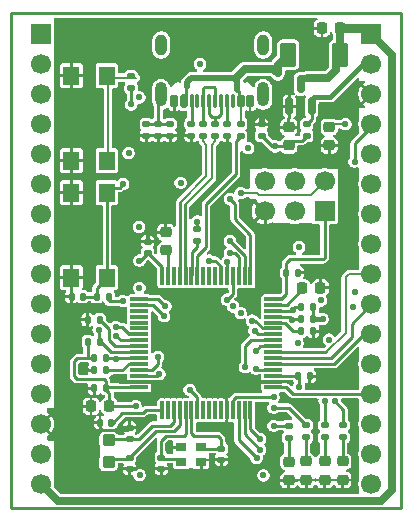
<source format=gbr>
%TF.GenerationSoftware,KiCad,Pcbnew,9.0.4*%
%TF.CreationDate,2025-09-11T17:12:04+01:00*%
%TF.ProjectId,OE PyBoard,4f452050-7942-46f6-9172-642e6b696361,rev?*%
%TF.SameCoordinates,Original*%
%TF.FileFunction,Copper,L1,Top*%
%TF.FilePolarity,Positive*%
%FSLAX46Y46*%
G04 Gerber Fmt 4.6, Leading zero omitted, Abs format (unit mm)*
G04 Created by KiCad (PCBNEW 9.0.4) date 2025-09-11 17:12:04*
%MOMM*%
%LPD*%
G01*
G04 APERTURE LIST*
G04 Aperture macros list*
%AMRoundRect*
0 Rectangle with rounded corners*
0 $1 Rounding radius*
0 $2 $3 $4 $5 $6 $7 $8 $9 X,Y pos of 4 corners*
0 Add a 4 corners polygon primitive as box body*
4,1,4,$2,$3,$4,$5,$6,$7,$8,$9,$2,$3,0*
0 Add four circle primitives for the rounded corners*
1,1,$1+$1,$2,$3*
1,1,$1+$1,$4,$5*
1,1,$1+$1,$6,$7*
1,1,$1+$1,$8,$9*
0 Add four rect primitives between the rounded corners*
20,1,$1+$1,$2,$3,$4,$5,0*
20,1,$1+$1,$4,$5,$6,$7,0*
20,1,$1+$1,$6,$7,$8,$9,0*
20,1,$1+$1,$8,$9,$2,$3,0*%
G04 Aperture macros list end*
%TA.AperFunction,SMDPad,CuDef*%
%ADD10RoundRect,0.250000X-0.300000X0.275000X-0.300000X-0.275000X0.300000X-0.275000X0.300000X0.275000X0*%
%TD*%
%TA.AperFunction,SMDPad,CuDef*%
%ADD11R,0.900000X0.800000*%
%TD*%
%TA.AperFunction,SMDPad,CuDef*%
%ADD12R,1.400000X1.600000*%
%TD*%
%TA.AperFunction,SMDPad,CuDef*%
%ADD13RoundRect,0.150000X0.150000X-0.587500X0.150000X0.587500X-0.150000X0.587500X-0.150000X-0.587500X0*%
%TD*%
%TA.AperFunction,SMDPad,CuDef*%
%ADD14RoundRect,0.075000X0.700000X-0.075000X0.700000X0.075000X-0.700000X0.075000X-0.700000X-0.075000X0*%
%TD*%
%TA.AperFunction,SMDPad,CuDef*%
%ADD15RoundRect,0.075000X0.075000X-0.700000X0.075000X0.700000X-0.075000X0.700000X-0.075000X-0.700000X0*%
%TD*%
%TA.AperFunction,SMDPad,CuDef*%
%ADD16RoundRect,0.135000X-0.185000X0.135000X-0.185000X-0.135000X0.185000X-0.135000X0.185000X0.135000X0*%
%TD*%
%TA.AperFunction,SMDPad,CuDef*%
%ADD17RoundRect,0.135000X-0.135000X-0.185000X0.135000X-0.185000X0.135000X0.185000X-0.135000X0.185000X0*%
%TD*%
%TA.AperFunction,SMDPad,CuDef*%
%ADD18RoundRect,0.135000X0.185000X-0.135000X0.185000X0.135000X-0.185000X0.135000X-0.185000X-0.135000X0*%
%TD*%
%TA.AperFunction,SMDPad,CuDef*%
%ADD19RoundRect,0.135000X0.135000X0.185000X-0.135000X0.185000X-0.135000X-0.185000X0.135000X-0.185000X0*%
%TD*%
%TA.AperFunction,ComponentPad*%
%ADD20C,1.700000*%
%TD*%
%TA.AperFunction,ComponentPad*%
%ADD21R,1.700000X1.700000*%
%TD*%
%TA.AperFunction,HeatsinkPad*%
%ADD22O,1.000000X1.800000*%
%TD*%
%TA.AperFunction,HeatsinkPad*%
%ADD23O,1.000000X2.100000*%
%TD*%
%TA.AperFunction,SMDPad,CuDef*%
%ADD24RoundRect,0.150000X0.150000X0.400000X-0.150000X0.400000X-0.150000X-0.400000X0.150000X-0.400000X0*%
%TD*%
%TA.AperFunction,SMDPad,CuDef*%
%ADD25RoundRect,0.075000X0.075000X0.500000X-0.075000X0.500000X-0.075000X-0.500000X0.075000X-0.500000X0*%
%TD*%
%TA.AperFunction,SMDPad,CuDef*%
%ADD26RoundRect,0.150000X0.150000X0.425000X-0.150000X0.425000X-0.150000X-0.425000X0.150000X-0.425000X0*%
%TD*%
%TA.AperFunction,SMDPad,CuDef*%
%ADD27RoundRect,0.147500X-0.172500X0.147500X-0.172500X-0.147500X0.172500X-0.147500X0.172500X0.147500X0*%
%TD*%
%TA.AperFunction,SMDPad,CuDef*%
%ADD28RoundRect,0.218750X0.256250X-0.218750X0.256250X0.218750X-0.256250X0.218750X-0.256250X-0.218750X0*%
%TD*%
%TA.AperFunction,SMDPad,CuDef*%
%ADD29RoundRect,0.250000X0.450000X0.800000X-0.450000X0.800000X-0.450000X-0.800000X0.450000X-0.800000X0*%
%TD*%
%TA.AperFunction,SMDPad,CuDef*%
%ADD30RoundRect,0.140000X0.140000X0.170000X-0.140000X0.170000X-0.140000X-0.170000X0.140000X-0.170000X0*%
%TD*%
%TA.AperFunction,SMDPad,CuDef*%
%ADD31RoundRect,0.140000X0.170000X-0.140000X0.170000X0.140000X-0.170000X0.140000X-0.170000X-0.140000X0*%
%TD*%
%TA.AperFunction,SMDPad,CuDef*%
%ADD32RoundRect,0.140000X-0.170000X0.140000X-0.170000X-0.140000X0.170000X-0.140000X0.170000X0.140000X0*%
%TD*%
%TA.AperFunction,SMDPad,CuDef*%
%ADD33RoundRect,0.225000X-0.250000X0.225000X-0.250000X-0.225000X0.250000X-0.225000X0.250000X0.225000X0*%
%TD*%
%TA.AperFunction,SMDPad,CuDef*%
%ADD34RoundRect,0.225000X0.225000X0.250000X-0.225000X0.250000X-0.225000X-0.250000X0.225000X-0.250000X0*%
%TD*%
%TA.AperFunction,SMDPad,CuDef*%
%ADD35RoundRect,0.225000X0.250000X-0.225000X0.250000X0.225000X-0.250000X0.225000X-0.250000X-0.225000X0*%
%TD*%
%TA.AperFunction,SMDPad,CuDef*%
%ADD36RoundRect,0.225000X-0.225000X-0.250000X0.225000X-0.250000X0.225000X0.250000X-0.225000X0.250000X0*%
%TD*%
%TA.AperFunction,SMDPad,CuDef*%
%ADD37RoundRect,0.140000X-0.140000X-0.170000X0.140000X-0.170000X0.140000X0.170000X-0.140000X0.170000X0*%
%TD*%
%TA.AperFunction,ViaPad*%
%ADD38C,0.550000*%
%TD*%
%TA.AperFunction,Conductor*%
%ADD39C,0.230000*%
%TD*%
%TA.AperFunction,Conductor*%
%ADD40C,0.220000*%
%TD*%
%TA.AperFunction,Conductor*%
%ADD41C,0.450000*%
%TD*%
%TA.AperFunction,Conductor*%
%ADD42C,0.210000*%
%TD*%
%TA.AperFunction,Conductor*%
%ADD43C,0.260000*%
%TD*%
%TA.AperFunction,Conductor*%
%ADD44C,0.250000*%
%TD*%
%TA.AperFunction,Conductor*%
%ADD45C,0.700000*%
%TD*%
%TA.AperFunction,Conductor*%
%ADD46C,0.600000*%
%TD*%
%TA.AperFunction,Conductor*%
%ADD47C,0.500000*%
%TD*%
%TA.AperFunction,Conductor*%
%ADD48C,0.800000*%
%TD*%
%TA.AperFunction,Profile*%
%ADD49C,0.230000*%
%TD*%
G04 APERTURE END LIST*
D10*
%TO.P,X3,2,2*%
%TO.N,/N2*%
X133985000Y-132241000D03*
%TO.P,X3,1,1*%
%TO.N,/N1*%
X133985000Y-130391000D03*
%TD*%
D11*
%TO.P,X2,4,4*%
%TO.N,GND*%
X140145000Y-130945000D03*
%TO.P,X2,3,3*%
%TO.N,/N4*%
X141795000Y-130945000D03*
%TO.P,X2,2,2*%
%TO.N,GND*%
X141795000Y-132195000D03*
%TO.P,X2,1,1*%
%TO.N,/N3*%
X140145000Y-132195000D03*
%TD*%
D12*
%TO.P,USR2,2,2*%
%TO.N,GND*%
X130834000Y-106722000D03*
X130834000Y-99522000D03*
%TO.P,USR2,1,1*%
%TO.N,/USR-SW*%
X133834000Y-106722000D03*
X133834000Y-99522000D03*
%TD*%
D13*
%TO.P,U3,3,VI*%
%TO.N,V+*%
X150230800Y-100233000D03*
%TO.P,U3,2,VO*%
%TO.N,+3V3*%
X151180800Y-102108000D03*
%TO.P,U3,1,GND*%
%TO.N,GND*%
X149280800Y-102108000D03*
%TD*%
D14*
%TO.P,U2,64,VDD*%
%TO.N,+3V3*%
X136565000Y-125922000D03*
%TO.P,U2,63,VSS*%
%TO.N,GND*%
X136565000Y-125422000D03*
%TO.P,U2,62,PB9*%
%TO.N,/PB9-Y4*%
X136565000Y-124922000D03*
%TO.P,U2,61,PB8*%
%TO.N,/PB8-Y3*%
X136565000Y-124422000D03*
%TO.P,U2,60,BOOT0*%
%TO.N,/BOOT0*%
X136565000Y-123922000D03*
%TO.P,U2,59,PB7*%
%TO.N,/PB7-SDA-X10*%
X136565000Y-123422000D03*
%TO.P,U2,58,PB6*%
%TO.N,/PB6-SCL-X9*%
X136565000Y-122922000D03*
%TO.P,U2,57,PB5*%
%TO.N,/PB5-MMA_AVDD*%
X136565000Y-122422000D03*
%TO.P,U2,56,PB4*%
%TO.N,/PB4-NJTRST*%
X136565000Y-121922000D03*
%TO.P,U2,55,PB3*%
%TO.N,/PB3-SW1*%
X136565000Y-121422000D03*
%TO.P,U2,54,PD2*%
%TO.N,/PD2-SDIO_CMD*%
X136565000Y-120922000D03*
%TO.P,U2,53,PC12*%
%TO.N,/PC12-SDIO_CK*%
X136565000Y-120422000D03*
%TO.P,U2,52,PC11*%
%TO.N,/PC11-SDIO_D3*%
X136565000Y-119922000D03*
%TO.P,U2,51,PC10*%
%TO.N,/PC10-SDIO_D2*%
X136565000Y-119422000D03*
%TO.P,U2,50,PA15*%
%TO.N,/PA15-JTDI*%
X136565000Y-118922000D03*
%TO.P,U2,49,PA14*%
%TO.N,/PA14-JTCK*%
X136565000Y-118422000D03*
D15*
%TO.P,U2,48,VDD*%
%TO.N,+3V3*%
X138490000Y-116497000D03*
%TO.P,U2,47,VCAP_2*%
%TO.N,Net-(U2-VCAP_2)*%
X138990000Y-116497000D03*
%TO.P,U2,46,PA13*%
%TO.N,/PA13-TMS*%
X139490000Y-116497000D03*
%TO.P,U2,45,PA12*%
%TO.N,/USB_P*%
X139990000Y-116497000D03*
%TO.P,U2,44,PA11*%
%TO.N,/USB_N*%
X140490000Y-116497000D03*
%TO.P,U2,43,PA10*%
%TO.N,/PA10-ID*%
X140990000Y-116497000D03*
%TO.P,U2,42,PA9*%
%TO.N,/PA9-VBUS*%
X141490000Y-116497000D03*
%TO.P,U2,41,PA8*%
%TO.N,/PA8-SDIO_SW*%
X141990000Y-116497000D03*
%TO.P,U2,40,PC9*%
%TO.N,/PC9-SDIO_D1*%
X142490000Y-116497000D03*
%TO.P,U2,39,PC8*%
%TO.N,/PC8-SDIO_D0*%
X142990000Y-116497000D03*
%TO.P,U2,38,PC7*%
%TO.N,/PC7-Y2*%
X143490000Y-116497000D03*
%TO.P,U2,37,PC6*%
%TO.N,/PC6-Y1*%
X143990000Y-116497000D03*
%TO.P,U2,36,PB15*%
%TO.N,/PB15-Y8*%
X144490000Y-116497000D03*
%TO.P,U2,35,PB14*%
%TO.N,/PB14-Y7*%
X144990000Y-116497000D03*
%TO.P,U2,34,PB13*%
%TO.N,/PB13-Y6*%
X145490000Y-116497000D03*
%TO.P,U2,33,PB12*%
%TO.N,/PB12-Y5*%
X145990000Y-116497000D03*
D14*
%TO.P,U2,32,VDD*%
%TO.N,+3V3*%
X147915000Y-118422000D03*
%TO.P,U2,31,VCAP_1*%
%TO.N,Net-(U2-VCAP_1)*%
X147915000Y-118922000D03*
%TO.P,U2,30,PB11*%
%TO.N,/PB11-Y10*%
X147915000Y-119422000D03*
%TO.P,U2,29,PB10*%
%TO.N,/PB10-Y9*%
X147915000Y-119922000D03*
%TO.P,U2,28,PB2*%
%TO.N,/PB2-BOOT1-MMA-INT*%
X147915000Y-120422000D03*
%TO.P,U2,27,PB1*%
%TO.N,/PB1-Y12*%
X147915000Y-120922000D03*
%TO.P,U2,26,PB0*%
%TO.N,/PB0-Y11*%
X147915000Y-121422000D03*
%TO.P,U2,25,PC5*%
%TO.N,/PC5-X12*%
X147915000Y-121922000D03*
%TO.P,U2,24,PC4*%
%TO.N,/PC4-X11*%
X147915000Y-122422000D03*
%TO.P,U2,23,PA7*%
%TO.N,/PA7-X8*%
X147915000Y-122922000D03*
%TO.P,U2,22,PA6*%
%TO.N,/PA6-X7*%
X147915000Y-123422000D03*
%TO.P,U2,21,PA5*%
%TO.N,/PA5-X6*%
X147915000Y-123922000D03*
%TO.P,U2,20,PA4*%
%TO.N,/PA4-X5*%
X147915000Y-124422000D03*
%TO.P,U2,19,VDD*%
%TO.N,+3V3*%
X147915000Y-124922000D03*
%TO.P,U2,18,VSS*%
%TO.N,GND*%
X147915000Y-125422000D03*
%TO.P,U2,17,PA3*%
%TO.N,/PA3-X4*%
X147915000Y-125922000D03*
D15*
%TO.P,U2,16,PA2*%
%TO.N,/PA2-X3*%
X145990000Y-127847000D03*
%TO.P,U2,15,PA1*%
%TO.N,/PA1-X2*%
X145490000Y-127847000D03*
%TO.P,U2,14,PA0*%
%TO.N,/PA0-X1*%
X144990000Y-127847000D03*
%TO.P,U2,13,VDDA*%
%TO.N,/VDDA*%
X144490000Y-127847000D03*
%TO.P,U2,12,VSSA*%
%TO.N,GND*%
X143990000Y-127847000D03*
%TO.P,U2,11,PC3*%
%TO.N,/PC3-X22*%
X143490000Y-127847000D03*
%TO.P,U2,10,PC2*%
%TO.N,/PC2-X21*%
X142990000Y-127847000D03*
%TO.P,U2,9,PC1*%
%TO.N,/PC1-X20*%
X142490000Y-127847000D03*
%TO.P,U2,8,PC0*%
%TO.N,/PC0-X19*%
X141990000Y-127847000D03*
%TO.P,U2,7,~{NRST}*%
%TO.N,/RST-SW*%
X141490000Y-127847000D03*
%TO.P,U2,6,PH1-OSC_OUT*%
%TO.N,/N4*%
X140990000Y-127847000D03*
%TO.P,U2,5,PH0-OSC_IN*%
%TO.N,/N3*%
X140490000Y-127847000D03*
%TO.P,U2,4,PC15-OSC32_OUT*%
%TO.N,/N2*%
X139990000Y-127847000D03*
%TO.P,U2,3,PC14-OSC32_IN*%
%TO.N,/N1*%
X139490000Y-127847000D03*
%TO.P,U2,2,PC13*%
%TO.N,/PC13-X18*%
X138990000Y-127847000D03*
%TO.P,U2,1,VBAT*%
%TO.N,VBAT*%
X138490000Y-127847000D03*
%TD*%
D12*
%TO.P,RST2,2,2*%
%TO.N,GND*%
X130834000Y-116628000D03*
X130834000Y-109428000D03*
%TO.P,RST2,1,1*%
%TO.N,/RST-SW*%
X133834000Y-116628000D03*
X133834000Y-109428000D03*
%TD*%
D16*
%TO.P,R22,2*%
%TO.N,/B*%
X153847800Y-130137000D03*
%TO.P,R22,1*%
%TO.N,/PB4-NJTRST*%
X153847800Y-129117000D03*
%TD*%
D17*
%TO.P,R21,2*%
%TO.N,+3V3*%
X133987000Y-118237000D03*
%TO.P,R21,1*%
%TO.N,/RST-SW*%
X132967000Y-118237000D03*
%TD*%
D16*
%TO.P,R20,2*%
%TO.N,/Y*%
X152273000Y-130137000D03*
%TO.P,R20,1*%
%TO.N,/PA15-JTDI*%
X152273000Y-129117000D03*
%TD*%
%TO.P,R19,2*%
%TO.N,/G*%
X150698200Y-130137000D03*
%TO.P,R19,1*%
%TO.N,/PA14-JTCK*%
X150698200Y-129117000D03*
%TD*%
%TO.P,R18,2*%
%TO.N,/R*%
X149225000Y-130179000D03*
%TO.P,R18,1*%
%TO.N,/PB6-JTDO*%
X149225000Y-129159000D03*
%TD*%
D18*
%TO.P,R17,2*%
%TO.N,/USR-SW*%
X135890000Y-99564000D03*
%TO.P,R17,1*%
%TO.N,/PB3-SW1*%
X135890000Y-100584000D03*
%TD*%
D17*
%TO.P,R15,2*%
%TO.N,GND*%
X151299000Y-121156000D03*
%TO.P,R15,1*%
%TO.N,/PB2-BOOT1-MMA-INT*%
X150279000Y-121156000D03*
%TD*%
D19*
%TO.P,R14,2*%
%TO.N,GND*%
X132202991Y-120197838D03*
%TO.P,R14,1*%
%TO.N,/PB5-MMA_AVDD*%
X133222991Y-120197838D03*
%TD*%
%TO.P,R13,2*%
%TO.N,/PB11-Y10*%
X150279000Y-119124000D03*
%TO.P,R13,1*%
%TO.N,+3V3*%
X151299000Y-119124000D03*
%TD*%
%TO.P,R12,2*%
%TO.N,/PB10-Y9*%
X150279000Y-120140000D03*
%TO.P,R12,1*%
%TO.N,+3V3*%
X151299000Y-120140000D03*
%TD*%
D17*
%TO.P,R11,2*%
%TO.N,/PB7-SDA-X10*%
X133773000Y-123442000D03*
%TO.P,R11,1*%
%TO.N,+3V3*%
X132753000Y-123442000D03*
%TD*%
%TO.P,R10,2*%
%TO.N,/PB6-SCL-X9*%
X133225000Y-122045000D03*
%TO.P,R10,1*%
%TO.N,+3V3*%
X132205000Y-122045000D03*
%TD*%
D18*
%TO.P,R9,2*%
%TO.N,Net-(J3-SHIELD)*%
X138176000Y-103602000D03*
%TO.P,R9,1*%
%TO.N,GND*%
X138176000Y-104622000D03*
%TD*%
D19*
%TO.P,R8,2*%
%TO.N,GND*%
X132753000Y-124458000D03*
%TO.P,R8,1*%
%TO.N,/BOOT0*%
X133773000Y-124458000D03*
%TD*%
D18*
%TO.P,R7,2*%
%TO.N,/D+*%
X141986000Y-103592000D03*
%TO.P,R7,1*%
%TO.N,/USB_P*%
X141986000Y-104612000D03*
%TD*%
D16*
%TO.P,R6,2*%
%TO.N,/PA10-ID*%
X141478000Y-113538000D03*
%TO.P,R6,1*%
%TO.N,+3V3*%
X141478000Y-112518000D03*
%TD*%
D18*
%TO.P,R5,2*%
%TO.N,/D-*%
X143002000Y-103592000D03*
%TO.P,R5,1*%
%TO.N,/USB_N*%
X143002000Y-104612000D03*
%TD*%
D16*
%TO.P,R4,2*%
%TO.N,GND*%
X140970000Y-104612000D03*
%TO.P,R4,1*%
%TO.N,/CC2*%
X140970000Y-103592000D03*
%TD*%
%TO.P,R3,2*%
%TO.N,GND*%
X144018000Y-104612000D03*
%TO.P,R3,1*%
%TO.N,/CC1*%
X144018000Y-103592000D03*
%TD*%
D18*
%TO.P,R2,2*%
%TO.N,VBUS*%
X145161000Y-103592000D03*
%TO.P,R2,1*%
%TO.N,/PA9-VBUS*%
X145161000Y-104612000D03*
%TD*%
D20*
%TO.P,J7,16,Pin_16*%
%TO.N,/PA0-X1*%
X156210000Y-134112000D03*
%TO.P,J7,15,Pin_15*%
%TO.N,/PA1-X2*%
X156210000Y-131572000D03*
%TO.P,J7,14,Pin_14*%
%TO.N,/PA2-X3*%
X156210000Y-129032000D03*
%TO.P,J7,13,Pin_13*%
%TO.N,/PA3-X4*%
X156210000Y-126492000D03*
%TO.P,J7,12,Pin_12*%
%TO.N,/PA4-X5*%
X156210000Y-123952000D03*
%TO.P,J7,11,Pin_11*%
%TO.N,/PA5-X6*%
X156210000Y-121412000D03*
%TO.P,J7,10,Pin_10*%
%TO.N,/PA6-X7*%
X156210000Y-118872000D03*
%TO.P,J7,9,Pin_9*%
%TO.N,/PA7-X8*%
X156210000Y-116332000D03*
%TO.P,J7,8,Pin_8*%
%TO.N,/PB10-Y9*%
X156210000Y-113792000D03*
%TO.P,J7,7,Pin_7*%
%TO.N,/PB11-Y10*%
X156210000Y-111252000D03*
%TO.P,J7,6,Pin_6*%
%TO.N,/PB0-Y11*%
X156210000Y-108712000D03*
%TO.P,J7,5,Pin_5*%
%TO.N,/PB1-Y12*%
X156210000Y-106172000D03*
%TO.P,J7,4,Pin_4*%
%TO.N,/RST-SW*%
X156210000Y-103632000D03*
%TO.P,J7,3,Pin_3*%
%TO.N,GND*%
X156210000Y-101092000D03*
%TO.P,J7,2,Pin_2*%
%TO.N,+3V3*%
X156210000Y-98552000D03*
D21*
%TO.P,J7,1,Pin_1*%
%TO.N,V+*%
X156210000Y-96012000D03*
%TD*%
D20*
%TO.P,J6,16,Pin_16*%
%TO.N,V+*%
X128270000Y-134112000D03*
%TO.P,J6,15,Pin_15*%
%TO.N,+3V3*%
X128270000Y-131572000D03*
%TO.P,J6,14,Pin_14*%
%TO.N,GND*%
X128270000Y-129032000D03*
%TO.P,J6,13,Pin_13*%
%TO.N,/RST-SW*%
X128270000Y-126492000D03*
%TO.P,J6,12,Pin_12*%
%TO.N,/PC5-X12*%
X128270000Y-123952000D03*
%TO.P,J6,11,Pin_11*%
%TO.N,/PC4-X11*%
X128270000Y-121412000D03*
%TO.P,J6,10,Pin_10*%
%TO.N,/PB7-SDA-X10*%
X128270000Y-118872000D03*
%TO.P,J6,9,Pin_9*%
%TO.N,/PB6-SCL-X9*%
X128270000Y-116332000D03*
%TO.P,J6,8,Pin_8*%
%TO.N,/PB15-Y8*%
X128270000Y-113792000D03*
%TO.P,J6,7,Pin_7*%
%TO.N,/PB14-Y7*%
X128270000Y-111252000D03*
%TO.P,J6,6,Pin_6*%
%TO.N,/PB13-Y6*%
X128270000Y-108712000D03*
%TO.P,J6,5,Pin_5*%
%TO.N,/PB12-Y5*%
X128270000Y-106172000D03*
%TO.P,J6,4,Pin_4*%
%TO.N,/PB9-Y4*%
X128270000Y-103632000D03*
%TO.P,J6,3,Pin_3*%
%TO.N,/PB8-Y3*%
X128270000Y-101092000D03*
%TO.P,J6,2,Pin_2*%
%TO.N,/PC7-Y2*%
X128270000Y-98552000D03*
D21*
%TO.P,J6,1,Pin_1*%
%TO.N,/PC6-Y1*%
X128270000Y-96012000D03*
%TD*%
D20*
%TO.P,J4,6,Pin_6*%
%TO.N,/PA15-JTDI*%
X147178000Y-108478000D03*
%TO.P,J4,5,Pin_5*%
%TO.N,GND*%
X147178000Y-111018000D03*
%TO.P,J4,4,Pin_4*%
%TO.N,/PB6-JTDO*%
X149718000Y-108478000D03*
%TO.P,J4,3,Pin_3*%
%TO.N,/PB4-NJTRST*%
X149718000Y-111018000D03*
%TO.P,J4,2,Pin_2*%
%TO.N,/PA14-JTCK*%
X152258000Y-108478000D03*
D21*
%TO.P,J4,1,Pin_1*%
%TO.N,+3V3*%
X152258000Y-111018000D03*
%TD*%
D22*
%TO.P,J3,S1,SHIELD*%
%TO.N,Net-(J3-SHIELD)*%
X138428000Y-96931000D03*
D23*
X138428000Y-101111000D03*
D22*
X147068000Y-96931000D03*
D23*
X147068000Y-101111000D03*
D24*
%TO.P,J3,B12,GND*%
%TO.N,GND*%
X145948000Y-101686000D03*
%TO.P,J3,B9,VBUS*%
%TO.N,VBUS*%
X145148000Y-101686000D03*
D25*
%TO.P,J3,B8,SBU2*%
%TO.N,unconnected-(J3-SBU2-PadB8)*%
X144498000Y-101686000D03*
%TO.P,J3,B7,D-*%
%TO.N,/D-*%
X143498000Y-101686000D03*
%TO.P,J3,B6,D+*%
%TO.N,/D+*%
X141998000Y-101686000D03*
%TO.P,J3,B5,CC2*%
%TO.N,/CC2*%
X140998000Y-101686000D03*
D26*
%TO.P,J3,B4,VBUS*%
%TO.N,VBUS*%
X140348000Y-101686000D03*
D24*
%TO.P,J3,B1,GND*%
%TO.N,GND*%
X139548000Y-101686000D03*
%TO.P,J3,A12,GND*%
X139548000Y-101686000D03*
D26*
%TO.P,J3,A9,VBUS*%
%TO.N,VBUS*%
X140348000Y-101686000D03*
D25*
%TO.P,J3,A8,SBU1*%
%TO.N,unconnected-(J3-SBU1-PadA8)*%
X141498000Y-101686000D03*
%TO.P,J3,A7,D-*%
%TO.N,/D-*%
X142498000Y-101686000D03*
%TO.P,J3,A6,D+*%
%TO.N,/D+*%
X142998000Y-101686000D03*
%TO.P,J3,A5,CC1*%
%TO.N,/CC1*%
X143998000Y-101686000D03*
D24*
%TO.P,J3,A4,VBUS*%
%TO.N,VBUS*%
X145148000Y-101686000D03*
%TO.P,J3,A1,GND*%
%TO.N,GND*%
X145948000Y-101686000D03*
%TD*%
D27*
%TO.P,FB2,2*%
%TO.N,/VDDA*%
X150749000Y-104625000D03*
%TO.P,FB2,1*%
%TO.N,+3V3*%
X150749000Y-103655000D03*
%TD*%
D28*
%TO.P,D6,2,A*%
%TO.N,/B*%
X153797000Y-132181500D03*
%TO.P,D6,1,K*%
%TO.N,GND*%
X153797000Y-133756500D03*
%TD*%
%TO.P,D5,2,A*%
%TO.N,/Y*%
X152273000Y-132181500D03*
%TO.P,D5,1,K*%
%TO.N,GND*%
X152273000Y-133756500D03*
%TD*%
%TO.P,D4,2,A*%
%TO.N,/G*%
X150710200Y-132181500D03*
%TO.P,D4,1,K*%
%TO.N,GND*%
X150710200Y-133756500D03*
%TD*%
%TO.P,D3,2,A*%
%TO.N,/R*%
X149225000Y-132192300D03*
%TO.P,D3,1,K*%
%TO.N,GND*%
X149225000Y-133767300D03*
%TD*%
D29*
%TO.P,D2,1,K*%
%TO.N,V+*%
X153584000Y-97739200D03*
%TO.P,D2,2,A*%
%TO.N,VBUS*%
X149184000Y-97739200D03*
%TD*%
D30*
%TO.P,C22,2*%
%TO.N,GND*%
X130838000Y-118237000D03*
%TO.P,C22,1*%
%TO.N,/RST-SW*%
X131798000Y-118237000D03*
%TD*%
D31*
%TO.P,C20,2*%
%TO.N,GND*%
X135763000Y-129312000D03*
%TO.P,C20,1*%
%TO.N,/N1*%
X135763000Y-130272000D03*
%TD*%
D32*
%TO.P,C19,2*%
%TO.N,GND*%
X135763000Y-132812000D03*
%TO.P,C19,1*%
%TO.N,/N2*%
X135763000Y-131852000D03*
%TD*%
D33*
%TO.P,C16,2*%
%TO.N,GND*%
X152654000Y-105423000D03*
%TO.P,C16,1*%
%TO.N,+3V3*%
X152654000Y-103873000D03*
%TD*%
D34*
%TO.P,C15,2*%
%TO.N,GND*%
X152044400Y-95504000D03*
%TO.P,C15,1*%
%TO.N,V+*%
X153594400Y-95504000D03*
%TD*%
D32*
%TO.P,C14,2*%
%TO.N,GND*%
X138430000Y-132812000D03*
%TO.P,C14,1*%
%TO.N,/N3*%
X138430000Y-131852000D03*
%TD*%
%TO.P,C13,2*%
%TO.N,GND*%
X143510000Y-132050000D03*
%TO.P,C13,1*%
%TO.N,/N4*%
X143510000Y-131090000D03*
%TD*%
D31*
%TO.P,C12,2*%
%TO.N,Net-(J3-SHIELD)*%
X137160000Y-103632000D03*
%TO.P,C12,1*%
%TO.N,GND*%
X137160000Y-104592000D03*
%TD*%
D32*
%TO.P,C11,2*%
%TO.N,GND*%
X139192000Y-104592000D03*
%TO.P,C11,1*%
%TO.N,Net-(J3-SHIELD)*%
X139192000Y-103632000D03*
%TD*%
D30*
%TO.P,C10,2*%
%TO.N,GND*%
X133251000Y-128903000D03*
%TO.P,C10,1*%
%TO.N,VBAT*%
X134211000Y-128903000D03*
%TD*%
D35*
%TO.P,C9,2*%
%TO.N,GND*%
X138811000Y-112761000D03*
%TO.P,C9,1*%
%TO.N,Net-(U2-VCAP_2)*%
X138811000Y-114311000D03*
%TD*%
D36*
%TO.P,C8,2*%
%TO.N,GND*%
X151905000Y-117473000D03*
%TO.P,C8,1*%
%TO.N,Net-(U2-VCAP_1)*%
X150355000Y-117473000D03*
%TD*%
D37*
%TO.P,C7,2*%
%TO.N,GND*%
X151015000Y-124966000D03*
%TO.P,C7,1*%
%TO.N,+3V3*%
X150055000Y-124966000D03*
%TD*%
D30*
%TO.P,C6,2*%
%TO.N,GND*%
X132783000Y-125982000D03*
%TO.P,C6,1*%
%TO.N,+3V3*%
X133743000Y-125982000D03*
%TD*%
D31*
%TO.P,C5,2*%
%TO.N,GND*%
X137287000Y-113564000D03*
%TO.P,C5,1*%
%TO.N,+3V3*%
X137287000Y-114524000D03*
%TD*%
D37*
%TO.P,C4,2*%
%TO.N,GND*%
X149999000Y-116203000D03*
%TO.P,C4,1*%
%TO.N,+3V3*%
X149039000Y-116203000D03*
%TD*%
D34*
%TO.P,C3,2*%
%TO.N,GND*%
X132488000Y-127506000D03*
%TO.P,C3,1*%
%TO.N,+3V3*%
X134038000Y-127506000D03*
%TD*%
D35*
%TO.P,C17,1*%
%TO.N,/VDDA*%
X149225000Y-105423000D03*
%TO.P,C17,2*%
%TO.N,GND*%
X149225000Y-103873000D03*
%TD*%
D31*
%TO.P,C18,1*%
%TO.N,/VDDA*%
X146933178Y-104593471D03*
%TO.P,C18,2*%
%TO.N,GND*%
X146933178Y-103633471D03*
%TD*%
D38*
%TO.N,GND*%
X143408400Y-105714800D03*
X143713200Y-98602800D03*
X129844800Y-97688400D03*
X135939803Y-102980065D03*
X132334000Y-107950000D03*
X154889200Y-130454400D03*
X151384000Y-116179600D03*
%TO.N,VBUS*%
X148219742Y-98615491D03*
%TO.N,/PB12-Y5*%
X144272000Y-109980000D03*
%TO.N,/PB14-Y7*%
X144272000Y-114552000D03*
%TO.N,/PB1-Y12*%
X145796000Y-105664000D03*
X146125000Y-120267000D03*
%TO.N,/PB9-Y4*%
X135678000Y-106085000D03*
X138277600Y-124788025D03*
%TO.N,/PA0-X1*%
X146509481Y-131902481D03*
%TO.N,/PB13-Y6*%
X144272000Y-113536000D03*
%TO.N,/PB7-SDA-X10*%
X134620000Y-123507000D03*
%TO.N,/PB11-Y10*%
X154813000Y-117856000D03*
X149569961Y-119320493D03*
%TO.N,/PA1-X2*%
X146812000Y-131189000D03*
%TO.N,/PA4-X5*%
X146431000Y-124331000D03*
%TO.N,/PC4-X11*%
X146431000Y-122807000D03*
%TO.N,/PC6-Y1*%
X144018000Y-115314000D03*
%TO.N,/PB15-Y8*%
X144018000Y-118489000D03*
%TO.N,/PA2-X3*%
X146812000Y-130300000D03*
%TO.N,/PB0-Y11*%
X154686000Y-119126000D03*
X146335750Y-121124250D03*
%TO.N,/VDDA*%
X148082000Y-105509000D03*
X147955000Y-126746000D03*
%TO.N,/PB6-SCL-X9*%
X133139431Y-121061573D03*
%TO.N,/PC5-X12*%
X145542000Y-124206000D03*
%TO.N,/RST-SW*%
X154809563Y-106807000D03*
X140081000Y-108585000D03*
X140843000Y-126111000D03*
X135199832Y-108712000D03*
%TO.N,/PB8-Y3*%
X136593022Y-101364106D03*
X138176000Y-123317000D03*
%TO.N,/PC7-Y2*%
X141732000Y-98552000D03*
X142494000Y-115187000D03*
%TO.N,/PB10-Y9*%
X149527885Y-120228716D03*
X150114000Y-114046000D03*
%TO.N,GND*%
X131960510Y-121062966D03*
X141732000Y-96647000D03*
X146558000Y-125424534D03*
X139827000Y-123317000D03*
X129794000Y-112014000D03*
X135509000Y-107569000D03*
X149553234Y-112839991D03*
X137718800Y-130911600D03*
X154482800Y-127254000D03*
X147624800Y-134518400D03*
X140081000Y-103124000D03*
X130500000Y-128250000D03*
X150215600Y-102717600D03*
X143499446Y-107500000D03*
X131318000Y-95123000D03*
X129794000Y-104902000D03*
X149225000Y-127000000D03*
X144974638Y-108710383D03*
X145288000Y-120904000D03*
X151250000Y-127075000D03*
X140081000Y-121158000D03*
X146431000Y-118872000D03*
X132969000Y-113030000D03*
X141097000Y-107823000D03*
X153416000Y-112649000D03*
X153162000Y-107061000D03*
X151647912Y-104421942D03*
X143891000Y-111887000D03*
X141478000Y-110871000D03*
X136500000Y-111000000D03*
X129794000Y-117983000D03*
X132069548Y-124458000D03*
X151511000Y-125730000D03*
X146939000Y-103251000D03*
X134315200Y-96875600D03*
X154736800Y-123342400D03*
X153354000Y-117500400D03*
X143002000Y-125730000D03*
X135890000Y-114427000D03*
X138684000Y-107315000D03*
X139077797Y-130940660D03*
X139430000Y-110570799D03*
X135509000Y-116459000D03*
X151028681Y-122263533D03*
X154736800Y-125577600D03*
X130454400Y-134569200D03*
X149250000Y-100000000D03*
X131500000Y-130000000D03*
X135255000Y-119634000D03*
X144510583Y-95235447D03*
X135001000Y-100584000D03*
X130048000Y-125250000D03*
X142798800Y-132559777D03*
X146939000Y-128397000D03*
X134747000Y-125222000D03*
X129921000Y-102362000D03*
X130454400Y-132232400D03*
X145161000Y-132588000D03*
X142240000Y-129284000D03*
X140081000Y-105410000D03*
X138557000Y-125730000D03*
X132334000Y-100584000D03*
X130302000Y-114681000D03*
X137287000Y-128522000D03*
X139903200Y-134366000D03*
X154686000Y-134620000D03*
X141732000Y-120777000D03*
X149453600Y-95402400D03*
%TO.N,+3V3*%
X136271000Y-127506000D03*
X136548720Y-112312720D03*
X150114000Y-125855000D03*
X135199832Y-118616000D03*
X152096000Y-120142000D03*
X136601200Y-133348000D03*
X154025600Y-103632000D03*
X141478000Y-111885000D03*
X136588500Y-117475000D03*
X147079000Y-133361000D03*
X136588500Y-115187000D03*
%TO.N,VBUS*%
X148303066Y-99334043D03*
%TO.N,/PA14-JTCK*%
X144529617Y-119049000D03*
X138780000Y-119049000D03*
X147955000Y-127635000D03*
X145161000Y-109474000D03*
%TO.N,/PB6-JTDO*%
X147955000Y-129159000D03*
%TO.N,/PB4-NJTRST*%
X152643999Y-121869757D03*
X149987000Y-122174000D03*
X153142500Y-127107500D03*
X134620000Y-121537000D03*
%TO.N,/PA15-JTDI*%
X152273000Y-127075000D03*
X145161000Y-119634000D03*
X151943988Y-118547201D03*
X138684000Y-119888000D03*
%TO.N,/PB3-SW1*%
X134570000Y-120788666D03*
X135890000Y-101949106D03*
%TD*%
D39*
%TO.N,Net-(J3-SHIELD)*%
X138176000Y-103602000D02*
X138176000Y-101363000D01*
X137190000Y-103602000D02*
X139162000Y-103602000D01*
D40*
%TO.N,Net-(U2-VCAP_2)*%
X138990000Y-116497000D02*
X138990000Y-114490000D01*
%TO.N,Net-(U2-VCAP_1)*%
X150355000Y-117613000D02*
X149046000Y-118922000D01*
X149046000Y-118922000D02*
X147915000Y-118922000D01*
%TO.N,GND*%
X138249000Y-125422000D02*
X138557000Y-125730000D01*
X136565000Y-125422000D02*
X138249000Y-125422000D01*
%TO.N,/PB9-Y4*%
X137909210Y-124953210D02*
X137878000Y-124922000D01*
X138112415Y-124953210D02*
X137909210Y-124953210D01*
X138277600Y-124788025D02*
X138112415Y-124953210D01*
X137878000Y-124922000D02*
X136565000Y-124922000D01*
D39*
%TO.N,GND*%
X136347200Y-132638800D02*
X136398000Y-132638800D01*
X136194800Y-132791200D02*
X136347200Y-132638800D01*
X136174000Y-132812000D02*
X136194800Y-132791200D01*
X135763000Y-132812000D02*
X136174000Y-132812000D01*
%TO.N,+3V3*%
X150114000Y-125025000D02*
X150114000Y-125855000D01*
X150055000Y-124966000D02*
X150114000Y-125025000D01*
D41*
X155498800Y-98552000D02*
X156210000Y-98552000D01*
X152755600Y-101295200D02*
X155498800Y-98552000D01*
X151180800Y-101514173D02*
X151399773Y-101295200D01*
X151399773Y-101295200D02*
X152755600Y-101295200D01*
X151180800Y-102108000D02*
X151180800Y-101514173D01*
D42*
X154025600Y-103632000D02*
X152895000Y-103632000D01*
D43*
%TO.N,VBUS*%
X140614188Y-100482400D02*
X140514000Y-100482400D01*
X140514000Y-100482400D02*
X140514000Y-101520000D01*
X140514000Y-101520000D02*
X140348000Y-101686000D01*
X140636524Y-100504736D02*
X140614188Y-100482400D01*
D44*
X144862000Y-100729044D02*
X144977565Y-100844609D01*
X144856182Y-100001178D02*
X144862000Y-100006996D01*
X144977565Y-100844609D02*
X144977565Y-101524239D01*
D45*
%TO.N,V+*%
X153254875Y-98068325D02*
X153584000Y-97739200D01*
X153254875Y-99017925D02*
X153254875Y-98068325D01*
X152552400Y-99720400D02*
X153254875Y-99017925D01*
X150825200Y-99720400D02*
X152552400Y-99720400D01*
D46*
X150825200Y-99720400D02*
X150230800Y-99720400D01*
X150230800Y-99720400D02*
X150230800Y-100233000D01*
D47*
%TO.N,VBUS*%
X144550004Y-99695000D02*
X144856182Y-100001178D01*
X140979552Y-99695000D02*
X144550004Y-99695000D01*
X140636524Y-100038028D02*
X140979552Y-99695000D01*
X144862000Y-100386880D02*
X144862000Y-100729044D01*
X144856182Y-100381062D02*
X144862000Y-100386880D01*
D48*
%TO.N,V+*%
X155702000Y-95504000D02*
X153594400Y-95504000D01*
X155840000Y-95642000D02*
X155702000Y-95504000D01*
X155840000Y-96380000D02*
X155840000Y-95642000D01*
D46*
X153584000Y-95514400D02*
X153594400Y-95504000D01*
D45*
X153584000Y-97739200D02*
X153584000Y-95514400D01*
%TO.N,VBUS*%
X148303066Y-99334043D02*
X148303066Y-98620134D01*
X147903575Y-98934552D02*
X148303066Y-99334043D01*
X148303066Y-98620134D02*
X149184000Y-97739200D01*
X145515048Y-98934552D02*
X147903575Y-98934552D01*
X144856182Y-99593418D02*
X145515048Y-98934552D01*
D47*
X140636524Y-100038028D02*
X140636524Y-100504736D01*
X144856182Y-100001178D02*
X144856182Y-99961848D01*
X149184000Y-98445537D02*
X149184000Y-97739200D01*
X144856182Y-100001178D02*
X144856182Y-100381062D01*
D43*
X144987108Y-101525108D02*
X145148000Y-101686000D01*
D40*
%TO.N,/PB12-Y5*%
X145990000Y-112970000D02*
X145990000Y-116497000D01*
X144653000Y-111633000D02*
X145990000Y-112970000D01*
X144272000Y-109980000D02*
X144653000Y-110361000D01*
X144653000Y-110361000D02*
X144653000Y-111633000D01*
%TO.N,/PA9-VBUS*%
X141490000Y-114794000D02*
X141490000Y-116497000D01*
X144780000Y-107823000D02*
X142240000Y-110363000D01*
X142240000Y-114044000D02*
X141490000Y-114794000D01*
X142240000Y-110363000D02*
X142240000Y-114044000D01*
X145161000Y-104650000D02*
X144780000Y-105031000D01*
X144780000Y-105031000D02*
X144780000Y-107823000D01*
%TO.N,/PB14-Y7*%
X144990000Y-114889000D02*
X144990000Y-116497000D01*
X144653000Y-114552000D02*
X144990000Y-114889000D01*
X144272000Y-114552000D02*
X144653000Y-114552000D01*
%TO.N,/PB1-Y12*%
X147060000Y-120922000D02*
X146405000Y-120267000D01*
X146405000Y-120267000D02*
X146125000Y-120267000D01*
X147915000Y-120922000D02*
X147060000Y-120922000D01*
D42*
%TO.N,/PA7-X8*%
X154307000Y-116330000D02*
X156210000Y-116330000D01*
X154051000Y-121283000D02*
X154051000Y-116586000D01*
D40*
X147915000Y-122922000D02*
X152412000Y-122922000D01*
D42*
X154051000Y-116586000D02*
X154307000Y-116330000D01*
X152412000Y-122922000D02*
X154051000Y-121283000D01*
D40*
%TO.N,/PA0-X1*%
X144990000Y-130383000D02*
X144990000Y-127847000D01*
X146509481Y-131902481D02*
X144990000Y-130383000D01*
%TO.N,/N1*%
X136553000Y-130272000D02*
X137668000Y-129157000D01*
X135763000Y-130272000D02*
X136553000Y-130272000D01*
X137668000Y-129157000D02*
X139192000Y-129157000D01*
X139490000Y-128859000D02*
X139490000Y-127847000D01*
X139192000Y-129157000D02*
X139490000Y-128859000D01*
X134358000Y-130272000D02*
X135763000Y-130272000D01*
%TO.N,/PB13-Y6*%
X144272000Y-113536000D02*
X145490000Y-114754000D01*
X145490000Y-114754000D02*
X145490000Y-116497000D01*
%TO.N,/PB5-MMA_AVDD*%
X134489000Y-122422000D02*
X136565000Y-122422000D01*
X133222991Y-120197838D02*
X133985000Y-120959847D01*
X133985000Y-121918000D02*
X134489000Y-122422000D01*
X133985000Y-120959847D02*
X133985000Y-121918000D01*
%TO.N,/PB7-SDA-X10*%
X136565000Y-123422000D02*
X133793000Y-123422000D01*
%TO.N,/PB11-Y10*%
X150279000Y-119124000D02*
X149766454Y-119124000D01*
X149468454Y-119422000D02*
X147915000Y-119422000D01*
X149766454Y-119124000D02*
X149468454Y-119422000D01*
%TO.N,/PA1-X2*%
X145490000Y-129867000D02*
X145490000Y-127847000D01*
X146812000Y-131189000D02*
X145490000Y-129867000D01*
%TO.N,/PA4-X5*%
X146522000Y-124422000D02*
X146431000Y-124331000D01*
X147915000Y-124422000D02*
X146522000Y-124422000D01*
%TO.N,/PA3-X4*%
X147915000Y-125922000D02*
X149036000Y-125922000D01*
X149608000Y-126490000D02*
X156210000Y-126490000D01*
X149606000Y-126492000D02*
X149608000Y-126490000D01*
X149036000Y-125922000D02*
X149606000Y-126492000D01*
%TO.N,/N4*%
X140990000Y-129812000D02*
X141224000Y-130046000D01*
X143256000Y-130046000D02*
X143510000Y-130300000D01*
X143510000Y-130300000D02*
X143510000Y-131090000D01*
X141224000Y-130046000D02*
X143256000Y-130046000D01*
X140990000Y-127847000D02*
X140990000Y-129812000D01*
X143510000Y-131090000D02*
X141940000Y-131090000D01*
%TO.N,/PC4-X11*%
X146431000Y-122807000D02*
X146816000Y-122422000D01*
X146816000Y-122422000D02*
X147915000Y-122422000D01*
%TO.N,/PC6-Y1*%
X143990000Y-116497000D02*
X143990000Y-115342000D01*
X143990000Y-115342000D02*
X144018000Y-115314000D01*
%TO.N,/PB15-Y8*%
X144490000Y-118017000D02*
X144490000Y-116497000D01*
X144018000Y-118489000D02*
X144490000Y-118017000D01*
%TO.N,/PA5-X6*%
X153065000Y-123922000D02*
X155577000Y-121410000D01*
X147915000Y-123922000D02*
X153065000Y-123922000D01*
%TO.N,/PA2-X3*%
X146812000Y-130300000D02*
X145990000Y-129478000D01*
X145990000Y-129478000D02*
X145990000Y-127847000D01*
%TO.N,/PA10-ID*%
X141029000Y-114493000D02*
X141478000Y-114044000D01*
X141478000Y-114044000D02*
X141478000Y-113538000D01*
X141029000Y-116398000D02*
X141029000Y-114493000D01*
%TO.N,/N3*%
X140335000Y-130046000D02*
X140490000Y-129891000D01*
X138811000Y-130046000D02*
X140335000Y-130046000D01*
X140490000Y-129891000D02*
X140490000Y-127847000D01*
X138430000Y-130427000D02*
X138811000Y-130046000D01*
X139894546Y-131944546D02*
X138522546Y-131944546D01*
X138430000Y-131852000D02*
X138430000Y-130427000D01*
%TO.N,/PB0-Y11*%
X146633500Y-121422000D02*
X147915000Y-121422000D01*
X146335750Y-121124250D02*
X146633500Y-121422000D01*
D39*
%TO.N,/VDDA*%
X144490000Y-127016964D02*
X144760964Y-126746000D01*
D43*
X149606000Y-105042000D02*
X150332000Y-105042000D01*
D39*
X144760964Y-126746000D02*
X147955000Y-126746000D01*
D43*
X150332000Y-105042000D02*
X150749000Y-104625000D01*
D39*
X146933178Y-104593471D02*
X147848707Y-105509000D01*
X147848707Y-105509000D02*
X149139000Y-105509000D01*
D43*
X149225000Y-105423000D02*
X149606000Y-105042000D01*
D39*
X144490000Y-127847000D02*
X144490000Y-127016964D01*
D40*
%TO.N,/PB6-SCL-X9*%
X133139431Y-121949461D02*
X133229985Y-122040015D01*
X133330482Y-122045000D02*
X134207482Y-122922000D01*
X134207482Y-122922000D02*
X136565000Y-122922000D01*
X133139431Y-121061573D02*
X133139431Y-121949461D01*
%TO.N,/PC5-X12*%
X145542000Y-122390626D02*
X146010626Y-121922000D01*
X145542000Y-124206000D02*
X145542000Y-122390626D01*
X146010626Y-121922000D02*
X147915000Y-121922000D01*
%TO.N,/PA6-X7*%
X155702000Y-119380000D02*
X156210000Y-119380000D01*
X154559000Y-120523000D02*
X155702000Y-119380000D01*
X147915000Y-123422000D02*
X152803000Y-123422000D01*
X154559000Y-121666000D02*
X154559000Y-120523000D01*
X152803000Y-123422000D02*
X154559000Y-121666000D01*
D39*
%TO.N,/RST-SW*%
X132967000Y-117495000D02*
X132967000Y-118237000D01*
X132967000Y-117495000D02*
X133834000Y-116628000D01*
D40*
X141490001Y-126758001D02*
X141490001Y-127846999D01*
X135199832Y-108712000D02*
X134909832Y-109002000D01*
D39*
X132967000Y-118237000D02*
X131798000Y-118237000D01*
X133834000Y-109428000D02*
X133834000Y-116628000D01*
X154809563Y-105239437D02*
X156210000Y-103839000D01*
X154809563Y-106807000D02*
X154809563Y-105239437D01*
D40*
X140843000Y-126111000D02*
X141490001Y-126758001D01*
X134909832Y-109002000D02*
X134260000Y-109002000D01*
%TO.N,/PB8-Y3*%
X137668000Y-124458000D02*
X136601000Y-124458000D01*
X138176000Y-123950000D02*
X137668000Y-124458000D01*
X138176000Y-123317000D02*
X138176000Y-123950000D01*
%TO.N,/PC7-Y2*%
X143490000Y-115674036D02*
X143490000Y-116497000D01*
X142494000Y-115187000D02*
X143002964Y-115187000D01*
X143002964Y-115187000D02*
X143490000Y-115674036D01*
%TO.N,/PB10-Y9*%
X149527885Y-120228716D02*
X149527885Y-120072617D01*
X149527885Y-120228716D02*
X149616601Y-120140000D01*
X149616601Y-120140000D02*
X150279000Y-120140000D01*
X149377268Y-119922000D02*
X147915000Y-119922000D01*
X149527885Y-120072617D02*
X149377268Y-119922000D01*
%TO.N,GND*%
X133251000Y-129312000D02*
X133251000Y-128903000D01*
D43*
X147178000Y-112380000D02*
X147193000Y-112395000D01*
D40*
X137287000Y-113564000D02*
X137287000Y-113028000D01*
X132842000Y-124458000D02*
X132069548Y-124458000D01*
X135551000Y-129524000D02*
X133463000Y-129524000D01*
X134947000Y-125422000D02*
X136565000Y-125422000D01*
D43*
X146560534Y-125422000D02*
X146558000Y-125424534D01*
X147915000Y-125422000D02*
X146560534Y-125422000D01*
D40*
X133463000Y-129524000D02*
X133251000Y-129312000D01*
X137554000Y-112761000D02*
X138811000Y-112761000D01*
X135763000Y-129312000D02*
X135551000Y-129524000D01*
X134747000Y-125222000D02*
X134947000Y-125422000D01*
X140093797Y-130940660D02*
X139077797Y-130940660D01*
X137287000Y-113028000D02*
X137554000Y-112761000D01*
D42*
X141940000Y-132050000D02*
X143510000Y-132050000D01*
D40*
X141795000Y-132195000D02*
X141795000Y-132905000D01*
D43*
X147178000Y-111018000D02*
X147178000Y-112380000D01*
D45*
%TO.N,V+*%
X157988000Y-134618000D02*
X157988000Y-97788000D01*
X129694400Y-135534400D02*
X157071600Y-135534400D01*
X128270000Y-134110000D02*
X129694400Y-135534400D01*
X157071600Y-135534400D02*
X157988000Y-134618000D01*
X157988000Y-97788000D02*
X156210000Y-96010000D01*
D44*
%TO.N,+3V3*%
X136624000Y-115187000D02*
X137287000Y-114524000D01*
D40*
X132205000Y-123313000D02*
X132205000Y-122045000D01*
D44*
X152258000Y-114918000D02*
X152258000Y-111018000D01*
X134038000Y-127506000D02*
X136144000Y-127506000D01*
D40*
X150011000Y-124922000D02*
X147915000Y-124922000D01*
X131318000Y-123442000D02*
X131064000Y-123696000D01*
X131318000Y-125220000D02*
X133604000Y-125220000D01*
X131064000Y-123696000D02*
X131064000Y-124966000D01*
X148612021Y-118422000D02*
X149039000Y-117995021D01*
X149039000Y-117995021D02*
X149039000Y-116330000D01*
D44*
X149039000Y-115375000D02*
X149352000Y-115062000D01*
X149352000Y-115062000D02*
X152114000Y-115062000D01*
D41*
X151894000Y-120142000D02*
X151892000Y-120140000D01*
D39*
X150749000Y-103655000D02*
X151180800Y-103223200D01*
D40*
X133604000Y-125220000D02*
X133743000Y-125359000D01*
X132753000Y-123442000D02*
X131318000Y-123442000D01*
X134038000Y-127506000D02*
X134038000Y-126416000D01*
X133743000Y-125359000D02*
X133743000Y-125982000D01*
D41*
X152096000Y-120142000D02*
X151894000Y-120142000D01*
D39*
X151180800Y-101989913D02*
X151257000Y-101913713D01*
D40*
X147915000Y-118422000D02*
X148612021Y-118422000D01*
D44*
X152114000Y-115062000D02*
X152258000Y-114918000D01*
X149039000Y-116330000D02*
X149039000Y-115375000D01*
D40*
X136565000Y-125922000D02*
X133803000Y-125922000D01*
D39*
X151180800Y-103223200D02*
X151180800Y-101989913D01*
D40*
X132334000Y-123442000D02*
X132205000Y-123313000D01*
D39*
X135199832Y-118616000D02*
X133987000Y-118616000D01*
D40*
X138490000Y-115727000D02*
X138490000Y-116497000D01*
X151299000Y-119124000D02*
X151299000Y-120140000D01*
X134038000Y-126416000D02*
X133743000Y-126121000D01*
X137287000Y-114524000D02*
X138490000Y-115727000D01*
X132753000Y-123442000D02*
X132334000Y-123442000D01*
D41*
X151892000Y-120140000D02*
X151299000Y-120140000D01*
D44*
X136588500Y-115187000D02*
X136624000Y-115187000D01*
D40*
X141478000Y-112518000D02*
X141478000Y-111885000D01*
X131064000Y-124966000D02*
X131318000Y-125220000D01*
%TO.N,/R*%
X149225000Y-132192300D02*
X149225000Y-130179000D01*
%TO.N,/G*%
X150710200Y-132181500D02*
X150710200Y-130149000D01*
%TO.N,/Y*%
X152273000Y-132181500D02*
X152273000Y-130137000D01*
D42*
%TO.N,VBUS*%
X145161000Y-103630000D02*
X145148000Y-103617000D01*
X145148000Y-103617000D02*
X145148000Y-101686000D01*
D40*
%TO.N,VBAT*%
X136888270Y-128092000D02*
X137044270Y-127936000D01*
X134338000Y-128903000D02*
X135149000Y-128092000D01*
X137044270Y-127936000D02*
X137047865Y-127936000D01*
X137047865Y-127936000D02*
X137136865Y-127847000D01*
X135149000Y-128092000D02*
X136888270Y-128092000D01*
X137136865Y-127847000D02*
X138490000Y-127847000D01*
%TO.N,/B*%
X153797000Y-132181500D02*
X153797000Y-130187800D01*
D42*
%TO.N,/USR-SW*%
X133931000Y-106752000D02*
X133931000Y-99746000D01*
X136271000Y-99691000D02*
X133876000Y-99691000D01*
D40*
%TO.N,/PB2-BOOT1-MMA-INT*%
X148872000Y-120422000D02*
X149606000Y-121156000D01*
X149606000Y-121156000D02*
X150279000Y-121156000D01*
X147915000Y-120422000D02*
X148872000Y-120422000D01*
%TO.N,/BOOT0*%
X135664000Y-123922000D02*
X135128000Y-124458000D01*
X136565000Y-123922000D02*
X135664000Y-123922000D01*
X135128000Y-124458000D02*
X133773000Y-124458000D01*
%TO.N,/CC1*%
X144018000Y-101673000D02*
X144018000Y-103559000D01*
%TO.N,/CC2*%
X140998000Y-101727000D02*
X140998000Y-103605000D01*
D39*
%TO.N,/D-*%
X143498000Y-102755000D02*
X143498000Y-101686000D01*
X142498000Y-101686000D02*
X142498000Y-102747000D01*
X143256000Y-102997000D02*
X143498000Y-102755000D01*
X142498000Y-102747000D02*
X142748000Y-102997000D01*
X143002000Y-102997000D02*
X143256000Y-102997000D01*
X142748000Y-102997000D02*
X143002000Y-102997000D01*
X143002000Y-102997000D02*
X143002000Y-103592000D01*
%TO.N,/D+*%
X143002000Y-100584000D02*
X142998000Y-100588000D01*
X141998000Y-101686000D02*
X141998000Y-103580000D01*
X142875000Y-100457000D02*
X143002000Y-100584000D01*
X141998000Y-100572000D02*
X142113000Y-100457000D01*
X142998000Y-100588000D02*
X142998000Y-101686000D01*
X142113000Y-100457000D02*
X142875000Y-100457000D01*
X141998000Y-101686000D02*
X141998000Y-100572000D01*
X141998000Y-103580000D02*
X141986000Y-103592000D01*
D40*
%TO.N,/N2*%
X139990000Y-129121000D02*
X139486000Y-129625000D01*
X135664000Y-131951000D02*
X134275000Y-131951000D01*
X139486000Y-129625000D02*
X137962000Y-129625000D01*
X139990000Y-127847000D02*
X139990000Y-129121000D01*
X137962000Y-129625000D02*
X135763000Y-131824000D01*
D42*
%TO.N,/PA14-JTCK*%
X145161000Y-109474000D02*
X146539169Y-109474000D01*
X151102000Y-109634000D02*
X152258000Y-108478000D01*
D39*
X149216200Y-127635000D02*
X150698200Y-129117000D01*
D42*
X146699169Y-109634000D02*
X151102000Y-109634000D01*
X146539169Y-109474000D02*
X146699169Y-109634000D01*
D40*
X138192000Y-118461000D02*
X136604000Y-118461000D01*
D39*
X147955000Y-127635000D02*
X149216200Y-127635000D01*
D40*
X138780000Y-119049000D02*
X138192000Y-118461000D01*
D39*
%TO.N,/PB6-JTDO*%
X149225000Y-129159000D02*
X147955000Y-129159000D01*
D40*
%TO.N,/PB4-NJTRST*%
X135005000Y-121922000D02*
X136565000Y-121922000D01*
X134620000Y-121537000D02*
X135005000Y-121922000D01*
D39*
X153142500Y-127107500D02*
X153847800Y-127812800D01*
X153847800Y-127812800D02*
X153847800Y-129117000D01*
D40*
%TO.N,/PA15-JTDI*%
X138684000Y-119888000D02*
X137718000Y-118922000D01*
X137718000Y-118922000D02*
X136565000Y-118922000D01*
X152273000Y-127075000D02*
X152273000Y-129117000D01*
D42*
%TO.N,/USB_P*%
X142264000Y-108025877D02*
X142264000Y-105370001D01*
X141986000Y-105092001D02*
X141986000Y-104612000D01*
X140015000Y-110300603D02*
X140015000Y-110274877D01*
D40*
X140015000Y-115847000D02*
X140015000Y-110300603D01*
D42*
X142264000Y-105370001D02*
X141986000Y-105092001D01*
X140015000Y-110274877D02*
X142264000Y-108025877D01*
%TO.N,/USB_N*%
X140465000Y-110487000D02*
X140465000Y-110475417D01*
X143002000Y-105092001D02*
X143002000Y-104612000D01*
D40*
X140465000Y-115847000D02*
X140465000Y-110487000D01*
D42*
X142724000Y-105370001D02*
X143002000Y-105092001D01*
X140465000Y-110475417D02*
X142724000Y-108216417D01*
X142724000Y-108216417D02*
X142724000Y-105370001D01*
D40*
%TO.N,/PB3-SW1*%
X135890000Y-101949106D02*
X135890000Y-100711000D01*
X135742036Y-121422000D02*
X136565000Y-121422000D01*
X135108702Y-120788666D02*
X135742036Y-121422000D01*
X134570000Y-120788666D02*
X135108702Y-120788666D01*
%TD*%
%TA.AperFunction,Conductor*%
%TO.N,GND*%
G36*
X151638685Y-94633817D02*
G01*
X151678281Y-94688317D01*
X151678281Y-94755683D01*
X151638685Y-94810183D01*
X151612708Y-94824127D01*
X151589417Y-94832813D01*
X151589415Y-94832815D01*
X151480073Y-94914667D01*
X151480067Y-94914673D01*
X151398215Y-95024014D01*
X151350481Y-95151995D01*
X151344400Y-95208570D01*
X151344400Y-95378999D01*
X151344401Y-95379000D01*
X151935400Y-95379000D01*
X151951820Y-95384335D01*
X151969083Y-95384335D01*
X151983049Y-95394482D01*
X151999469Y-95399817D01*
X152009616Y-95413783D01*
X152023583Y-95423931D01*
X152028917Y-95440350D01*
X152039065Y-95454317D01*
X152044400Y-95488000D01*
X152044400Y-95504000D01*
X152060400Y-95504000D01*
X152124469Y-95524817D01*
X152164065Y-95579317D01*
X152169400Y-95613000D01*
X152169400Y-96228998D01*
X152169401Y-96228999D01*
X152314836Y-96228999D01*
X152371410Y-96222917D01*
X152499382Y-96175185D01*
X152499384Y-96175184D01*
X152608726Y-96093332D01*
X152608732Y-96093326D01*
X152690584Y-95983984D01*
X152717004Y-95913149D01*
X152732434Y-95893718D01*
X152744341Y-95871946D01*
X152752965Y-95867864D01*
X152758898Y-95860394D01*
X152782802Y-95853744D01*
X152805232Y-95843129D01*
X152814607Y-95844896D01*
X152823799Y-95842339D01*
X152847048Y-95851010D01*
X152871432Y-95855606D01*
X152877185Y-95862250D01*
X152886917Y-95865880D01*
X152917655Y-95904611D01*
X152919645Y-95908816D01*
X152947772Y-95984226D01*
X152968331Y-96011690D01*
X152973023Y-96021603D01*
X152975988Y-96044663D01*
X152983489Y-96066673D01*
X152983500Y-96068231D01*
X152983500Y-96385472D01*
X152962683Y-96449541D01*
X152912594Y-96487598D01*
X152891673Y-96495401D01*
X152891663Y-96495406D01*
X152776459Y-96581649D01*
X152776449Y-96581659D01*
X152690206Y-96696863D01*
X152690205Y-96696867D01*
X152639908Y-96831718D01*
X152636833Y-96860322D01*
X152633500Y-96891327D01*
X152633500Y-96891335D01*
X152633500Y-96891336D01*
X152633500Y-98587072D01*
X152639909Y-98646685D01*
X152647502Y-98667042D01*
X152654375Y-98705134D01*
X152654375Y-98724039D01*
X152633558Y-98788108D01*
X152622450Y-98801114D01*
X152335590Y-99087975D01*
X152275567Y-99118558D01*
X152258515Y-99119900D01*
X150746143Y-99119900D01*
X150593418Y-99160822D01*
X150591531Y-99161604D01*
X150587533Y-99162399D01*
X150586515Y-99162672D01*
X150586497Y-99162605D01*
X150549820Y-99169900D01*
X150158323Y-99169900D01*
X150018314Y-99207416D01*
X149892784Y-99279890D01*
X149892784Y-99279891D01*
X149880695Y-99291980D01*
X149853111Y-99312021D01*
X149842461Y-99317447D01*
X149842457Y-99317450D01*
X149752751Y-99407155D01*
X149695153Y-99520196D01*
X149680300Y-99613979D01*
X149680300Y-100852015D01*
X149680301Y-100852020D01*
X149695153Y-100945802D01*
X149695153Y-100945803D01*
X149695154Y-100945804D01*
X149722102Y-100998692D01*
X149732640Y-101065227D01*
X149702057Y-101125251D01*
X149642033Y-101155834D01*
X149575499Y-101145296D01*
X149555952Y-101135336D01*
X149555945Y-101135334D01*
X149462282Y-101120500D01*
X149405801Y-101120500D01*
X149405800Y-101120501D01*
X149405800Y-101982999D01*
X149405801Y-101983000D01*
X149830798Y-101983000D01*
X149830799Y-101982999D01*
X149830799Y-101489022D01*
X149830798Y-101489016D01*
X149815965Y-101395353D01*
X149815964Y-101395352D01*
X149789127Y-101342681D01*
X149778588Y-101276144D01*
X149809171Y-101216121D01*
X149869194Y-101185537D01*
X149935730Y-101196075D01*
X149935731Y-101196075D01*
X149955496Y-101206146D01*
X150049281Y-101221000D01*
X150412318Y-101220999D01*
X150506104Y-101206146D01*
X150525113Y-101196460D01*
X150591645Y-101185922D01*
X150651669Y-101216504D01*
X150682254Y-101276527D01*
X150671717Y-101343063D01*
X150671716Y-101343064D01*
X150645154Y-101395194D01*
X150645154Y-101395195D01*
X150630300Y-101488979D01*
X150630300Y-102727015D01*
X150630301Y-102727020D01*
X150645153Y-102820802D01*
X150702751Y-102933844D01*
X150704632Y-102936433D01*
X150705620Y-102939474D01*
X150706645Y-102941486D01*
X150706326Y-102941648D01*
X150725448Y-103000502D01*
X150704630Y-103064570D01*
X150650129Y-103104166D01*
X150616449Y-103109500D01*
X150545181Y-103109500D01*
X150545174Y-103109501D01*
X150451979Y-103124260D01*
X150339646Y-103181497D01*
X150250497Y-103270646D01*
X150193260Y-103382978D01*
X150178500Y-103476175D01*
X150178500Y-103833819D01*
X150178501Y-103833825D01*
X150193260Y-103927020D01*
X150193260Y-103927021D01*
X150193261Y-103927022D01*
X150250498Y-104039355D01*
X150274070Y-104062927D01*
X150304652Y-104122949D01*
X150294114Y-104189485D01*
X150274071Y-104217071D01*
X150250498Y-104240645D01*
X150250497Y-104240646D01*
X150193260Y-104352978D01*
X150178500Y-104446175D01*
X150178500Y-104552500D01*
X150157683Y-104616569D01*
X150103183Y-104656165D01*
X150069500Y-104661500D01*
X149842366Y-104661500D01*
X149778297Y-104640683D01*
X149738701Y-104586183D01*
X149738701Y-104518817D01*
X149777045Y-104465241D01*
X149814326Y-104437332D01*
X149814332Y-104437326D01*
X149896184Y-104327985D01*
X149943918Y-104200004D01*
X149950000Y-104143429D01*
X149950000Y-103998001D01*
X149949999Y-103998000D01*
X148500002Y-103998000D01*
X148500001Y-103998001D01*
X148500001Y-104143436D01*
X148506082Y-104200010D01*
X148553814Y-104327982D01*
X148553815Y-104327984D01*
X148635667Y-104437326D01*
X148635673Y-104437332D01*
X148745014Y-104519184D01*
X148815851Y-104545604D01*
X148868605Y-104587498D01*
X148886660Y-104652399D01*
X148863119Y-104715518D01*
X148815854Y-104749859D01*
X148744773Y-104776372D01*
X148635316Y-104858310D01*
X148635310Y-104858316D01*
X148553372Y-104967773D01*
X148553370Y-104967775D01*
X148535006Y-105017013D01*
X148493111Y-105069767D01*
X148428210Y-105087821D01*
X148378380Y-105073318D01*
X148284837Y-105019312D01*
X148151183Y-104983500D01*
X148012817Y-104983500D01*
X147937388Y-105003711D01*
X147870115Y-105000185D01*
X147832102Y-104975500D01*
X147525602Y-104669000D01*
X147495019Y-104608976D01*
X147493677Y-104591925D01*
X147493677Y-104422737D01*
X147493677Y-104422736D01*
X147479195Y-104331296D01*
X147423037Y-104221080D01*
X147392147Y-104190190D01*
X147361565Y-104130167D01*
X147372103Y-104063631D01*
X147392149Y-104036040D01*
X147422627Y-104005561D01*
X147478712Y-103895489D01*
X147493178Y-103804162D01*
X147493178Y-103758472D01*
X147493177Y-103758471D01*
X146373180Y-103758471D01*
X146373179Y-103758472D01*
X146373179Y-103804164D01*
X146387642Y-103895487D01*
X146443728Y-104005562D01*
X146474207Y-104036041D01*
X146504790Y-104096065D01*
X146494252Y-104162601D01*
X146474208Y-104190190D01*
X146443319Y-104221079D01*
X146387160Y-104331296D01*
X146387160Y-104331297D01*
X146372678Y-104422735D01*
X146372678Y-104764203D01*
X146372679Y-104764206D01*
X146387160Y-104855643D01*
X146387160Y-104855644D01*
X146387160Y-104855645D01*
X146387161Y-104855646D01*
X146443319Y-104965862D01*
X146530787Y-105053330D01*
X146641003Y-105109488D01*
X146732443Y-105123971D01*
X146901631Y-105123970D01*
X146965700Y-105144787D01*
X146978707Y-105155895D01*
X147556234Y-105733422D01*
X147556233Y-105733422D01*
X147618728Y-105795916D01*
X147624285Y-105801473D01*
X147630723Y-105805190D01*
X147655839Y-105827217D01*
X147656444Y-105826613D01*
X147661493Y-105831662D01*
X147661495Y-105831665D01*
X147759335Y-105929505D01*
X147879164Y-105998688D01*
X148012817Y-106034500D01*
X148151183Y-106034500D01*
X148284836Y-105998688D01*
X148404665Y-105929505D01*
X148422713Y-105911456D01*
X148482733Y-105880873D01*
X148549270Y-105891410D01*
X148587046Y-105923210D01*
X148634376Y-105986435D01*
X148635313Y-105987687D01*
X148744774Y-106069628D01*
X148871559Y-106116917D01*
X148872886Y-106117412D01*
X148872892Y-106117413D01*
X148929505Y-106123499D01*
X148929506Y-106123499D01*
X148929515Y-106123500D01*
X149520484Y-106123499D01*
X149577114Y-106117412D01*
X149705226Y-106069628D01*
X149814687Y-105987687D01*
X149896628Y-105878226D01*
X149944412Y-105750114D01*
X149945290Y-105741953D01*
X149950499Y-105693494D01*
X149950500Y-105693485D01*
X149950499Y-105548001D01*
X151929001Y-105548001D01*
X151929001Y-105693436D01*
X151935082Y-105750010D01*
X151982814Y-105877982D01*
X151982815Y-105877984D01*
X152064667Y-105987326D01*
X152064673Y-105987332D01*
X152174014Y-106069184D01*
X152301998Y-106116919D01*
X152358554Y-106122999D01*
X152529000Y-106122999D01*
X152529000Y-105548001D01*
X152779000Y-105548001D01*
X152779000Y-106122998D01*
X152779001Y-106122999D01*
X152949436Y-106122999D01*
X153006010Y-106116917D01*
X153133982Y-106069185D01*
X153133984Y-106069184D01*
X153243326Y-105987332D01*
X153243332Y-105987326D01*
X153325184Y-105877985D01*
X153372918Y-105750004D01*
X153379000Y-105693429D01*
X153379000Y-105548001D01*
X153378999Y-105548000D01*
X152779001Y-105548000D01*
X152779000Y-105548001D01*
X152529000Y-105548001D01*
X152528999Y-105548000D01*
X151929002Y-105548000D01*
X151929001Y-105548001D01*
X149950499Y-105548001D01*
X149950499Y-105531499D01*
X149971316Y-105467432D01*
X150025816Y-105427835D01*
X150059499Y-105422500D01*
X150382092Y-105422500D01*
X150382094Y-105422500D01*
X150475150Y-105397565D01*
X150475155Y-105397564D01*
X150478863Y-105396570D01*
X150478861Y-105396570D01*
X150478867Y-105396569D01*
X150565632Y-105346476D01*
X150709682Y-105202424D01*
X150769705Y-105171841D01*
X150786757Y-105170499D01*
X150952820Y-105170499D01*
X150952822Y-105170499D01*
X151046022Y-105155739D01*
X151158355Y-105098502D01*
X151247502Y-105009355D01*
X151304739Y-104897022D01*
X151319500Y-104803823D01*
X151319499Y-104446178D01*
X151304739Y-104352978D01*
X151247502Y-104240645D01*
X151223929Y-104217072D01*
X151193348Y-104157051D01*
X151203886Y-104090515D01*
X151223928Y-104062928D01*
X151247502Y-104039355D01*
X151304739Y-103927022D01*
X151319500Y-103833823D01*
X151319499Y-103646545D01*
X151322216Y-103638181D01*
X151320841Y-103629494D01*
X151332429Y-103606750D01*
X151333808Y-103602505D01*
X151928500Y-103602505D01*
X151928500Y-104143483D01*
X151934588Y-104200117D01*
X151956913Y-104259970D01*
X151982372Y-104328226D01*
X152064313Y-104437687D01*
X152100523Y-104464793D01*
X152173772Y-104519627D01*
X152173773Y-104519627D01*
X152173774Y-104519628D01*
X152244854Y-104546140D01*
X152297607Y-104588032D01*
X152315661Y-104652934D01*
X152292119Y-104716052D01*
X152244854Y-104750393D01*
X152174015Y-104776815D01*
X152064673Y-104858667D01*
X152064667Y-104858673D01*
X151982815Y-104968014D01*
X151935081Y-105095995D01*
X151929000Y-105152570D01*
X151929000Y-105297999D01*
X151929001Y-105298000D01*
X153378998Y-105298000D01*
X153378999Y-105297999D01*
X153378999Y-105152563D01*
X153372917Y-105095989D01*
X153325185Y-104968017D01*
X153325184Y-104968015D01*
X153243332Y-104858673D01*
X153243326Y-104858667D01*
X153133985Y-104776815D01*
X153063148Y-104750395D01*
X153010393Y-104708500D01*
X152992339Y-104643599D01*
X153015881Y-104580481D01*
X153063147Y-104546140D01*
X153092287Y-104535270D01*
X153134226Y-104519628D01*
X153243687Y-104437687D01*
X153325628Y-104328226D01*
X153373412Y-104200114D01*
X153379499Y-104143494D01*
X153379500Y-104143494D01*
X153379500Y-104096500D01*
X153384835Y-104080080D01*
X153384835Y-104062817D01*
X153394982Y-104048850D01*
X153400317Y-104032431D01*
X153414283Y-104022283D01*
X153424431Y-104008317D01*
X153440850Y-104002982D01*
X153454817Y-103992835D01*
X153488500Y-103987500D01*
X153592780Y-103987500D01*
X153656849Y-104008317D01*
X153669854Y-104019424D01*
X153702935Y-104052505D01*
X153822764Y-104121688D01*
X153956417Y-104157500D01*
X154094783Y-104157500D01*
X154228436Y-104121688D01*
X154348265Y-104052505D01*
X154446105Y-103954665D01*
X154515288Y-103834836D01*
X154551100Y-103701183D01*
X154551100Y-103562817D01*
X154515288Y-103429164D01*
X154446105Y-103309335D01*
X154348265Y-103211495D01*
X154348262Y-103211493D01*
X154228435Y-103142311D01*
X154094783Y-103106500D01*
X153956417Y-103106500D01*
X153822764Y-103142311D01*
X153702937Y-103211493D01*
X153669854Y-103244576D01*
X153609830Y-103275158D01*
X153592780Y-103276500D01*
X153237468Y-103276500D01*
X153173399Y-103255683D01*
X153172147Y-103254759D01*
X153134226Y-103226372D01*
X153134224Y-103226371D01*
X153006113Y-103178587D01*
X153006107Y-103178586D01*
X152949494Y-103172500D01*
X152358516Y-103172500D01*
X152301882Y-103178588D01*
X152173773Y-103226372D01*
X152064316Y-103308310D01*
X152064310Y-103308316D01*
X151982372Y-103417773D01*
X151982371Y-103417775D01*
X151934587Y-103545886D01*
X151934586Y-103545892D01*
X151928500Y-103602505D01*
X151333808Y-103602505D01*
X151340316Y-103582477D01*
X151351416Y-103569478D01*
X151473273Y-103447623D01*
X151521392Y-103364278D01*
X151546300Y-103271320D01*
X151546300Y-103175081D01*
X151546300Y-103091541D01*
X151567117Y-103027472D01*
X151578226Y-103014466D01*
X151658848Y-102933844D01*
X151658850Y-102933842D01*
X151716446Y-102820804D01*
X151731300Y-102727019D01*
X151731299Y-101879699D01*
X151752116Y-101815632D01*
X151806616Y-101776035D01*
X151840299Y-101770700D01*
X152818199Y-101770700D01*
X152818201Y-101770700D01*
X152939136Y-101738295D01*
X153047564Y-101675695D01*
X155007925Y-99715332D01*
X155067949Y-99684750D01*
X155134485Y-99695288D01*
X155182120Y-99742923D01*
X155194000Y-99792408D01*
X155194000Y-99947000D01*
X155194001Y-99947000D01*
X155580215Y-99947000D01*
X155644284Y-99967817D01*
X155683880Y-100022317D01*
X155683880Y-100089683D01*
X155644284Y-100144183D01*
X155636950Y-100148687D01*
X155637120Y-100148963D01*
X155633475Y-100151195D01*
X155524874Y-100230096D01*
X155776481Y-100481703D01*
X155780872Y-100835271D01*
X155779269Y-100838047D01*
X155348096Y-100406874D01*
X155269193Y-100515478D01*
X155190588Y-100669751D01*
X155137086Y-100834411D01*
X155110000Y-101005427D01*
X155110000Y-101178572D01*
X155137086Y-101349588D01*
X155190588Y-101514248D01*
X155269196Y-101668524D01*
X155348096Y-101777124D01*
X155779268Y-101345950D01*
X155787391Y-101360019D01*
X155791457Y-101687317D01*
X155524874Y-101953901D01*
X155636940Y-102035321D01*
X155635716Y-102037005D01*
X155674393Y-102082310D01*
X155679664Y-102149469D01*
X155644453Y-102206900D01*
X155582209Y-102232666D01*
X155573681Y-102233000D01*
X155194000Y-102233000D01*
X155194000Y-102233001D01*
X155194000Y-103180371D01*
X155188665Y-103214054D01*
X155136598Y-103374295D01*
X155109500Y-103545387D01*
X155109500Y-103718612D01*
X155136598Y-103889704D01*
X155188665Y-104049946D01*
X155194000Y-104083629D01*
X155194000Y-104292955D01*
X155173183Y-104357024D01*
X155162075Y-104370030D01*
X154585141Y-104946964D01*
X154585140Y-104946963D01*
X154517089Y-105015015D01*
X154468970Y-105098359D01*
X154444063Y-105191318D01*
X154444063Y-106384180D01*
X154423246Y-106448249D01*
X154412139Y-106461253D01*
X154389058Y-106484334D01*
X154319874Y-106604164D01*
X154284063Y-106737817D01*
X154284063Y-106876182D01*
X154319874Y-107009835D01*
X154319875Y-107009836D01*
X154389058Y-107129665D01*
X154486898Y-107227505D01*
X154606727Y-107296688D01*
X154740380Y-107332500D01*
X154878746Y-107332500D01*
X155012399Y-107296688D01*
X155030499Y-107286237D01*
X155096393Y-107272231D01*
X155157934Y-107299631D01*
X155191618Y-107357971D01*
X155194000Y-107380634D01*
X155194000Y-108260371D01*
X155188665Y-108294054D01*
X155136598Y-108454295D01*
X155109500Y-108625387D01*
X155109500Y-108798612D01*
X155136598Y-108969704D01*
X155188665Y-109129946D01*
X155194000Y-109163629D01*
X155194000Y-110800371D01*
X155188665Y-110834054D01*
X155136598Y-110994295D01*
X155109500Y-111165387D01*
X155109500Y-111338612D01*
X155136598Y-111509704D01*
X155188665Y-111669946D01*
X155194000Y-111703629D01*
X155194000Y-113340371D01*
X155188665Y-113374054D01*
X155136598Y-113534295D01*
X155109500Y-113705387D01*
X155109500Y-113878612D01*
X155136598Y-114049704D01*
X155188665Y-114209946D01*
X155194000Y-114243629D01*
X155194000Y-115865500D01*
X155173183Y-115929569D01*
X155118683Y-115969165D01*
X155085000Y-115974500D01*
X154260196Y-115974500D01*
X154216724Y-115986148D01*
X154169782Y-115998725D01*
X154169781Y-115998726D01*
X154088719Y-116045528D01*
X154088717Y-116045529D01*
X153766529Y-116367717D01*
X153766528Y-116367719D01*
X153719726Y-116448781D01*
X153719725Y-116448782D01*
X153695500Y-116539196D01*
X153695500Y-121090596D01*
X153674683Y-121154665D01*
X153663575Y-121167671D01*
X153245347Y-121585898D01*
X153185323Y-121616481D01*
X153118787Y-121605943D01*
X153073875Y-121563323D01*
X153064505Y-121547094D01*
X153064504Y-121547092D01*
X152966664Y-121449252D01*
X152966661Y-121449250D01*
X152846834Y-121380068D01*
X152713182Y-121344257D01*
X152574816Y-121344257D01*
X152441163Y-121380068D01*
X152321336Y-121449250D01*
X152223492Y-121547094D01*
X152154310Y-121666921D01*
X152118499Y-121800574D01*
X152118499Y-121938939D01*
X152154310Y-122072592D01*
X152211703Y-122172000D01*
X152223494Y-122192422D01*
X152321334Y-122290262D01*
X152337564Y-122299632D01*
X152358284Y-122322643D01*
X152380185Y-122344543D01*
X152380650Y-122347482D01*
X152382642Y-122349694D01*
X152385880Y-122380503D01*
X152390724Y-122411080D01*
X152389373Y-122413729D01*
X152389685Y-122416690D01*
X152360142Y-122471103D01*
X152301674Y-122529573D01*
X152241651Y-122560158D01*
X152224598Y-122561500D01*
X150558866Y-122561500D01*
X150494797Y-122540683D01*
X150455201Y-122486183D01*
X150455201Y-122418817D01*
X150464469Y-122398000D01*
X150471111Y-122386495D01*
X150476688Y-122376836D01*
X150512500Y-122243183D01*
X150512500Y-122104817D01*
X150476688Y-121971164D01*
X150424727Y-121881164D01*
X150410721Y-121815270D01*
X150438122Y-121753728D01*
X150496462Y-121720046D01*
X150503382Y-121718807D01*
X150525518Y-121715582D01*
X150641102Y-121659076D01*
X150712279Y-121587898D01*
X150772300Y-121557316D01*
X150838836Y-121567854D01*
X150866427Y-121587899D01*
X150937194Y-121658666D01*
X150937193Y-121658666D01*
X151052626Y-121715097D01*
X151127456Y-121725999D01*
X151174000Y-121725998D01*
X151424000Y-121725998D01*
X151424001Y-121725999D01*
X151470541Y-121725999D01*
X151470544Y-121725998D01*
X151545373Y-121715097D01*
X151660805Y-121658666D01*
X151751666Y-121567805D01*
X151808097Y-121452374D01*
X151808097Y-121452371D01*
X151818999Y-121377543D01*
X151819000Y-121377543D01*
X151819000Y-121281001D01*
X151818999Y-121281000D01*
X151424000Y-121281000D01*
X151424000Y-121725998D01*
X151174000Y-121725998D01*
X151174000Y-121265000D01*
X151179335Y-121248580D01*
X151179335Y-121231317D01*
X151189482Y-121217350D01*
X151194817Y-121200931D01*
X151208783Y-121190783D01*
X151218931Y-121176817D01*
X151235350Y-121171482D01*
X151249317Y-121161335D01*
X151283000Y-121156000D01*
X151299000Y-121156000D01*
X151299000Y-121140000D01*
X151319817Y-121075931D01*
X151374317Y-121036335D01*
X151408000Y-121031000D01*
X151818998Y-121031000D01*
X151818999Y-121030999D01*
X151818999Y-120934459D01*
X151818998Y-120934455D01*
X151808097Y-120859625D01*
X151772220Y-120786238D01*
X151762783Y-120719536D01*
X151794354Y-120660027D01*
X151854875Y-120630440D01*
X151898355Y-120633079D01*
X151957509Y-120648929D01*
X152026817Y-120667500D01*
X152165183Y-120667500D01*
X152298836Y-120631688D01*
X152418665Y-120562505D01*
X152516505Y-120464665D01*
X152585688Y-120344836D01*
X152621500Y-120211183D01*
X152621500Y-120072817D01*
X152585688Y-119939164D01*
X152516505Y-119819335D01*
X152418665Y-119721495D01*
X152401842Y-119711782D01*
X152298835Y-119652311D01*
X152165183Y-119616500D01*
X152026817Y-119616500D01*
X152026816Y-119616500D01*
X151896742Y-119651352D01*
X151829469Y-119647826D01*
X151777116Y-119605431D01*
X151759681Y-119540360D01*
X151770607Y-119498196D01*
X151808582Y-119420518D01*
X151819500Y-119345582D01*
X151819500Y-119181701D01*
X151840317Y-119117632D01*
X151894817Y-119078036D01*
X151928500Y-119072701D01*
X152013171Y-119072701D01*
X152146824Y-119036889D01*
X152266653Y-118967706D01*
X152364493Y-118869866D01*
X152433676Y-118750037D01*
X152469488Y-118616384D01*
X152469488Y-118478018D01*
X152433676Y-118344365D01*
X152379111Y-118249856D01*
X152365106Y-118183965D01*
X152392506Y-118122423D01*
X152408189Y-118108098D01*
X152469327Y-118062331D01*
X152469332Y-118062326D01*
X152551184Y-117952985D01*
X152598918Y-117825004D01*
X152605000Y-117768429D01*
X152605000Y-117598001D01*
X152604999Y-117598000D01*
X152014000Y-117598000D01*
X151997580Y-117592665D01*
X151980317Y-117592665D01*
X151966350Y-117582517D01*
X151949931Y-117577183D01*
X151939783Y-117563216D01*
X151925817Y-117553069D01*
X151920482Y-117536649D01*
X151910335Y-117522683D01*
X151905000Y-117489000D01*
X151905000Y-117473000D01*
X151889000Y-117473000D01*
X151824931Y-117452183D01*
X151785335Y-117397683D01*
X151780000Y-117364000D01*
X151780000Y-116748001D01*
X152030000Y-116748001D01*
X152030000Y-117348000D01*
X152604998Y-117348000D01*
X152604999Y-117347999D01*
X152604999Y-117177563D01*
X152598917Y-117120989D01*
X152551185Y-116993017D01*
X152551184Y-116993015D01*
X152469332Y-116883673D01*
X152469326Y-116883667D01*
X152359985Y-116801815D01*
X152232004Y-116754081D01*
X152175429Y-116748000D01*
X152030001Y-116748000D01*
X152030000Y-116748001D01*
X151780000Y-116748001D01*
X151779999Y-116748000D01*
X151634563Y-116748000D01*
X151577989Y-116754082D01*
X151450017Y-116801814D01*
X151450015Y-116801815D01*
X151340673Y-116883667D01*
X151340667Y-116883673D01*
X151258815Y-116993015D01*
X151258814Y-116993017D01*
X151232394Y-117063852D01*
X151190500Y-117116606D01*
X151125599Y-117134660D01*
X151062480Y-117111118D01*
X151028140Y-117063853D01*
X151016141Y-117031684D01*
X151001628Y-116992774D01*
X150919687Y-116883313D01*
X150810226Y-116801372D01*
X150810224Y-116801371D01*
X150682113Y-116753587D01*
X150682107Y-116753586D01*
X150625494Y-116747500D01*
X150563761Y-116747500D01*
X150499692Y-116726683D01*
X150460096Y-116672183D01*
X150460096Y-116604817D01*
X150466641Y-116589015D01*
X150514534Y-116495018D01*
X150529000Y-116403691D01*
X150529000Y-116328001D01*
X150528999Y-116328000D01*
X150108000Y-116328000D01*
X150091580Y-116322665D01*
X150074317Y-116322665D01*
X150060350Y-116312517D01*
X150043931Y-116307183D01*
X150033783Y-116293216D01*
X150019817Y-116283069D01*
X150014482Y-116266649D01*
X150004335Y-116252683D01*
X149999000Y-116219000D01*
X149999000Y-116187000D01*
X150019817Y-116122931D01*
X150074317Y-116083335D01*
X150108000Y-116078000D01*
X150528998Y-116078000D01*
X150528999Y-116077999D01*
X150528999Y-116002310D01*
X150528998Y-116002306D01*
X150514535Y-115910983D01*
X150458449Y-115800908D01*
X150371091Y-115713550D01*
X150261018Y-115657465D01*
X150240139Y-115654158D01*
X150180116Y-115623574D01*
X150149533Y-115563551D01*
X150160071Y-115497015D01*
X150207706Y-115449380D01*
X150257191Y-115437500D01*
X152163434Y-115437500D01*
X152163436Y-115437500D01*
X152212190Y-115424436D01*
X152258938Y-115411910D01*
X152344562Y-115362475D01*
X152414475Y-115292562D01*
X152414474Y-115292562D01*
X152558475Y-115148563D01*
X152607911Y-115062937D01*
X152633500Y-114967436D01*
X152633500Y-114868564D01*
X152633500Y-112227500D01*
X152654317Y-112163431D01*
X152708817Y-112123835D01*
X152742500Y-112118500D01*
X153132670Y-112118500D01*
X153132674Y-112118500D01*
X153205740Y-112103966D01*
X153288601Y-112048601D01*
X153343966Y-111965740D01*
X153358500Y-111892674D01*
X153358500Y-111862650D01*
X153379317Y-111798581D01*
X153390425Y-111785575D01*
X153416000Y-111760000D01*
X153416000Y-107442001D01*
X153416000Y-107442000D01*
X153415999Y-107442000D01*
X152648076Y-107442000D01*
X152614393Y-107436665D01*
X152515704Y-107404598D01*
X152515705Y-107404598D01*
X152344612Y-107377500D01*
X152344611Y-107377500D01*
X152171389Y-107377500D01*
X152171387Y-107377500D01*
X152000295Y-107404598D01*
X151901607Y-107436665D01*
X151867924Y-107442000D01*
X150108076Y-107442000D01*
X150074393Y-107436665D01*
X149975704Y-107404598D01*
X149975705Y-107404598D01*
X149804612Y-107377500D01*
X149804611Y-107377500D01*
X149631389Y-107377500D01*
X149631387Y-107377500D01*
X149460295Y-107404598D01*
X149361607Y-107436665D01*
X149327924Y-107442000D01*
X147568076Y-107442000D01*
X147534393Y-107436665D01*
X147435704Y-107404598D01*
X147435705Y-107404598D01*
X147264612Y-107377500D01*
X147264611Y-107377500D01*
X147091389Y-107377500D01*
X147091387Y-107377500D01*
X146920295Y-107404598D01*
X146821607Y-107436665D01*
X146787924Y-107442000D01*
X145923000Y-107442000D01*
X145923000Y-107442001D01*
X145923000Y-109009500D01*
X145902183Y-109073569D01*
X145847683Y-109113165D01*
X145814000Y-109118500D01*
X145593820Y-109118500D01*
X145529751Y-109097683D01*
X145516746Y-109086576D01*
X145503739Y-109073569D01*
X145483665Y-109053495D01*
X145483662Y-109053493D01*
X145363835Y-108984311D01*
X145230183Y-108948500D01*
X145091817Y-108948500D01*
X144958164Y-108984311D01*
X144838337Y-109053493D01*
X144740493Y-109151337D01*
X144671311Y-109271164D01*
X144635499Y-109404818D01*
X144634982Y-109408749D01*
X144633760Y-109411309D01*
X144633651Y-109411718D01*
X144633575Y-109411697D01*
X144605977Y-109469551D01*
X144546774Y-109501693D01*
X144479985Y-109492897D01*
X144475944Y-109490770D01*
X144474836Y-109490312D01*
X144341183Y-109454500D01*
X144202817Y-109454500D01*
X144069164Y-109490311D01*
X143949337Y-109559493D01*
X143851493Y-109657337D01*
X143782311Y-109777164D01*
X143751850Y-109890850D01*
X143746500Y-109910817D01*
X143746500Y-110049183D01*
X143752755Y-110072528D01*
X143782311Y-110182835D01*
X143822902Y-110253140D01*
X143851495Y-110302665D01*
X143949335Y-110400505D01*
X143963356Y-110408600D01*
X144069164Y-110469688D01*
X144209718Y-110507349D01*
X144208956Y-110510190D01*
X144258516Y-110533817D01*
X144290671Y-110593013D01*
X144292500Y-110612897D01*
X144292500Y-111585539D01*
X144292500Y-111680461D01*
X144298708Y-111703629D01*
X144317067Y-111772148D01*
X144317066Y-111772148D01*
X144346445Y-111823032D01*
X144364528Y-111854352D01*
X145597576Y-113087400D01*
X145628158Y-113147422D01*
X145629500Y-113164473D01*
X145629500Y-114120526D01*
X145608683Y-114184595D01*
X145554183Y-114224191D01*
X145486817Y-114224191D01*
X145443425Y-114197601D01*
X144829425Y-113583601D01*
X144798842Y-113523577D01*
X144797500Y-113506526D01*
X144797500Y-113466817D01*
X144761688Y-113333164D01*
X144692506Y-113213337D01*
X144692505Y-113213335D01*
X144594665Y-113115495D01*
X144575708Y-113104550D01*
X144474835Y-113046311D01*
X144341183Y-113010500D01*
X144202817Y-113010500D01*
X144069164Y-113046311D01*
X143949337Y-113115493D01*
X143851493Y-113213337D01*
X143782311Y-113333164D01*
X143755399Y-113433604D01*
X143746500Y-113466817D01*
X143746500Y-113605183D01*
X143755255Y-113637859D01*
X143782311Y-113738835D01*
X143849825Y-113855773D01*
X143851495Y-113858665D01*
X143949335Y-113956505D01*
X143949337Y-113956506D01*
X143949340Y-113956509D01*
X143950669Y-113957529D01*
X143951347Y-113958516D01*
X143954387Y-113961556D01*
X143953823Y-113962119D01*
X143988822Y-114013050D01*
X143987053Y-114080392D01*
X143953928Y-114125985D01*
X143954387Y-114126444D01*
X143951489Y-114129341D01*
X143950669Y-114130471D01*
X143949340Y-114131490D01*
X143851493Y-114229337D01*
X143782311Y-114349164D01*
X143746500Y-114482817D01*
X143746500Y-114621183D01*
X143781187Y-114750642D01*
X143777661Y-114817915D01*
X143735266Y-114870268D01*
X143730402Y-114873248D01*
X143695338Y-114893492D01*
X143597492Y-114991338D01*
X143565896Y-115046064D01*
X143515833Y-115091140D01*
X143448837Y-115098181D01*
X143394427Y-115068639D01*
X143224316Y-114898528D01*
X143142112Y-114851067D01*
X143050425Y-114826500D01*
X142921820Y-114826500D01*
X142857751Y-114805683D01*
X142844747Y-114794576D01*
X142816665Y-114766495D01*
X142696835Y-114697311D01*
X142563183Y-114661500D01*
X142424817Y-114661500D01*
X142424816Y-114661500D01*
X142418195Y-114663274D01*
X142350921Y-114659748D01*
X142298569Y-114617352D01*
X142281134Y-114552282D01*
X142305277Y-114489391D01*
X142312900Y-114480923D01*
X142528472Y-114265352D01*
X142575933Y-114183148D01*
X142600500Y-114091461D01*
X142600500Y-113996539D01*
X142600500Y-110557473D01*
X142621317Y-110493404D01*
X142632419Y-110480404D01*
X145068472Y-108044352D01*
X145115933Y-107962148D01*
X145140500Y-107870461D01*
X145140500Y-107775539D01*
X145140500Y-105986435D01*
X145161317Y-105922366D01*
X145215817Y-105882770D01*
X145283183Y-105882770D01*
X145337683Y-105922366D01*
X145343897Y-105931936D01*
X145375492Y-105986661D01*
X145375493Y-105986662D01*
X145375495Y-105986665D01*
X145473335Y-106084505D01*
X145593164Y-106153688D01*
X145726817Y-106189500D01*
X145865183Y-106189500D01*
X145998836Y-106153688D01*
X146118665Y-106084505D01*
X146216505Y-105986665D01*
X146285688Y-105866836D01*
X146321500Y-105733183D01*
X146321500Y-105594817D01*
X146285688Y-105461164D01*
X146216505Y-105341335D01*
X146118665Y-105243495D01*
X146118662Y-105243493D01*
X145998835Y-105174311D01*
X145865183Y-105138500D01*
X145758322Y-105138500D01*
X145694253Y-105117683D01*
X145654657Y-105063183D01*
X145654657Y-104995817D01*
X145660397Y-104981628D01*
X145677343Y-104946964D01*
X145720582Y-104858518D01*
X145731500Y-104783582D01*
X145731500Y-104440418D01*
X145720582Y-104365482D01*
X145664076Y-104249898D01*
X145593250Y-104179072D01*
X145562669Y-104119051D01*
X145573207Y-104052515D01*
X145593249Y-104024928D01*
X145664076Y-103954102D01*
X145720582Y-103838518D01*
X145731500Y-103763582D01*
X145731500Y-103602570D01*
X148500000Y-103602570D01*
X148500000Y-103747999D01*
X148500001Y-103748000D01*
X149099999Y-103748000D01*
X149100000Y-103747999D01*
X149100000Y-103210501D01*
X149350000Y-103210501D01*
X149350000Y-103747999D01*
X149350001Y-103748000D01*
X149949998Y-103748000D01*
X149949999Y-103747999D01*
X149949999Y-103602563D01*
X149943917Y-103545989D01*
X149896185Y-103418017D01*
X149896184Y-103418015D01*
X149814332Y-103308673D01*
X149814326Y-103308667D01*
X149704984Y-103226815D01*
X149704985Y-103226815D01*
X149685678Y-103219614D01*
X149632925Y-103177718D01*
X149614872Y-103112816D01*
X149638416Y-103049699D01*
X149662962Y-103029634D01*
X149661907Y-103028182D01*
X149668843Y-103023142D01*
X149758440Y-102933545D01*
X149815965Y-102820646D01*
X149815965Y-102820645D01*
X149830799Y-102726982D01*
X149830800Y-102726980D01*
X149830800Y-102233001D01*
X149830799Y-102233000D01*
X149405801Y-102233000D01*
X149405800Y-102233001D01*
X149405800Y-103109551D01*
X149384983Y-103173620D01*
X149373875Y-103186626D01*
X149350000Y-103210501D01*
X149100000Y-103210501D01*
X149100000Y-103158949D01*
X149120817Y-103094880D01*
X149131925Y-103081874D01*
X149155800Y-103057999D01*
X149155800Y-102233001D01*
X149155799Y-102233000D01*
X148730802Y-102233000D01*
X148730801Y-102233001D01*
X148730801Y-102726983D01*
X148745634Y-102820646D01*
X148803159Y-102933545D01*
X148881034Y-103011420D01*
X148911617Y-103071444D01*
X148901079Y-103137980D01*
X148853444Y-103185615D01*
X148842051Y-103190622D01*
X148745017Y-103226814D01*
X148745015Y-103226815D01*
X148635673Y-103308667D01*
X148635667Y-103308673D01*
X148553815Y-103418014D01*
X148506081Y-103545995D01*
X148500000Y-103602570D01*
X145731500Y-103602570D01*
X145731500Y-103462779D01*
X146373178Y-103462779D01*
X146373178Y-103508470D01*
X146373179Y-103508471D01*
X146808177Y-103508471D01*
X146808178Y-103508470D01*
X146808178Y-103103472D01*
X147058178Y-103103472D01*
X147058178Y-103508470D01*
X147058179Y-103508471D01*
X147493176Y-103508471D01*
X147493177Y-103508470D01*
X147493177Y-103462781D01*
X147493176Y-103462777D01*
X147478713Y-103371454D01*
X147422627Y-103261379D01*
X147335269Y-103174021D01*
X147225196Y-103117936D01*
X147133869Y-103103471D01*
X147058179Y-103103471D01*
X147058178Y-103103472D01*
X146808178Y-103103472D01*
X146808178Y-103103470D01*
X146732489Y-103103471D01*
X146732484Y-103103472D01*
X146641161Y-103117935D01*
X146531086Y-103174021D01*
X146443728Y-103261379D01*
X146387643Y-103371452D01*
X146373178Y-103462779D01*
X145731500Y-103462779D01*
X145731500Y-103420418D01*
X145720582Y-103345482D01*
X145664076Y-103229898D01*
X145573102Y-103138924D01*
X145571171Y-103137980D01*
X145564622Y-103134778D01*
X145516209Y-103087935D01*
X145503500Y-103036856D01*
X145503500Y-102562747D01*
X145524317Y-102498678D01*
X145578817Y-102459082D01*
X145646183Y-102459082D01*
X145661986Y-102465628D01*
X145672851Y-102471164D01*
X145672854Y-102471165D01*
X145766517Y-102485998D01*
X145823000Y-102485998D01*
X145823000Y-101795000D01*
X145828335Y-101778580D01*
X145828335Y-101761317D01*
X145838482Y-101747350D01*
X145843817Y-101730931D01*
X145857783Y-101720783D01*
X145867931Y-101706817D01*
X145884350Y-101701482D01*
X145898317Y-101691335D01*
X145932000Y-101686000D01*
X145964000Y-101686000D01*
X146028069Y-101706817D01*
X146067665Y-101761317D01*
X146073000Y-101795000D01*
X146073000Y-102485998D01*
X146073001Y-102485999D01*
X146129478Y-102485999D01*
X146129483Y-102485998D01*
X146223146Y-102471165D01*
X146336045Y-102413640D01*
X146425640Y-102324045D01*
X146442036Y-102291866D01*
X146489670Y-102244230D01*
X146556207Y-102233691D01*
X146599710Y-102250717D01*
X146709452Y-102324044D01*
X146712508Y-102326086D01*
X146768655Y-102349342D01*
X146849087Y-102382658D01*
X146994082Y-102411500D01*
X146994086Y-102411500D01*
X147141914Y-102411500D01*
X147141918Y-102411500D01*
X147286913Y-102382658D01*
X147423495Y-102326084D01*
X147546416Y-102243951D01*
X147650951Y-102139416D01*
X147733084Y-102016495D01*
X147789658Y-101879913D01*
X147818500Y-101734918D01*
X147818500Y-101489017D01*
X148730800Y-101489017D01*
X148730800Y-101982999D01*
X148730801Y-101983000D01*
X149155799Y-101983000D01*
X149155800Y-101982999D01*
X149155800Y-101120499D01*
X149099322Y-101120500D01*
X149099315Y-101120501D01*
X149005653Y-101135334D01*
X148892754Y-101192859D01*
X148803159Y-101282454D01*
X148745634Y-101395353D01*
X148745634Y-101395354D01*
X148730800Y-101489017D01*
X147818500Y-101489017D01*
X147818500Y-100487082D01*
X147789658Y-100342087D01*
X147733084Y-100205505D01*
X147730020Y-100200920D01*
X147683251Y-100130924D01*
X147650951Y-100082584D01*
X147546416Y-99978049D01*
X147499948Y-99947000D01*
X147423496Y-99895916D01*
X147423491Y-99895914D01*
X147286915Y-99839343D01*
X147286916Y-99839343D01*
X147286913Y-99839342D01*
X147141918Y-99810500D01*
X146994082Y-99810500D01*
X146849087Y-99839342D01*
X146849085Y-99839342D01*
X146849084Y-99839343D01*
X146712508Y-99895914D01*
X146712503Y-99895916D01*
X146589586Y-99978047D01*
X146485047Y-100082586D01*
X146402916Y-100205503D01*
X146402914Y-100205508D01*
X146346343Y-100342084D01*
X146346339Y-100342096D01*
X146336626Y-100390928D01*
X146303710Y-100449704D01*
X146242532Y-100477907D01*
X146176461Y-100464764D01*
X146130733Y-100415295D01*
X146129019Y-100411376D01*
X146127689Y-100408167D01*
X146127688Y-100408166D01*
X146127688Y-100408164D01*
X146058505Y-100288335D01*
X145960665Y-100190495D01*
X145958393Y-100189183D01*
X145840835Y-100121311D01*
X145707183Y-100085500D01*
X145568817Y-100085500D01*
X145568816Y-100085500D01*
X145493892Y-100105575D01*
X145462965Y-100103954D01*
X145431999Y-100103954D01*
X145429591Y-100102204D01*
X145426619Y-100102049D01*
X145402552Y-100082560D01*
X145377499Y-100064358D01*
X145376579Y-100061527D01*
X145374266Y-100059654D01*
X145356682Y-100000289D01*
X145356682Y-99987303D01*
X145377499Y-99923234D01*
X145388607Y-99910228D01*
X145731858Y-99566977D01*
X145791882Y-99536394D01*
X145808933Y-99535052D01*
X147609690Y-99535052D01*
X147673759Y-99555869D01*
X147686764Y-99566976D01*
X147934350Y-99814563D01*
X148071282Y-99893620D01*
X148224009Y-99934544D01*
X148224011Y-99934544D01*
X148382122Y-99934544D01*
X148382124Y-99934544D01*
X148534851Y-99893620D01*
X148671782Y-99814563D01*
X148783586Y-99702759D01*
X148862643Y-99565828D01*
X148903567Y-99413101D01*
X148903567Y-99254986D01*
X148903567Y-99248311D01*
X148903566Y-99248293D01*
X148903566Y-99148699D01*
X148924383Y-99084630D01*
X148978883Y-99045034D01*
X149012566Y-99039699D01*
X149681872Y-99039699D01*
X149741483Y-99033291D01*
X149876331Y-98982996D01*
X149876334Y-98982993D01*
X149876336Y-98982993D01*
X149945667Y-98931090D01*
X149991546Y-98896746D01*
X150056708Y-98809701D01*
X150077793Y-98781536D01*
X150077793Y-98781534D01*
X150077796Y-98781531D01*
X150128091Y-98646683D01*
X150134500Y-98587073D01*
X150134499Y-96891328D01*
X150128091Y-96831717D01*
X150077796Y-96696869D01*
X150077793Y-96696865D01*
X150077793Y-96696863D01*
X149991550Y-96581659D01*
X149991548Y-96581657D01*
X149991546Y-96581654D01*
X149991542Y-96581651D01*
X149991540Y-96581649D01*
X149876336Y-96495406D01*
X149876332Y-96495405D01*
X149876331Y-96495404D01*
X149753366Y-96449541D01*
X149741481Y-96445108D01*
X149714779Y-96442237D01*
X149681873Y-96438700D01*
X149681864Y-96438700D01*
X148686127Y-96438700D01*
X148626516Y-96445109D01*
X148565036Y-96468040D01*
X148491669Y-96495404D01*
X148491668Y-96495404D01*
X148491667Y-96495405D01*
X148491663Y-96495406D01*
X148376459Y-96581649D01*
X148376449Y-96581659D01*
X148290206Y-96696863D01*
X148290205Y-96696867D01*
X148239908Y-96831718D01*
X148236833Y-96860322D01*
X148233500Y-96891327D01*
X148233500Y-96891336D01*
X148233500Y-97795314D01*
X148212683Y-97859383D01*
X148201575Y-97872389D01*
X147934352Y-98139612D01*
X147934350Y-98139614D01*
X147934349Y-98139613D01*
X147822546Y-98251417D01*
X147806303Y-98279552D01*
X147756241Y-98324628D01*
X147711906Y-98334052D01*
X145435990Y-98334052D01*
X145283263Y-98374974D01*
X145233143Y-98403912D01*
X145146331Y-98454031D01*
X145034527Y-98565835D01*
X145034528Y-98565836D01*
X145034526Y-98565838D01*
X144725700Y-98874665D01*
X144437790Y-99162575D01*
X144377766Y-99193158D01*
X144360715Y-99194500D01*
X142076952Y-99194500D01*
X142012883Y-99173683D01*
X141973287Y-99119183D01*
X141973287Y-99051817D01*
X142012883Y-98997317D01*
X142022452Y-98991103D01*
X142054665Y-98972505D01*
X142152505Y-98874665D01*
X142221688Y-98754836D01*
X142257500Y-98621183D01*
X142257500Y-98482817D01*
X142221688Y-98349164D01*
X142152505Y-98229335D01*
X142054665Y-98131495D01*
X141968071Y-98081500D01*
X141934835Y-98062311D01*
X141801183Y-98026500D01*
X141662817Y-98026500D01*
X141529164Y-98062311D01*
X141409337Y-98131493D01*
X141311493Y-98229337D01*
X141242311Y-98349164D01*
X141209532Y-98471500D01*
X141206500Y-98482817D01*
X141206500Y-98621183D01*
X141207376Y-98624453D01*
X141242311Y-98754835D01*
X141269030Y-98801114D01*
X141311495Y-98874665D01*
X141409335Y-98972505D01*
X141409337Y-98972506D01*
X141441548Y-98991103D01*
X141486624Y-99041165D01*
X141493666Y-99108162D01*
X141459984Y-99166502D01*
X141398442Y-99193903D01*
X141387048Y-99194500D01*
X140913660Y-99194500D01*
X140786366Y-99228607D01*
X140672240Y-99294498D01*
X140329210Y-99637528D01*
X140329209Y-99637527D01*
X140236023Y-99730714D01*
X140170131Y-99844842D01*
X140136024Y-99972136D01*
X140136024Y-99999407D01*
X140115207Y-100063476D01*
X140060707Y-100103072D01*
X139998813Y-100104693D01*
X139927183Y-100085500D01*
X139788817Y-100085500D01*
X139655164Y-100121311D01*
X139535337Y-100190493D01*
X139437493Y-100288337D01*
X139368310Y-100408166D01*
X139366977Y-100411385D01*
X139365358Y-100413279D01*
X139364740Y-100414351D01*
X139364541Y-100414236D01*
X139323221Y-100462605D01*
X139257715Y-100478325D01*
X139195480Y-100452539D01*
X139160287Y-100395097D01*
X139159381Y-100390970D01*
X139149658Y-100342087D01*
X139093084Y-100205505D01*
X139090020Y-100200920D01*
X139043251Y-100130924D01*
X139010951Y-100082584D01*
X138906416Y-99978049D01*
X138859948Y-99947000D01*
X138783496Y-99895916D01*
X138783491Y-99895914D01*
X138646915Y-99839343D01*
X138646916Y-99839343D01*
X138646913Y-99839342D01*
X138501918Y-99810500D01*
X138354082Y-99810500D01*
X138209087Y-99839342D01*
X138209085Y-99839342D01*
X138209084Y-99839343D01*
X138072508Y-99895914D01*
X138072503Y-99895916D01*
X137949586Y-99978047D01*
X137845047Y-100082586D01*
X137762916Y-100205503D01*
X137762914Y-100205508D01*
X137707959Y-100338183D01*
X137706342Y-100342087D01*
X137677500Y-100487082D01*
X137677500Y-101734918D01*
X137706342Y-101879913D01*
X137706343Y-101879915D01*
X137762914Y-102016491D01*
X137762917Y-102016498D01*
X137792129Y-102060215D01*
X137810500Y-102120773D01*
X137810500Y-103059544D01*
X137807371Y-103069171D01*
X137808712Y-103079207D01*
X137799297Y-103094023D01*
X137789683Y-103123613D01*
X137776678Y-103138469D01*
X137767604Y-103147112D01*
X137763898Y-103148924D01*
X137727704Y-103185117D01*
X137726714Y-103186061D01*
X137697487Y-103200068D01*
X137668586Y-103214794D01*
X137667216Y-103214577D01*
X137665965Y-103215177D01*
X137634062Y-103209325D01*
X137602050Y-103204255D01*
X137600575Y-103203183D01*
X137599705Y-103203024D01*
X137598242Y-103201489D01*
X137574461Y-103184211D01*
X137562391Y-103172141D01*
X137452174Y-103115982D01*
X137360735Y-103101500D01*
X136959267Y-103101500D01*
X136959264Y-103101501D01*
X136867827Y-103115982D01*
X136867826Y-103115982D01*
X136757608Y-103172141D01*
X136670141Y-103259608D01*
X136613982Y-103369825D01*
X136613982Y-103369826D01*
X136599500Y-103461264D01*
X136599500Y-103802732D01*
X136599501Y-103802735D01*
X136613982Y-103894172D01*
X136613982Y-103894173D01*
X136613982Y-103894174D01*
X136613983Y-103894175D01*
X136614653Y-103895489D01*
X136670141Y-104004391D01*
X136701029Y-104035279D01*
X136731612Y-104095303D01*
X136721074Y-104161839D01*
X136701030Y-104189428D01*
X136670550Y-104219908D01*
X136614465Y-104329981D01*
X136600000Y-104421308D01*
X136600000Y-104466999D01*
X136600001Y-104467000D01*
X137759851Y-104467000D01*
X137776492Y-104472407D01*
X137793988Y-104472484D01*
X137813266Y-104484355D01*
X137823920Y-104487817D01*
X137827994Y-104493424D01*
X137833800Y-104497000D01*
X138518852Y-104497000D01*
X138537615Y-104487439D01*
X138558012Y-104472484D01*
X138571093Y-104470382D01*
X138575098Y-104468342D01*
X138580989Y-104468792D01*
X138592149Y-104467000D01*
X139751998Y-104467000D01*
X139751999Y-104466999D01*
X139751999Y-104421310D01*
X139751998Y-104421306D01*
X139737535Y-104329983D01*
X139681449Y-104219908D01*
X139650970Y-104189429D01*
X139620387Y-104129405D01*
X139630925Y-104062869D01*
X139650968Y-104035281D01*
X139681859Y-104004391D01*
X139738017Y-103894175D01*
X139752500Y-103802735D01*
X139752499Y-103461266D01*
X139738017Y-103369825D01*
X139681859Y-103259609D01*
X139594391Y-103172141D01*
X139581522Y-103165584D01*
X139484174Y-103115982D01*
X139392735Y-103101500D01*
X138991267Y-103101500D01*
X138991264Y-103101501D01*
X138899827Y-103115982D01*
X138899826Y-103115982D01*
X138789607Y-103172141D01*
X138777536Y-103184213D01*
X138763306Y-103191462D01*
X138752293Y-103203025D01*
X138734041Y-103206372D01*
X138717511Y-103214794D01*
X138701741Y-103212295D01*
X138686032Y-103215177D01*
X138670046Y-103207275D01*
X138650975Y-103204254D01*
X138625284Y-103186061D01*
X138624335Y-103185157D01*
X138588102Y-103148924D01*
X138584393Y-103147110D01*
X138575321Y-103138469D01*
X138562785Y-103115277D01*
X138547117Y-103094082D01*
X138545304Y-103082936D01*
X138543288Y-103079206D01*
X138543923Y-103074446D01*
X138541500Y-103059544D01*
X138541500Y-102493080D01*
X138562317Y-102429011D01*
X138616817Y-102389415D01*
X138629228Y-102386175D01*
X138646913Y-102382658D01*
X138783495Y-102326084D01*
X138896285Y-102250719D01*
X138961121Y-102232434D01*
X139024323Y-102255750D01*
X139053961Y-102291864D01*
X139070358Y-102324044D01*
X139159954Y-102413640D01*
X139272854Y-102471165D01*
X139366517Y-102485998D01*
X139423000Y-102485998D01*
X139423000Y-101795000D01*
X139428335Y-101778580D01*
X139428335Y-101761317D01*
X139438482Y-101747350D01*
X139443817Y-101730931D01*
X139457783Y-101720783D01*
X139467931Y-101706817D01*
X139484350Y-101701482D01*
X139498317Y-101691335D01*
X139532000Y-101686000D01*
X139564000Y-101686000D01*
X139628069Y-101706817D01*
X139667665Y-101761317D01*
X139673000Y-101795000D01*
X139673000Y-102485998D01*
X139673001Y-102485999D01*
X139729478Y-102485999D01*
X139729483Y-102485998D01*
X139823145Y-102471165D01*
X139873432Y-102445543D01*
X139939968Y-102435005D01*
X139972399Y-102445542D01*
X140072696Y-102496646D01*
X140166481Y-102511500D01*
X140528500Y-102511499D01*
X140592568Y-102532316D01*
X140632165Y-102586816D01*
X140637500Y-102620499D01*
X140637500Y-103031968D01*
X140616683Y-103096037D01*
X140576375Y-103129890D01*
X140566379Y-103134778D01*
X140557898Y-103138924D01*
X140466922Y-103229900D01*
X140410417Y-103345484D01*
X140399500Y-103420415D01*
X140399500Y-103763584D01*
X140410417Y-103838515D01*
X140410417Y-103838516D01*
X140410418Y-103838518D01*
X140436783Y-103892449D01*
X140466922Y-103954099D01*
X140466923Y-103954100D01*
X140466924Y-103954102D01*
X140538101Y-104025279D01*
X140568683Y-104085301D01*
X140558145Y-104151837D01*
X140538100Y-104179426D01*
X140467333Y-104250193D01*
X140410902Y-104365625D01*
X140410902Y-104365628D01*
X140400000Y-104440456D01*
X140400000Y-104486999D01*
X140400001Y-104487000D01*
X140861000Y-104487000D01*
X140877420Y-104492335D01*
X140894683Y-104492335D01*
X140908649Y-104502482D01*
X140925069Y-104507817D01*
X140935216Y-104521783D01*
X140949183Y-104531931D01*
X140954517Y-104548350D01*
X140964665Y-104562317D01*
X140970000Y-104596000D01*
X140970000Y-104612000D01*
X140986000Y-104612000D01*
X141050069Y-104632817D01*
X141089665Y-104687317D01*
X141095000Y-104721000D01*
X141095000Y-105131998D01*
X141095001Y-105131999D01*
X141191541Y-105131999D01*
X141191544Y-105131998D01*
X141266373Y-105121097D01*
X141381806Y-105064666D01*
X141400571Y-105045901D01*
X141411908Y-105040123D01*
X141420112Y-105030396D01*
X141441221Y-105025187D01*
X141460594Y-105015316D01*
X141473161Y-105017306D01*
X141485516Y-105014258D01*
X141502263Y-105021915D01*
X141527130Y-105025853D01*
X141547915Y-105039647D01*
X141551449Y-105042627D01*
X141573898Y-105065076D01*
X141583825Y-105069929D01*
X141594122Y-105078612D01*
X141605137Y-105096337D01*
X141620140Y-105110850D01*
X141629140Y-105133729D01*
X141654725Y-105229218D01*
X141654726Y-105229219D01*
X141694436Y-105297999D01*
X141701529Y-105310283D01*
X141876576Y-105485330D01*
X141907158Y-105545352D01*
X141908500Y-105562403D01*
X141908500Y-107833474D01*
X141887683Y-107897543D01*
X141876575Y-107910549D01*
X139796718Y-109990406D01*
X139796717Y-109990405D01*
X139730529Y-110056594D01*
X139730528Y-110056596D01*
X139683726Y-110137658D01*
X139683725Y-110137659D01*
X139659499Y-110228073D01*
X139658773Y-110233593D01*
X139655993Y-110247568D01*
X139654500Y-110253140D01*
X139654500Y-112208709D01*
X139633683Y-112272778D01*
X139579183Y-112312374D01*
X139511817Y-112312374D01*
X139458241Y-112274030D01*
X139400332Y-112196673D01*
X139400326Y-112196667D01*
X139290985Y-112114815D01*
X139163004Y-112067081D01*
X139106429Y-112061000D01*
X138936001Y-112061000D01*
X138936000Y-112061001D01*
X138936000Y-112652000D01*
X138930665Y-112668419D01*
X138930665Y-112685683D01*
X138920517Y-112699649D01*
X138915183Y-112716069D01*
X138901216Y-112726216D01*
X138891069Y-112740183D01*
X138874649Y-112745517D01*
X138860683Y-112755665D01*
X138827000Y-112761000D01*
X138811000Y-112761000D01*
X138811000Y-112777000D01*
X138790183Y-112841069D01*
X138735683Y-112880665D01*
X138702000Y-112886000D01*
X138086002Y-112886000D01*
X138086001Y-112886001D01*
X138086001Y-113031436D01*
X138092082Y-113088010D01*
X138139814Y-113215982D01*
X138139815Y-113215984D01*
X138221667Y-113325326D01*
X138221673Y-113325332D01*
X138331014Y-113407184D01*
X138401851Y-113433604D01*
X138454605Y-113475498D01*
X138472660Y-113540399D01*
X138449119Y-113603518D01*
X138401854Y-113637859D01*
X138330773Y-113664372D01*
X138221316Y-113746310D01*
X138221310Y-113746316D01*
X138139372Y-113855773D01*
X138139371Y-113855775D01*
X138091587Y-113983886D01*
X138091586Y-113983892D01*
X138085500Y-114040505D01*
X138085500Y-114549526D01*
X138077612Y-114573800D01*
X138073620Y-114599011D01*
X138067400Y-114605230D01*
X138064683Y-114613595D01*
X138044033Y-114628597D01*
X138025985Y-114646646D01*
X138017297Y-114648021D01*
X138010183Y-114653191D01*
X137984660Y-114653191D01*
X137959449Y-114657184D01*
X137951612Y-114653191D01*
X137942817Y-114653191D01*
X137899425Y-114626601D01*
X137879424Y-114606600D01*
X137848841Y-114546576D01*
X137847499Y-114529525D01*
X137847499Y-114353266D01*
X137847499Y-114353265D01*
X137833017Y-114261825D01*
X137776859Y-114151609D01*
X137745969Y-114120719D01*
X137715387Y-114060696D01*
X137725925Y-113994160D01*
X137745971Y-113966569D01*
X137776449Y-113936090D01*
X137832534Y-113826018D01*
X137847000Y-113734691D01*
X137847000Y-113689001D01*
X137846999Y-113689000D01*
X136727002Y-113689000D01*
X136727001Y-113689001D01*
X136727001Y-113734693D01*
X136741464Y-113826016D01*
X136797550Y-113936091D01*
X136828029Y-113966570D01*
X136858612Y-114026594D01*
X136848074Y-114093130D01*
X136828030Y-114120719D01*
X136797141Y-114151608D01*
X136740982Y-114261825D01*
X136740982Y-114261826D01*
X136726500Y-114353264D01*
X136726500Y-114508313D01*
X136723782Y-114516677D01*
X136725158Y-114525363D01*
X136713570Y-114548105D01*
X136705683Y-114572382D01*
X136694580Y-114585382D01*
X136650387Y-114629575D01*
X136590367Y-114660158D01*
X136573314Y-114661500D01*
X136519317Y-114661500D01*
X136385664Y-114697311D01*
X136265837Y-114766493D01*
X136167993Y-114864337D01*
X136098811Y-114984164D01*
X136063000Y-115117817D01*
X136063000Y-115256182D01*
X136098811Y-115389835D01*
X136163675Y-115502183D01*
X136167995Y-115509665D01*
X136265835Y-115607505D01*
X136385664Y-115676688D01*
X136519317Y-115712500D01*
X136657683Y-115712500D01*
X136791336Y-115676688D01*
X136911165Y-115607505D01*
X137009005Y-115509665D01*
X137078188Y-115389836D01*
X137114000Y-115256183D01*
X137114000Y-115256182D01*
X137115849Y-115249282D01*
X137117829Y-115249812D01*
X137128516Y-115228837D01*
X137142430Y-115199659D01*
X137144398Y-115197637D01*
X137220532Y-115121503D01*
X137280553Y-115090921D01*
X137347089Y-115101459D01*
X137374680Y-115121504D01*
X138057575Y-115804399D01*
X138088158Y-115864423D01*
X138089500Y-115881474D01*
X138089500Y-117235132D01*
X138095741Y-117282545D01*
X138095742Y-117282549D01*
X138133724Y-117364000D01*
X138144253Y-117386579D01*
X138225421Y-117467747D01*
X138329455Y-117516259D01*
X138376861Y-117522500D01*
X138603138Y-117522499D01*
X138650545Y-117516259D01*
X138693935Y-117496025D01*
X138760795Y-117487815D01*
X138786065Y-117496026D01*
X138829451Y-117516258D01*
X138829453Y-117516258D01*
X138829455Y-117516259D01*
X138876861Y-117522500D01*
X139103138Y-117522499D01*
X139150545Y-117516259D01*
X139193935Y-117496025D01*
X139260795Y-117487815D01*
X139286065Y-117496026D01*
X139329451Y-117516258D01*
X139329453Y-117516258D01*
X139329455Y-117516259D01*
X139376861Y-117522500D01*
X139603138Y-117522499D01*
X139650545Y-117516259D01*
X139693935Y-117496025D01*
X139760795Y-117487815D01*
X139786065Y-117496026D01*
X139829451Y-117516258D01*
X139829453Y-117516258D01*
X139829455Y-117516259D01*
X139876861Y-117522500D01*
X140103138Y-117522499D01*
X140150545Y-117516259D01*
X140193935Y-117496025D01*
X140260795Y-117487815D01*
X140286065Y-117496026D01*
X140329451Y-117516258D01*
X140329453Y-117516258D01*
X140329455Y-117516259D01*
X140376861Y-117522500D01*
X140603138Y-117522499D01*
X140650545Y-117516259D01*
X140693935Y-117496025D01*
X140760795Y-117487815D01*
X140786065Y-117496026D01*
X140829451Y-117516258D01*
X140829453Y-117516258D01*
X140829455Y-117516259D01*
X140876861Y-117522500D01*
X141103138Y-117522499D01*
X141150545Y-117516259D01*
X141193935Y-117496025D01*
X141260795Y-117487815D01*
X141286065Y-117496026D01*
X141329451Y-117516258D01*
X141329453Y-117516258D01*
X141329455Y-117516259D01*
X141376861Y-117522500D01*
X141603138Y-117522499D01*
X141650545Y-117516259D01*
X141693935Y-117496025D01*
X141760795Y-117487815D01*
X141786065Y-117496026D01*
X141829451Y-117516258D01*
X141829453Y-117516258D01*
X141829455Y-117516259D01*
X141876861Y-117522500D01*
X142103138Y-117522499D01*
X142150545Y-117516259D01*
X142193935Y-117496025D01*
X142260795Y-117487815D01*
X142286065Y-117496026D01*
X142329451Y-117516258D01*
X142329453Y-117516258D01*
X142329455Y-117516259D01*
X142376861Y-117522500D01*
X142603138Y-117522499D01*
X142650545Y-117516259D01*
X142693935Y-117496025D01*
X142760795Y-117487815D01*
X142786065Y-117496026D01*
X142829451Y-117516258D01*
X142829453Y-117516258D01*
X142829455Y-117516259D01*
X142876861Y-117522500D01*
X143103138Y-117522499D01*
X143150545Y-117516259D01*
X143193935Y-117496025D01*
X143260795Y-117487815D01*
X143286065Y-117496026D01*
X143329451Y-117516258D01*
X143329453Y-117516258D01*
X143329455Y-117516259D01*
X143376861Y-117522500D01*
X143603138Y-117522499D01*
X143650545Y-117516259D01*
X143693935Y-117496025D01*
X143760795Y-117487815D01*
X143786065Y-117496026D01*
X143829451Y-117516258D01*
X143829453Y-117516258D01*
X143829455Y-117516259D01*
X143876861Y-117522500D01*
X144020500Y-117522499D01*
X144036919Y-117527834D01*
X144054183Y-117527834D01*
X144068150Y-117537981D01*
X144084568Y-117543316D01*
X144094715Y-117557281D01*
X144108683Y-117567430D01*
X144114017Y-117583848D01*
X144124165Y-117597815D01*
X144129500Y-117631499D01*
X144129500Y-117822526D01*
X144108683Y-117886595D01*
X144097575Y-117899601D01*
X144065601Y-117931575D01*
X144005577Y-117962158D01*
X143988526Y-117963500D01*
X143948817Y-117963500D01*
X143815164Y-117999311D01*
X143695337Y-118068493D01*
X143597493Y-118166337D01*
X143528311Y-118286164D01*
X143494716Y-118411547D01*
X143492500Y-118419817D01*
X143492500Y-118558183D01*
X143494171Y-118564418D01*
X143528311Y-118691835D01*
X143595090Y-118807500D01*
X143597495Y-118811665D01*
X143695335Y-118909505D01*
X143815164Y-118978688D01*
X143923328Y-119007670D01*
X143979826Y-119044360D01*
X144003968Y-119107251D01*
X144004117Y-119112956D01*
X144004117Y-119118183D01*
X144005004Y-119121493D01*
X144039928Y-119251835D01*
X144094053Y-119345582D01*
X144109112Y-119371665D01*
X144206952Y-119469505D01*
X144206954Y-119469506D01*
X144326781Y-119538688D01*
X144460434Y-119574500D01*
X144526500Y-119574500D01*
X144590569Y-119595317D01*
X144630165Y-119649817D01*
X144635500Y-119683500D01*
X144635500Y-119703183D01*
X144637804Y-119711782D01*
X144671311Y-119836835D01*
X144730391Y-119939164D01*
X144740495Y-119956665D01*
X144838335Y-120054505D01*
X144958164Y-120123688D01*
X145091817Y-120159500D01*
X145230183Y-120159500D01*
X145363836Y-120123688D01*
X145438233Y-120080734D01*
X145504126Y-120066728D01*
X145565668Y-120094128D01*
X145599351Y-120152468D01*
X145598364Y-120190461D01*
X145600432Y-120190734D01*
X145599500Y-120197813D01*
X145599500Y-120336182D01*
X145635311Y-120469835D01*
X145688814Y-120562505D01*
X145704495Y-120589665D01*
X145802335Y-120687505D01*
X145823253Y-120699582D01*
X145842018Y-120710416D01*
X145887094Y-120760479D01*
X145894136Y-120827475D01*
X145881915Y-120859312D01*
X145846062Y-120921411D01*
X145846062Y-120921413D01*
X145816699Y-121030999D01*
X145810250Y-121055067D01*
X145810250Y-121193433D01*
X145833713Y-121281000D01*
X145846062Y-121327086D01*
X145846062Y-121327088D01*
X145910057Y-121437931D01*
X145924063Y-121503824D01*
X145896662Y-121565366D01*
X145870162Y-121586826D01*
X145789274Y-121633528D01*
X145320648Y-122102154D01*
X145320647Y-122102153D01*
X145253530Y-122169271D01*
X145253528Y-122169274D01*
X145206067Y-122251477D01*
X145181500Y-122343165D01*
X145181500Y-123778180D01*
X145160683Y-123842249D01*
X145149576Y-123855253D01*
X145121495Y-123883334D01*
X145052311Y-124003164D01*
X145016500Y-124136817D01*
X145016500Y-124275182D01*
X145052311Y-124408835D01*
X145121493Y-124528662D01*
X145121495Y-124528665D01*
X145219335Y-124626505D01*
X145339164Y-124695688D01*
X145472817Y-124731500D01*
X145611183Y-124731500D01*
X145744836Y-124695688D01*
X145864665Y-124626505D01*
X145864665Y-124626504D01*
X145868498Y-124624292D01*
X145934392Y-124610286D01*
X145995933Y-124637686D01*
X146009471Y-124652330D01*
X146010493Y-124653662D01*
X146010495Y-124653665D01*
X146108335Y-124751505D01*
X146228164Y-124820688D01*
X146361817Y-124856500D01*
X146500183Y-124856500D01*
X146633836Y-124820688D01*
X146633838Y-124820687D01*
X146674688Y-124797103D01*
X146729187Y-124782500D01*
X146780500Y-124782500D01*
X146844569Y-124803317D01*
X146884165Y-124857817D01*
X146889500Y-124891499D01*
X146889500Y-125035133D01*
X146895741Y-125082545D01*
X146895742Y-125082547D01*
X146916249Y-125126525D01*
X146924458Y-125193389D01*
X146916250Y-125218653D01*
X146896231Y-125261584D01*
X146891569Y-125296999D01*
X146891570Y-125297000D01*
X147063989Y-125297000D01*
X147080409Y-125302335D01*
X147097672Y-125302335D01*
X147110052Y-125307211D01*
X147129455Y-125316259D01*
X147129461Y-125316259D01*
X147133213Y-125317354D01*
X147136275Y-125319439D01*
X147137013Y-125319783D01*
X147136956Y-125319903D01*
X147188897Y-125355267D01*
X147211662Y-125418670D01*
X147192812Y-125483344D01*
X147139547Y-125524588D01*
X147133213Y-125526646D01*
X147129455Y-125527741D01*
X147110054Y-125536788D01*
X147101895Y-125538596D01*
X147097672Y-125541665D01*
X147088054Y-125541665D01*
X147063989Y-125547000D01*
X146891570Y-125547000D01*
X146896231Y-125582416D01*
X146916249Y-125625345D01*
X146924458Y-125692209D01*
X146916249Y-125717473D01*
X146895742Y-125761450D01*
X146895741Y-125761454D01*
X146895741Y-125761455D01*
X146889500Y-125808861D01*
X146889500Y-125808865D01*
X146889500Y-125808866D01*
X146889500Y-126035133D01*
X146895741Y-126082545D01*
X146895742Y-126082549D01*
X146944253Y-126186579D01*
X146952099Y-126194425D01*
X146982682Y-126254449D01*
X146972144Y-126320985D01*
X146924509Y-126368620D01*
X146875024Y-126380500D01*
X144712845Y-126380500D01*
X144619886Y-126405407D01*
X144536542Y-126453526D01*
X144265577Y-126724490D01*
X144265578Y-126724491D01*
X144198519Y-126791550D01*
X144138495Y-126822133D01*
X144116304Y-126822423D01*
X144115000Y-126823567D01*
X144115000Y-126995988D01*
X144109665Y-127012406D01*
X144109666Y-127029668D01*
X144104788Y-127042051D01*
X144095739Y-127061456D01*
X144094642Y-127065221D01*
X144092555Y-127068284D01*
X144092217Y-127069011D01*
X144092098Y-127068955D01*
X144056725Y-127120902D01*
X143993321Y-127143662D01*
X143928648Y-127124807D01*
X143887408Y-127071539D01*
X143885351Y-127065205D01*
X143884260Y-127061463D01*
X143884259Y-127061455D01*
X143875211Y-127042051D01*
X143873403Y-127033897D01*
X143870336Y-127029675D01*
X143870335Y-127020057D01*
X143865000Y-126995989D01*
X143865000Y-126823570D01*
X143864999Y-126823569D01*
X143829584Y-126828231D01*
X143786653Y-126848250D01*
X143719789Y-126856458D01*
X143694525Y-126848249D01*
X143650547Y-126827741D01*
X143638693Y-126826180D01*
X143603139Y-126821500D01*
X143603133Y-126821500D01*
X143376863Y-126821500D01*
X143329456Y-126827740D01*
X143286064Y-126847974D01*
X143219200Y-126856183D01*
X143193935Y-126847974D01*
X143150545Y-126827741D01*
X143147218Y-126827303D01*
X143103139Y-126821500D01*
X143103133Y-126821500D01*
X142876863Y-126821500D01*
X142829456Y-126827740D01*
X142786064Y-126847974D01*
X142719200Y-126856183D01*
X142693935Y-126847974D01*
X142650545Y-126827741D01*
X142647218Y-126827303D01*
X142603139Y-126821500D01*
X142603133Y-126821500D01*
X142376863Y-126821500D01*
X142329456Y-126827740D01*
X142286064Y-126847974D01*
X142219200Y-126856183D01*
X142193935Y-126847974D01*
X142150545Y-126827741D01*
X142147218Y-126827303D01*
X142103139Y-126821500D01*
X142103133Y-126821500D01*
X141959501Y-126821500D01*
X141895432Y-126800683D01*
X141855836Y-126746183D01*
X141850501Y-126712500D01*
X141850501Y-126710540D01*
X141841465Y-126676817D01*
X141825934Y-126618853D01*
X141825933Y-126618852D01*
X141825934Y-126618852D01*
X141801898Y-126577222D01*
X141778473Y-126536649D01*
X141769359Y-126527535D01*
X141711353Y-126469528D01*
X141711353Y-126469529D01*
X141400425Y-126158601D01*
X141369842Y-126098577D01*
X141368500Y-126081526D01*
X141368500Y-126041817D01*
X141332688Y-125908164D01*
X141284764Y-125825157D01*
X141263505Y-125788335D01*
X141165665Y-125690495D01*
X141105601Y-125655817D01*
X141045835Y-125621311D01*
X140912183Y-125585500D01*
X140773817Y-125585500D01*
X140640164Y-125621311D01*
X140520337Y-125690493D01*
X140422493Y-125788337D01*
X140353311Y-125908164D01*
X140317500Y-126041817D01*
X140317500Y-126180182D01*
X140353311Y-126313835D01*
X140416531Y-126423335D01*
X140422495Y-126433665D01*
X140520335Y-126531505D01*
X140640164Y-126600688D01*
X140689658Y-126613949D01*
X140746155Y-126650638D01*
X140770298Y-126713529D01*
X140752863Y-126778599D01*
X140700511Y-126820995D01*
X140647222Y-126827303D01*
X140625169Y-126824400D01*
X140603139Y-126821500D01*
X140603135Y-126821500D01*
X140376863Y-126821500D01*
X140329456Y-126827740D01*
X140286064Y-126847974D01*
X140219200Y-126856183D01*
X140193935Y-126847974D01*
X140150545Y-126827741D01*
X140147218Y-126827303D01*
X140103139Y-126821500D01*
X140103133Y-126821500D01*
X139876863Y-126821500D01*
X139829456Y-126827740D01*
X139786064Y-126847974D01*
X139719200Y-126856183D01*
X139693935Y-126847974D01*
X139650545Y-126827741D01*
X139647218Y-126827303D01*
X139603139Y-126821500D01*
X139603133Y-126821500D01*
X139376863Y-126821500D01*
X139329456Y-126827740D01*
X139286064Y-126847974D01*
X139219200Y-126856183D01*
X139193935Y-126847974D01*
X139150545Y-126827741D01*
X139147218Y-126827303D01*
X139103139Y-126821500D01*
X139103133Y-126821500D01*
X138876863Y-126821500D01*
X138829456Y-126827740D01*
X138786064Y-126847974D01*
X138719200Y-126856183D01*
X138693935Y-126847974D01*
X138650545Y-126827741D01*
X138647218Y-126827303D01*
X138603139Y-126821500D01*
X138603133Y-126821500D01*
X138376866Y-126821500D01*
X138329454Y-126827741D01*
X138329450Y-126827742D01*
X138225420Y-126876253D01*
X138144253Y-126957420D01*
X138095742Y-127061451D01*
X138095741Y-127061454D01*
X138095741Y-127061455D01*
X138089500Y-127108861D01*
X138089500Y-127108866D01*
X138089500Y-127377500D01*
X138068683Y-127441569D01*
X138014183Y-127481165D01*
X137980500Y-127486500D01*
X137089404Y-127486500D01*
X136997717Y-127511066D01*
X136960000Y-127532843D01*
X136894106Y-127546849D01*
X136832565Y-127519449D01*
X136798882Y-127461108D01*
X136796500Y-127438446D01*
X136796500Y-127436817D01*
X136760688Y-127303164D01*
X136732409Y-127254183D01*
X136691505Y-127183335D01*
X136593665Y-127085495D01*
X136590080Y-127083425D01*
X136473835Y-127016311D01*
X136340183Y-126980500D01*
X136201817Y-126980500D01*
X136068164Y-127016311D01*
X135948337Y-127085493D01*
X135948335Y-127085494D01*
X135948335Y-127085495D01*
X135935253Y-127098576D01*
X135875232Y-127129158D01*
X135858181Y-127130500D01*
X134799369Y-127130500D01*
X134735300Y-127109683D01*
X134697242Y-127059592D01*
X134686080Y-127029668D01*
X134684628Y-127025774D01*
X134602687Y-126916313D01*
X134548683Y-126875886D01*
X134493226Y-126834371D01*
X134469406Y-126825487D01*
X134416653Y-126783591D01*
X134398500Y-126723360D01*
X134398500Y-126391500D01*
X134419317Y-126327431D01*
X134473817Y-126287835D01*
X134507500Y-126282500D01*
X135682894Y-126282500D01*
X135728960Y-126292713D01*
X135751701Y-126303317D01*
X135779455Y-126316259D01*
X135826861Y-126322500D01*
X137303138Y-126322499D01*
X137350545Y-126316259D01*
X137454579Y-126267747D01*
X137535747Y-126186579D01*
X137584259Y-126082545D01*
X137590500Y-126035139D01*
X137590499Y-125808862D01*
X137584259Y-125761455D01*
X137563749Y-125717472D01*
X137555539Y-125650612D01*
X137563751Y-125625341D01*
X137583768Y-125582416D01*
X137588430Y-125547000D01*
X137416011Y-125547000D01*
X137399591Y-125541665D01*
X137382328Y-125541665D01*
X137369946Y-125536788D01*
X137350545Y-125527741D01*
X137350544Y-125527740D01*
X137350540Y-125527739D01*
X137346780Y-125526643D01*
X137343717Y-125524557D01*
X137342987Y-125524217D01*
X137343042Y-125524097D01*
X137291098Y-125488727D01*
X137268337Y-125425323D01*
X137287190Y-125360650D01*
X137340457Y-125319409D01*
X137346797Y-125317350D01*
X137350531Y-125316260D01*
X137350545Y-125316259D01*
X137369946Y-125307211D01*
X137378104Y-125305403D01*
X137382328Y-125302335D01*
X137391946Y-125302335D01*
X137416011Y-125297000D01*
X137606623Y-125297000D01*
X137626477Y-125285188D01*
X137650534Y-125282500D01*
X137732343Y-125282500D01*
X137762820Y-125288563D01*
X137763161Y-125287294D01*
X137799385Y-125297000D01*
X137861749Y-125313710D01*
X138159875Y-125313710D01*
X138159876Y-125313710D01*
X138159876Y-125313709D01*
X138166962Y-125312777D01*
X138167212Y-125314680D01*
X138201057Y-125314677D01*
X138201332Y-125312592D01*
X138208415Y-125313524D01*
X138208417Y-125313525D01*
X138208419Y-125313525D01*
X138346783Y-125313525D01*
X138480436Y-125277713D01*
X138600265Y-125208530D01*
X138698105Y-125110690D01*
X138767288Y-124990861D01*
X138803100Y-124857208D01*
X138803100Y-124718842D01*
X138767288Y-124585189D01*
X138698105Y-124465360D01*
X138600265Y-124367520D01*
X138507872Y-124314177D01*
X138462797Y-124264116D01*
X138455755Y-124197119D01*
X138467975Y-124165283D01*
X138511933Y-124089148D01*
X138536500Y-123997461D01*
X138536500Y-123902539D01*
X138536500Y-123744819D01*
X138557317Y-123680750D01*
X138568419Y-123667750D01*
X138596505Y-123639665D01*
X138665688Y-123519836D01*
X138701500Y-123386183D01*
X138701500Y-123247817D01*
X138665688Y-123114164D01*
X138596505Y-122994335D01*
X138498665Y-122896495D01*
X138498662Y-122896493D01*
X138378835Y-122827311D01*
X138245183Y-122791500D01*
X138106817Y-122791500D01*
X137973164Y-122827311D01*
X137853334Y-122896494D01*
X137776573Y-122973256D01*
X137716550Y-123003839D01*
X137650013Y-122993300D01*
X137602379Y-122945665D01*
X137590499Y-122896181D01*
X137590499Y-122808866D01*
X137590499Y-122808862D01*
X137584259Y-122761455D01*
X137564025Y-122718065D01*
X137555815Y-122651203D01*
X137564024Y-122625937D01*
X137584259Y-122582545D01*
X137590500Y-122535139D01*
X137590499Y-122308862D01*
X137584259Y-122261455D01*
X137564025Y-122218065D01*
X137555815Y-122151203D01*
X137564024Y-122125937D01*
X137584259Y-122082545D01*
X137590500Y-122035139D01*
X137590499Y-121808862D01*
X137584259Y-121761455D01*
X137578210Y-121748484D01*
X137564026Y-121718066D01*
X137555815Y-121651203D01*
X137564024Y-121625937D01*
X137584259Y-121582545D01*
X137590500Y-121535139D01*
X137590499Y-121308862D01*
X137584259Y-121261455D01*
X137579892Y-121252091D01*
X137569037Y-121228811D01*
X137564025Y-121218065D01*
X137555815Y-121151203D01*
X137564024Y-121125937D01*
X137584259Y-121082545D01*
X137590500Y-121035139D01*
X137590499Y-120808862D01*
X137584259Y-120761455D01*
X137582151Y-120756935D01*
X137567074Y-120724603D01*
X137564025Y-120718065D01*
X137555815Y-120651203D01*
X137564024Y-120625937D01*
X137584259Y-120582545D01*
X137590500Y-120535139D01*
X137590499Y-120308862D01*
X137584259Y-120261455D01*
X137564025Y-120218065D01*
X137555815Y-120151203D01*
X137564026Y-120125934D01*
X137584259Y-120082545D01*
X137590500Y-120035139D01*
X137590499Y-119808862D01*
X137584259Y-119761455D01*
X137564025Y-119718065D01*
X137563254Y-119711782D01*
X137559482Y-119706696D01*
X137560471Y-119689117D01*
X137555815Y-119651203D01*
X137558823Y-119639333D01*
X137560980Y-119632466D01*
X137584259Y-119582545D01*
X137589739Y-119540914D01*
X137592579Y-119531876D01*
X137606881Y-119511779D01*
X137617502Y-119489513D01*
X137626021Y-119484887D01*
X137631641Y-119476991D01*
X137655024Y-119469139D01*
X137676704Y-119457368D01*
X137686313Y-119458633D01*
X137695502Y-119455548D01*
X137719038Y-119462941D01*
X137743493Y-119466161D01*
X137754860Y-119474194D01*
X137759772Y-119475737D01*
X137762776Y-119479787D01*
X137773644Y-119487468D01*
X138126575Y-119840399D01*
X138157158Y-119900423D01*
X138158500Y-119917474D01*
X138158500Y-119957182D01*
X138194311Y-120090835D01*
X138256075Y-120197813D01*
X138263495Y-120210665D01*
X138361335Y-120308505D01*
X138481164Y-120377688D01*
X138614817Y-120413500D01*
X138753183Y-120413500D01*
X138886836Y-120377688D01*
X139006665Y-120308505D01*
X139104505Y-120210665D01*
X139173688Y-120090836D01*
X139209500Y-119957183D01*
X139209500Y-119818817D01*
X139173688Y-119685164D01*
X139110573Y-119575846D01*
X139096568Y-119509955D01*
X139123968Y-119448413D01*
X139127877Y-119444292D01*
X139200505Y-119371665D01*
X139269688Y-119251836D01*
X139305500Y-119118183D01*
X139305500Y-118979817D01*
X139269688Y-118846164D01*
X139200505Y-118726335D01*
X139102665Y-118628495D01*
X139102662Y-118628493D01*
X138982835Y-118559311D01*
X138849183Y-118523500D01*
X138809474Y-118523500D01*
X138745405Y-118502683D01*
X138732399Y-118491575D01*
X138574807Y-118333983D01*
X138413352Y-118172528D01*
X138331148Y-118125067D01*
X138239461Y-118100500D01*
X137523576Y-118100500D01*
X137461061Y-118080791D01*
X137454580Y-118076253D01*
X137350548Y-118027742D01*
X137350545Y-118027741D01*
X137303139Y-118021500D01*
X137303133Y-118021500D01*
X137048318Y-118021500D01*
X136984249Y-118000683D01*
X136944653Y-117946183D01*
X136944653Y-117878817D01*
X136971240Y-117835429D01*
X137009005Y-117797665D01*
X137078188Y-117677836D01*
X137114000Y-117544183D01*
X137114000Y-117405817D01*
X137078188Y-117272164D01*
X137009005Y-117152335D01*
X136911165Y-117054495D01*
X136901523Y-117048928D01*
X136791335Y-116985311D01*
X136657683Y-116949500D01*
X136519317Y-116949500D01*
X136385664Y-116985311D01*
X136265837Y-117054493D01*
X136167993Y-117152337D01*
X136098811Y-117272164D01*
X136063000Y-117405817D01*
X136063000Y-117544182D01*
X136098811Y-117677835D01*
X136151147Y-117768484D01*
X136167995Y-117797665D01*
X136205757Y-117835427D01*
X136236339Y-117895449D01*
X136225801Y-117961985D01*
X136178166Y-118009620D01*
X136128681Y-118021500D01*
X135826867Y-118021500D01*
X135779454Y-118027741D01*
X135779450Y-118027742D01*
X135675419Y-118076253D01*
X135602990Y-118148682D01*
X135542967Y-118179265D01*
X135476430Y-118168726D01*
X135471430Y-118166011D01*
X135428975Y-118141500D01*
X135402667Y-118126311D01*
X135269015Y-118090500D01*
X135130649Y-118090500D01*
X134996996Y-118126311D01*
X134877169Y-118195493D01*
X134877167Y-118195494D01*
X134877167Y-118195495D01*
X134854085Y-118218576D01*
X134846251Y-118222567D01*
X134841082Y-118229683D01*
X134816806Y-118237570D01*
X134794064Y-118249158D01*
X134777013Y-118250500D01*
X134616500Y-118250500D01*
X134552431Y-118229683D01*
X134512835Y-118175183D01*
X134507500Y-118141500D01*
X134507500Y-118015416D01*
X134507499Y-118015415D01*
X134496582Y-117940482D01*
X134460989Y-117867676D01*
X134445197Y-117835372D01*
X134435761Y-117768671D01*
X134467333Y-117709161D01*
X134527853Y-117679575D01*
X134543122Y-117678500D01*
X134558670Y-117678500D01*
X134558674Y-117678500D01*
X134631740Y-117663966D01*
X134714601Y-117608601D01*
X134769966Y-117525740D01*
X134784500Y-117452674D01*
X134784500Y-115803326D01*
X134769966Y-115730260D01*
X134714601Y-115647399D01*
X134631740Y-115592034D01*
X134558674Y-115577500D01*
X134558670Y-115577500D01*
X134308500Y-115577500D01*
X134244431Y-115556683D01*
X134204835Y-115502183D01*
X134199500Y-115468500D01*
X134199500Y-113393308D01*
X136727000Y-113393308D01*
X136727000Y-113438999D01*
X136727001Y-113439000D01*
X137161999Y-113439000D01*
X137162000Y-113438999D01*
X137162000Y-113034001D01*
X137412000Y-113034001D01*
X137412000Y-113438999D01*
X137412001Y-113439000D01*
X137846998Y-113439000D01*
X137846999Y-113438999D01*
X137846999Y-113393310D01*
X137846998Y-113393306D01*
X137832535Y-113301983D01*
X137776449Y-113191908D01*
X137689091Y-113104550D01*
X137579018Y-113048465D01*
X137487691Y-113034000D01*
X137412001Y-113034000D01*
X137412000Y-113034001D01*
X137162000Y-113034001D01*
X137162000Y-113033999D01*
X137086311Y-113034000D01*
X137086306Y-113034001D01*
X136994983Y-113048464D01*
X136884908Y-113104550D01*
X136797550Y-113191908D01*
X136741465Y-113301981D01*
X136727000Y-113393308D01*
X134199500Y-113393308D01*
X134199500Y-112243537D01*
X136023220Y-112243537D01*
X136023220Y-112381902D01*
X136059031Y-112515555D01*
X136059032Y-112515556D01*
X136128215Y-112635385D01*
X136226055Y-112733225D01*
X136345884Y-112802408D01*
X136479537Y-112838220D01*
X136617903Y-112838220D01*
X136751556Y-112802408D01*
X136871385Y-112733225D01*
X136969225Y-112635385D01*
X137038408Y-112515556D01*
X137045103Y-112490570D01*
X138086000Y-112490570D01*
X138086000Y-112635999D01*
X138086001Y-112636000D01*
X138686000Y-112636000D01*
X138686000Y-112061001D01*
X138685999Y-112061000D01*
X138515563Y-112061000D01*
X138458989Y-112067082D01*
X138331017Y-112114814D01*
X138331015Y-112114815D01*
X138221673Y-112196667D01*
X138221667Y-112196673D01*
X138139815Y-112306014D01*
X138092081Y-112433995D01*
X138086000Y-112490570D01*
X137045103Y-112490570D01*
X137074220Y-112381903D01*
X137074220Y-112243537D01*
X137038408Y-112109884D01*
X136969225Y-111990055D01*
X136871385Y-111892215D01*
X136871382Y-111892213D01*
X136751555Y-111823031D01*
X136617903Y-111787220D01*
X136479537Y-111787220D01*
X136345884Y-111823031D01*
X136226057Y-111892213D01*
X136128213Y-111990057D01*
X136059031Y-112109884D01*
X136023220Y-112243537D01*
X134199500Y-112243537D01*
X134199500Y-110587500D01*
X134220317Y-110523431D01*
X134274817Y-110483835D01*
X134308500Y-110478500D01*
X134558670Y-110478500D01*
X134558674Y-110478500D01*
X134631740Y-110463966D01*
X134714601Y-110408601D01*
X134769966Y-110325740D01*
X134784500Y-110252674D01*
X134784500Y-109471500D01*
X134805317Y-109407431D01*
X134859817Y-109367835D01*
X134893500Y-109362500D01*
X134957293Y-109362500D01*
X135048980Y-109337933D01*
X135131184Y-109290472D01*
X135152232Y-109269423D01*
X135212254Y-109238842D01*
X135229305Y-109237500D01*
X135269015Y-109237500D01*
X135402668Y-109201688D01*
X135522497Y-109132505D01*
X135620337Y-109034665D01*
X135689520Y-108914836D01*
X135725332Y-108781183D01*
X135725332Y-108642817D01*
X135696948Y-108536884D01*
X135693959Y-108525732D01*
X135691303Y-108515817D01*
X139555500Y-108515817D01*
X139555500Y-108654182D01*
X139591311Y-108787835D01*
X139591312Y-108787836D01*
X139660495Y-108907665D01*
X139758335Y-109005505D01*
X139878164Y-109074688D01*
X140011817Y-109110500D01*
X140150183Y-109110500D01*
X140283836Y-109074688D01*
X140403665Y-109005505D01*
X140501505Y-108907665D01*
X140570688Y-108787836D01*
X140606500Y-108654183D01*
X140606500Y-108515817D01*
X140570688Y-108382164D01*
X140501505Y-108262335D01*
X140403665Y-108164495D01*
X140403662Y-108164493D01*
X140283835Y-108095311D01*
X140150183Y-108059500D01*
X140011817Y-108059500D01*
X139878164Y-108095311D01*
X139758337Y-108164493D01*
X139660493Y-108262337D01*
X139591311Y-108382164D01*
X139555500Y-108515817D01*
X135691303Y-108515817D01*
X135689520Y-108509164D01*
X135620337Y-108389335D01*
X135522497Y-108291495D01*
X135505970Y-108281953D01*
X135402667Y-108222311D01*
X135269015Y-108186500D01*
X135130649Y-108186500D01*
X134996996Y-108222311D01*
X134877166Y-108291494D01*
X134781847Y-108386814D01*
X134721824Y-108417397D01*
X134655288Y-108406858D01*
X134644219Y-108400371D01*
X134631742Y-108392035D01*
X134631741Y-108392034D01*
X134631740Y-108392034D01*
X134558674Y-108377500D01*
X133109326Y-108377500D01*
X133036260Y-108392034D01*
X132953399Y-108447399D01*
X132898034Y-108530260D01*
X132883500Y-108603326D01*
X132883500Y-110252674D01*
X132898034Y-110325740D01*
X132953399Y-110408601D01*
X133036260Y-110463966D01*
X133109326Y-110478500D01*
X133359500Y-110478500D01*
X133423569Y-110499317D01*
X133463165Y-110553817D01*
X133468500Y-110587500D01*
X133468500Y-115468500D01*
X133447683Y-115532569D01*
X133393183Y-115572165D01*
X133359500Y-115577500D01*
X133109326Y-115577500D01*
X133036260Y-115592034D01*
X132953399Y-115647399D01*
X132898034Y-115730260D01*
X132883500Y-115803326D01*
X132883500Y-115803329D01*
X132883500Y-117016455D01*
X132862683Y-117080524D01*
X132851575Y-117093530D01*
X132742578Y-117202527D01*
X132742577Y-117202526D01*
X132674526Y-117270578D01*
X132626407Y-117353922D01*
X132601500Y-117446881D01*
X132601500Y-117692172D01*
X132599073Y-117699639D01*
X132600435Y-117707374D01*
X132589319Y-117729658D01*
X132580683Y-117756241D01*
X132570885Y-117767913D01*
X132570197Y-117768624D01*
X132513924Y-117824898D01*
X132511980Y-117828873D01*
X132502929Y-117838241D01*
X132479979Y-117850434D01*
X132459082Y-117865883D01*
X132447298Y-117867799D01*
X132443439Y-117869850D01*
X132438750Y-117869189D01*
X132424544Y-117871500D01*
X132339900Y-117871500D01*
X132275831Y-117850683D01*
X132262825Y-117839575D01*
X132170391Y-117747141D01*
X132060174Y-117690982D01*
X131968735Y-117676500D01*
X131870097Y-117676500D01*
X131806028Y-117655683D01*
X131766432Y-117601183D01*
X131766432Y-117533817D01*
X131769395Y-117525786D01*
X131769493Y-117525547D01*
X131784000Y-117452620D01*
X131784000Y-116753001D01*
X131783999Y-116753000D01*
X130959001Y-116753000D01*
X130959000Y-116753001D01*
X130959000Y-117588881D01*
X130961658Y-117594098D01*
X130961251Y-117601632D01*
X130963000Y-117611149D01*
X130963000Y-118796998D01*
X130963001Y-118796999D01*
X131008690Y-118796999D01*
X131008693Y-118796998D01*
X131100016Y-118782535D01*
X131210091Y-118726449D01*
X131240569Y-118695971D01*
X131300592Y-118665387D01*
X131367129Y-118675925D01*
X131394720Y-118695970D01*
X131425609Y-118726859D01*
X131535825Y-118783017D01*
X131627265Y-118797500D01*
X131968734Y-118797499D01*
X132060175Y-118783017D01*
X132170391Y-118726859D01*
X132257859Y-118639391D01*
X132257859Y-118639390D01*
X132262825Y-118634425D01*
X132270661Y-118630432D01*
X132275831Y-118623317D01*
X132300106Y-118615429D01*
X132322849Y-118603842D01*
X132339900Y-118602500D01*
X132424544Y-118602500D01*
X132488613Y-118623317D01*
X132513253Y-118648162D01*
X132513922Y-118649099D01*
X132513923Y-118649100D01*
X132513924Y-118649102D01*
X132604898Y-118740076D01*
X132720482Y-118796582D01*
X132795415Y-118807499D01*
X132795416Y-118807500D01*
X132795418Y-118807500D01*
X133138584Y-118807500D01*
X133138584Y-118807499D01*
X133213518Y-118796582D01*
X133329102Y-118740076D01*
X133399927Y-118669250D01*
X133414662Y-118661743D01*
X133426197Y-118649890D01*
X133443922Y-118646834D01*
X133459949Y-118638669D01*
X133476285Y-118641256D01*
X133492584Y-118638447D01*
X133508319Y-118646329D01*
X133526485Y-118649207D01*
X133553018Y-118668210D01*
X133553538Y-118668716D01*
X133624898Y-118740076D01*
X133628857Y-118742011D01*
X133638234Y-118751136D01*
X133642469Y-118759175D01*
X133656612Y-118774752D01*
X133694527Y-118840422D01*
X133762578Y-118908473D01*
X133845922Y-118956592D01*
X133938881Y-118981500D01*
X134777013Y-118981500D01*
X134841082Y-119002317D01*
X134854081Y-119013419D01*
X134877167Y-119036505D01*
X134996996Y-119105688D01*
X135130649Y-119141500D01*
X135269015Y-119141500D01*
X135402668Y-119105688D01*
X135402674Y-119105684D01*
X135409269Y-119102954D01*
X135410362Y-119105594D01*
X135464319Y-119094110D01*
X135525869Y-119121493D01*
X135559568Y-119179824D01*
X135552545Y-119246823D01*
X135551745Y-119248579D01*
X135545741Y-119261455D01*
X135539500Y-119308861D01*
X135539500Y-119308865D01*
X135539500Y-119308866D01*
X135539500Y-119535136D01*
X135544277Y-119571426D01*
X135545741Y-119582545D01*
X135565974Y-119625935D01*
X135574183Y-119692798D01*
X135565974Y-119718063D01*
X135545742Y-119761450D01*
X135545741Y-119761454D01*
X135545741Y-119761455D01*
X135539500Y-119808861D01*
X135539500Y-119808865D01*
X135539500Y-119808866D01*
X135539500Y-120035136D01*
X135545740Y-120082541D01*
X135545741Y-120082545D01*
X135565974Y-120125935D01*
X135574183Y-120192798D01*
X135565974Y-120218063D01*
X135545742Y-120261450D01*
X135545741Y-120261454D01*
X135545741Y-120261455D01*
X135539500Y-120308861D01*
X135539500Y-120308865D01*
X135539500Y-120308866D01*
X135539500Y-120446491D01*
X135518683Y-120510560D01*
X135464183Y-120550156D01*
X135396817Y-120550156D01*
X135353427Y-120523567D01*
X135330054Y-120500194D01*
X135247850Y-120452733D01*
X135156163Y-120428166D01*
X134997820Y-120428166D01*
X134933751Y-120407349D01*
X134920747Y-120396242D01*
X134892665Y-120368161D01*
X134772835Y-120298977D01*
X134639183Y-120263166D01*
X134500817Y-120263166D01*
X134367164Y-120298977D01*
X134247337Y-120368159D01*
X134247335Y-120368160D01*
X134247335Y-120368161D01*
X134152309Y-120463186D01*
X134092288Y-120493768D01*
X134025752Y-120483230D01*
X133998162Y-120463185D01*
X133775416Y-120240439D01*
X133744833Y-120180415D01*
X133743491Y-120163364D01*
X133743491Y-119976254D01*
X133743490Y-119976253D01*
X133732573Y-119901320D01*
X133676067Y-119785736D01*
X133585093Y-119694762D01*
X133585091Y-119694761D01*
X133585090Y-119694760D01*
X133523192Y-119664500D01*
X133469509Y-119638256D01*
X133469507Y-119638255D01*
X133469506Y-119638255D01*
X133394575Y-119627338D01*
X133394573Y-119627338D01*
X133051409Y-119627338D01*
X133051407Y-119627338D01*
X132976475Y-119638255D01*
X132860891Y-119694760D01*
X132860887Y-119694763D01*
X132789712Y-119765938D01*
X132729689Y-119796521D01*
X132663152Y-119785982D01*
X132635563Y-119765938D01*
X132564796Y-119695171D01*
X132564797Y-119695171D01*
X132449364Y-119638740D01*
X132374534Y-119627838D01*
X132327992Y-119627838D01*
X132327991Y-119627839D01*
X132327991Y-120767836D01*
X132327992Y-120767837D01*
X132374532Y-120767837D01*
X132374535Y-120767836D01*
X132449365Y-120756935D01*
X132496198Y-120734040D01*
X132562899Y-120724603D01*
X132622409Y-120756174D01*
X132651996Y-120816694D01*
X132649357Y-120860175D01*
X132629453Y-120934459D01*
X132613931Y-120992390D01*
X132613931Y-121130756D01*
X132616408Y-121140000D01*
X132649742Y-121264408D01*
X132715083Y-121377582D01*
X132718926Y-121384238D01*
X132747007Y-121412319D01*
X132750998Y-121420153D01*
X132758114Y-121425323D01*
X132766001Y-121449598D01*
X132777589Y-121472341D01*
X132778931Y-121489392D01*
X132778931Y-121490604D01*
X132758114Y-121554673D01*
X132703614Y-121594269D01*
X132636248Y-121594269D01*
X132592858Y-121567680D01*
X132567102Y-121541924D01*
X132567100Y-121541923D01*
X132567099Y-121541922D01*
X132479930Y-121499308D01*
X132451518Y-121485418D01*
X132451516Y-121485417D01*
X132451515Y-121485417D01*
X132376584Y-121474500D01*
X132376582Y-121474500D01*
X132033418Y-121474500D01*
X132033416Y-121474500D01*
X131958484Y-121485417D01*
X131842900Y-121541922D01*
X131751922Y-121632900D01*
X131695417Y-121748484D01*
X131684500Y-121823415D01*
X131684500Y-122266584D01*
X131695417Y-122341515D01*
X131695417Y-122341516D01*
X131695418Y-122341518D01*
X131696897Y-122344543D01*
X131751922Y-122457099D01*
X131751923Y-122457100D01*
X131751924Y-122457102D01*
X131812576Y-122517754D01*
X131843158Y-122577776D01*
X131844500Y-122594827D01*
X131844500Y-122972500D01*
X131823683Y-123036569D01*
X131769183Y-123076165D01*
X131735500Y-123081500D01*
X131270539Y-123081500D01*
X131178851Y-123106067D01*
X131096648Y-123153528D01*
X131096645Y-123153530D01*
X130775530Y-123474645D01*
X130775528Y-123474648D01*
X130728067Y-123556851D01*
X130728067Y-123556852D01*
X130703500Y-123648539D01*
X130703500Y-124918539D01*
X130703500Y-125013461D01*
X130718791Y-125070528D01*
X130728067Y-125105148D01*
X130728066Y-125105148D01*
X130763599Y-125166691D01*
X130775528Y-125187352D01*
X131096648Y-125508472D01*
X131178852Y-125555933D01*
X131270539Y-125580500D01*
X131365461Y-125580500D01*
X132157183Y-125580500D01*
X132221252Y-125601317D01*
X132260848Y-125655817D01*
X132264841Y-125706552D01*
X132253000Y-125781309D01*
X132253000Y-125856999D01*
X132253001Y-125857000D01*
X132674000Y-125857000D01*
X132690420Y-125862335D01*
X132707683Y-125862335D01*
X132721649Y-125872482D01*
X132738069Y-125877817D01*
X132748216Y-125891783D01*
X132762183Y-125901931D01*
X132767517Y-125918350D01*
X132777665Y-125932317D01*
X132783000Y-125966000D01*
X132783000Y-125982000D01*
X132799000Y-125982000D01*
X132863069Y-126002817D01*
X132902665Y-126057317D01*
X132908000Y-126091000D01*
X132908000Y-126541998D01*
X132908001Y-126541999D01*
X132953690Y-126541999D01*
X132953693Y-126541998D01*
X133045016Y-126527535D01*
X133155091Y-126471449D01*
X133185569Y-126440971D01*
X133245592Y-126410387D01*
X133312129Y-126420925D01*
X133339720Y-126440970D01*
X133370609Y-126471859D01*
X133480825Y-126528017D01*
X133572265Y-126542500D01*
X133572265Y-126542499D01*
X133572266Y-126542500D01*
X133576535Y-126542836D01*
X133576356Y-126545103D01*
X133584817Y-126547834D01*
X133602183Y-126547834D01*
X133616065Y-126557920D01*
X133632398Y-126563192D01*
X133642632Y-126577222D01*
X133656683Y-126587430D01*
X133661986Y-126603751D01*
X133672100Y-126617616D01*
X133677500Y-126651499D01*
X133677500Y-126723360D01*
X133656683Y-126787429D01*
X133606594Y-126825487D01*
X133582773Y-126834371D01*
X133473316Y-126916310D01*
X133473310Y-126916316D01*
X133391372Y-127025773D01*
X133391371Y-127025775D01*
X133364860Y-127096853D01*
X133322966Y-127149607D01*
X133258064Y-127167661D01*
X133194946Y-127144119D01*
X133160605Y-127096852D01*
X133134184Y-127026014D01*
X133052332Y-126916673D01*
X133052326Y-126916667D01*
X132942985Y-126834815D01*
X132815004Y-126787081D01*
X132758429Y-126781000D01*
X132613001Y-126781000D01*
X132613000Y-126781001D01*
X132613000Y-128230998D01*
X132613001Y-128230999D01*
X132758443Y-128230999D01*
X132790756Y-128227525D01*
X132856683Y-128241374D01*
X132901879Y-128291329D01*
X132909080Y-128358308D01*
X132879483Y-128412974D01*
X132791551Y-128500906D01*
X132735465Y-128610981D01*
X132721000Y-128702308D01*
X132721000Y-128777999D01*
X132721001Y-128778000D01*
X133125999Y-128778000D01*
X133126000Y-128777999D01*
X133126000Y-128342999D01*
X133080312Y-128343000D01*
X133080310Y-128343001D01*
X133059912Y-128346231D01*
X132993376Y-128335690D01*
X132945743Y-128288053D01*
X132935208Y-128221516D01*
X132965794Y-128161494D01*
X132977544Y-128151312D01*
X133052330Y-128095328D01*
X133052332Y-128095326D01*
X133134184Y-127985984D01*
X133160604Y-127915149D01*
X133202498Y-127862394D01*
X133267399Y-127844339D01*
X133330517Y-127867880D01*
X133364859Y-127915146D01*
X133391371Y-127986225D01*
X133391372Y-127986226D01*
X133473313Y-128095687D01*
X133473316Y-128095689D01*
X133553837Y-128155966D01*
X133592651Y-128211026D01*
X133591690Y-128278384D01*
X133551319Y-128332314D01*
X133486960Y-128352214D01*
X133471465Y-128350883D01*
X133421693Y-128343000D01*
X133376001Y-128343000D01*
X133376000Y-128343001D01*
X133376000Y-129462998D01*
X133376001Y-129462999D01*
X133399423Y-129462999D01*
X133463492Y-129483816D01*
X133503088Y-129538316D01*
X133503088Y-129605682D01*
X133463492Y-129660182D01*
X133449178Y-129667865D01*
X133449508Y-129668470D01*
X133442663Y-129672206D01*
X133327459Y-129758449D01*
X133327449Y-129758459D01*
X133241206Y-129873663D01*
X133241204Y-129873667D01*
X133241204Y-129873669D01*
X133227094Y-129911500D01*
X133190908Y-130008518D01*
X133187644Y-130038876D01*
X133184500Y-130068127D01*
X133184500Y-130068134D01*
X133184500Y-130068135D01*
X133184500Y-130713872D01*
X133187793Y-130744500D01*
X133190909Y-130773483D01*
X133211178Y-130827827D01*
X133216128Y-130841097D01*
X133223000Y-130879189D01*
X133223000Y-131752810D01*
X133216128Y-131790900D01*
X133190909Y-131858517D01*
X133184500Y-131918127D01*
X133184500Y-131918134D01*
X133184500Y-131918135D01*
X133184500Y-132563872D01*
X133190909Y-132623481D01*
X133190909Y-132623483D01*
X133241204Y-132758331D01*
X133241205Y-132758332D01*
X133241206Y-132758336D01*
X133327449Y-132873540D01*
X133327451Y-132873542D01*
X133327454Y-132873546D01*
X133327457Y-132873548D01*
X133327459Y-132873550D01*
X133442663Y-132959793D01*
X133442665Y-132959793D01*
X133442669Y-132959796D01*
X133577517Y-133010091D01*
X133637127Y-133016500D01*
X134332872Y-133016499D01*
X134392483Y-133010091D01*
X134527331Y-132959796D01*
X134527334Y-132959793D01*
X134527336Y-132959793D01*
X134557782Y-132937001D01*
X135203001Y-132937001D01*
X135203001Y-132982693D01*
X135217464Y-133074016D01*
X135273550Y-133184091D01*
X135360908Y-133271449D01*
X135470982Y-133327535D01*
X135470981Y-133327535D01*
X135562308Y-133341999D01*
X135637999Y-133341998D01*
X135638000Y-133341998D01*
X135638000Y-132937001D01*
X135888000Y-132937001D01*
X135888000Y-133341998D01*
X135888001Y-133341999D01*
X135967972Y-133341999D01*
X135967972Y-133343157D01*
X136028785Y-133357756D01*
X136072536Y-133408981D01*
X136077120Y-133422484D01*
X136111511Y-133550835D01*
X136174752Y-133660371D01*
X136180695Y-133670665D01*
X136278535Y-133768505D01*
X136398364Y-133837688D01*
X136532017Y-133873500D01*
X136670383Y-133873500D01*
X136804036Y-133837688D01*
X136923865Y-133768505D01*
X137021705Y-133670665D01*
X137090888Y-133550836D01*
X137126700Y-133417183D01*
X137126700Y-133278817D01*
X137090888Y-133145164D01*
X137021705Y-133025335D01*
X136933371Y-132937001D01*
X137870001Y-132937001D01*
X137870001Y-132982693D01*
X137884464Y-133074016D01*
X137940550Y-133184091D01*
X138027908Y-133271449D01*
X138137982Y-133327535D01*
X138137981Y-133327535D01*
X138229308Y-133341999D01*
X138304999Y-133341998D01*
X138305000Y-133341998D01*
X138305000Y-132937001D01*
X138555000Y-132937001D01*
X138555000Y-133341998D01*
X138555001Y-133341999D01*
X138630690Y-133341999D01*
X138630693Y-133341998D01*
X138722016Y-133327535D01*
X138792117Y-133291817D01*
X146553500Y-133291817D01*
X146553500Y-133430182D01*
X146589311Y-133563835D01*
X146658493Y-133683662D01*
X146658495Y-133683665D01*
X146756335Y-133781505D01*
X146876164Y-133850688D01*
X147009817Y-133886500D01*
X147148183Y-133886500D01*
X147281836Y-133850688D01*
X147401665Y-133781505D01*
X147499505Y-133683665D01*
X147568688Y-133563836D01*
X147604500Y-133430183D01*
X147604500Y-133291817D01*
X147568688Y-133158164D01*
X147499505Y-133038335D01*
X147401665Y-132940495D01*
X147401662Y-132940493D01*
X147281835Y-132871311D01*
X147148183Y-132835500D01*
X147009817Y-132835500D01*
X146876164Y-132871311D01*
X146756337Y-132940493D01*
X146658493Y-133038337D01*
X146589311Y-133158164D01*
X146553500Y-133291817D01*
X138792117Y-133291817D01*
X138832091Y-133271449D01*
X138895943Y-133207598D01*
X138919449Y-133184091D01*
X138975534Y-133074018D01*
X138990000Y-132982691D01*
X138990000Y-132937001D01*
X138989999Y-132937000D01*
X138555001Y-132937000D01*
X138555000Y-132937001D01*
X138305000Y-132937001D01*
X138304999Y-132937000D01*
X137870002Y-132937000D01*
X137870001Y-132937001D01*
X136933371Y-132937001D01*
X136923865Y-132927495D01*
X136915035Y-132922397D01*
X136804035Y-132858311D01*
X136670383Y-132822500D01*
X136532017Y-132822500D01*
X136532016Y-132822500D01*
X136454327Y-132843316D01*
X136387919Y-132839835D01*
X136387867Y-132840335D01*
X136368965Y-132861327D01*
X136352360Y-132884183D01*
X136342791Y-132890397D01*
X136287365Y-132922397D01*
X136232865Y-132937000D01*
X135888001Y-132937000D01*
X135888000Y-132937001D01*
X135638000Y-132937001D01*
X135637999Y-132937000D01*
X135203002Y-132937000D01*
X135203001Y-132937001D01*
X134557782Y-132937001D01*
X134620036Y-132890397D01*
X134642546Y-132873546D01*
X134671027Y-132835500D01*
X134677744Y-132826528D01*
X134728795Y-132758332D01*
X134728794Y-132758332D01*
X134728796Y-132758331D01*
X134779091Y-132623483D01*
X134785500Y-132563873D01*
X134785500Y-132420500D01*
X134806317Y-132356431D01*
X134860817Y-132316835D01*
X134894500Y-132311500D01*
X135161106Y-132311500D01*
X135225175Y-132332317D01*
X135264771Y-132386817D01*
X135264771Y-132454183D01*
X135258225Y-132469986D01*
X135217465Y-132549980D01*
X135203000Y-132641308D01*
X135203000Y-132686999D01*
X135203001Y-132687000D01*
X136288291Y-132687000D01*
X136293907Y-132688824D01*
X136299685Y-132687597D01*
X136322999Y-132697977D01*
X136322999Y-132641310D01*
X136322998Y-132641306D01*
X136308535Y-132549983D01*
X136252449Y-132439908D01*
X136221970Y-132409429D01*
X136191387Y-132349405D01*
X136201925Y-132282869D01*
X136221968Y-132255281D01*
X136252859Y-132224391D01*
X136309017Y-132114175D01*
X136323500Y-132022735D01*
X136323499Y-131818473D01*
X136344316Y-131754405D01*
X136355418Y-131741404D01*
X137910772Y-130186051D01*
X137970795Y-130155469D01*
X138037331Y-130166007D01*
X138084966Y-130213642D01*
X138095504Y-130280178D01*
X138093132Y-130291337D01*
X138069500Y-130379538D01*
X138069500Y-131306167D01*
X138048683Y-131370236D01*
X138033259Y-131385661D01*
X138033674Y-131386076D01*
X137940142Y-131479606D01*
X137883982Y-131589825D01*
X137883982Y-131589826D01*
X137869500Y-131681264D01*
X137869500Y-132022732D01*
X137869501Y-132022735D01*
X137883982Y-132114172D01*
X137883982Y-132114173D01*
X137940141Y-132224391D01*
X137971029Y-132255279D01*
X138001612Y-132315303D01*
X137991074Y-132381839D01*
X137971030Y-132409428D01*
X137940550Y-132439908D01*
X137884465Y-132549981D01*
X137870000Y-132641308D01*
X137870000Y-132686999D01*
X137870001Y-132687000D01*
X138989998Y-132687000D01*
X138989999Y-132686999D01*
X138989999Y-132641310D01*
X138989998Y-132641306D01*
X138975535Y-132549983D01*
X138931486Y-132463531D01*
X138920948Y-132396994D01*
X138951532Y-132336971D01*
X139011555Y-132306388D01*
X139028606Y-132305046D01*
X139335500Y-132305046D01*
X139399569Y-132325863D01*
X139439165Y-132380363D01*
X139444500Y-132414046D01*
X139444500Y-132619674D01*
X139446000Y-132627214D01*
X139446000Y-132713000D01*
X139472571Y-132713000D01*
X139514399Y-132775601D01*
X139597260Y-132830966D01*
X139670326Y-132845500D01*
X139670330Y-132845500D01*
X140619670Y-132845500D01*
X140619674Y-132845500D01*
X140692740Y-132830966D01*
X140775601Y-132775601D01*
X140785061Y-132761441D01*
X140800252Y-132749466D01*
X140811622Y-132733817D01*
X140826050Y-132729129D01*
X140837964Y-132719737D01*
X140875691Y-132713000D01*
X141064911Y-132713000D01*
X141128980Y-132733817D01*
X141155541Y-132761443D01*
X141164760Y-132775241D01*
X141247451Y-132830493D01*
X141320379Y-132845000D01*
X141669999Y-132845000D01*
X141670000Y-132844999D01*
X141670000Y-132822000D01*
X141675335Y-132805580D01*
X141675335Y-132788317D01*
X141685482Y-132774350D01*
X141690817Y-132757931D01*
X141704783Y-132747783D01*
X141714931Y-132733817D01*
X141731350Y-132728482D01*
X141745317Y-132718335D01*
X141779000Y-132713000D01*
X141811000Y-132713000D01*
X141875069Y-132733817D01*
X141914665Y-132788317D01*
X141920000Y-132822000D01*
X141920000Y-132844999D01*
X141920001Y-132845000D01*
X142269620Y-132845000D01*
X142342548Y-132830493D01*
X142425239Y-132775241D01*
X142428565Y-132770263D01*
X142452440Y-132713000D01*
X142494000Y-132713000D01*
X142494000Y-132613317D01*
X142495000Y-132610919D01*
X142495000Y-132286556D01*
X142494000Y-132273851D01*
X142494000Y-132175001D01*
X142950001Y-132175001D01*
X142950001Y-132220693D01*
X142964464Y-132312016D01*
X143020550Y-132422091D01*
X143107908Y-132509449D01*
X143217982Y-132565535D01*
X143217981Y-132565535D01*
X143309308Y-132579999D01*
X143384999Y-132579998D01*
X143385000Y-132579998D01*
X143385000Y-132175001D01*
X143635000Y-132175001D01*
X143635000Y-132579998D01*
X143635001Y-132579999D01*
X143710690Y-132579999D01*
X143710693Y-132579998D01*
X143802016Y-132565535D01*
X143912091Y-132509449D01*
X143999449Y-132422091D01*
X144055534Y-132312018D01*
X144070000Y-132220691D01*
X144070000Y-132175001D01*
X144069999Y-132175000D01*
X143635001Y-132175000D01*
X143635000Y-132175001D01*
X143385000Y-132175001D01*
X143384999Y-132175000D01*
X142950002Y-132175000D01*
X142950001Y-132175001D01*
X142494000Y-132175001D01*
X142494000Y-132116149D01*
X142495000Y-132113071D01*
X142495000Y-131770375D01*
X142494524Y-131765539D01*
X142494000Y-131754862D01*
X142494000Y-131559500D01*
X142514817Y-131495431D01*
X142569317Y-131455835D01*
X142603000Y-131450500D01*
X142963101Y-131450500D01*
X143027170Y-131471317D01*
X143040169Y-131482419D01*
X143051031Y-131493281D01*
X143081613Y-131553303D01*
X143071075Y-131619839D01*
X143051030Y-131647429D01*
X143020550Y-131677908D01*
X142964465Y-131787981D01*
X142950000Y-131879308D01*
X142950000Y-131924999D01*
X142950001Y-131925000D01*
X144069998Y-131925000D01*
X144069999Y-131924999D01*
X144069999Y-131879310D01*
X144069998Y-131879306D01*
X144055535Y-131787983D01*
X143999449Y-131677908D01*
X143968970Y-131647429D01*
X143938387Y-131587405D01*
X143948925Y-131520869D01*
X143968968Y-131493281D01*
X143999859Y-131462391D01*
X144056017Y-131352175D01*
X144070500Y-131260735D01*
X144070499Y-130919266D01*
X144056017Y-130827825D01*
X143999859Y-130717609D01*
X143999858Y-130717608D01*
X143999857Y-130717606D01*
X143906326Y-130624076D01*
X143908116Y-130622285D01*
X143875832Y-130577841D01*
X143870500Y-130544167D01*
X143870500Y-130252539D01*
X143864680Y-130230817D01*
X143845933Y-130160852D01*
X143845932Y-130160851D01*
X143845933Y-130160851D01*
X143809162Y-130097164D01*
X143798472Y-130078648D01*
X143787951Y-130068127D01*
X143731353Y-130011528D01*
X143477354Y-129757530D01*
X143477352Y-129757528D01*
X143395148Y-129710067D01*
X143303461Y-129685500D01*
X141459500Y-129685500D01*
X141395431Y-129664683D01*
X141355835Y-129610183D01*
X141350500Y-129576500D01*
X141350500Y-128981499D01*
X141371317Y-128917430D01*
X141425817Y-128877834D01*
X141459495Y-128872499D01*
X141603138Y-128872499D01*
X141650545Y-128866259D01*
X141693935Y-128846025D01*
X141760795Y-128837815D01*
X141786065Y-128846026D01*
X141829451Y-128866258D01*
X141829453Y-128866258D01*
X141829455Y-128866259D01*
X141876861Y-128872500D01*
X142103138Y-128872499D01*
X142150545Y-128866259D01*
X142193935Y-128846025D01*
X142260795Y-128837815D01*
X142286065Y-128846026D01*
X142329451Y-128866258D01*
X142329453Y-128866258D01*
X142329455Y-128866259D01*
X142376861Y-128872500D01*
X142603138Y-128872499D01*
X142650545Y-128866259D01*
X142693935Y-128846025D01*
X142760795Y-128837815D01*
X142786065Y-128846026D01*
X142829451Y-128866258D01*
X142829453Y-128866258D01*
X142829455Y-128866259D01*
X142876861Y-128872500D01*
X143103138Y-128872499D01*
X143150545Y-128866259D01*
X143193935Y-128846025D01*
X143260795Y-128837815D01*
X143286065Y-128846026D01*
X143329451Y-128866258D01*
X143329453Y-128866258D01*
X143329455Y-128866259D01*
X143376861Y-128872500D01*
X143603138Y-128872499D01*
X143650545Y-128866259D01*
X143694525Y-128845750D01*
X143761385Y-128837539D01*
X143786657Y-128845750D01*
X143829584Y-128865768D01*
X143864999Y-128870430D01*
X143865000Y-128870430D01*
X143865000Y-128698010D01*
X143870335Y-128681590D01*
X143870335Y-128664327D01*
X143875207Y-128651955D01*
X143884259Y-128632545D01*
X143884259Y-128632537D01*
X143885353Y-128628791D01*
X143887435Y-128625731D01*
X143887784Y-128624985D01*
X143887905Y-128625041D01*
X143923263Y-128573105D01*
X143986665Y-128550337D01*
X144051340Y-128569184D01*
X144092586Y-128622447D01*
X144094647Y-128628791D01*
X144095740Y-128632541D01*
X144095741Y-128632545D01*
X144104787Y-128651946D01*
X144106596Y-128660103D01*
X144109665Y-128664327D01*
X144109665Y-128673945D01*
X144115000Y-128698010D01*
X144115000Y-128870429D01*
X144115001Y-128870429D01*
X144150412Y-128865769D01*
X144150413Y-128865769D01*
X144193340Y-128845751D01*
X144260204Y-128837539D01*
X144285469Y-128845748D01*
X144329455Y-128866259D01*
X144376861Y-128872500D01*
X144520500Y-128872499D01*
X144584568Y-128893316D01*
X144624165Y-128947815D01*
X144629500Y-128981499D01*
X144629500Y-130335539D01*
X144629500Y-130430461D01*
X144651558Y-130512785D01*
X144654067Y-130522148D01*
X144654066Y-130522148D01*
X144688438Y-130581680D01*
X144701528Y-130604352D01*
X145952057Y-131854881D01*
X145982639Y-131914903D01*
X145983981Y-131931954D01*
X145983981Y-131971663D01*
X146019792Y-132105316D01*
X146044891Y-132148788D01*
X146088976Y-132225146D01*
X146186816Y-132322986D01*
X146306645Y-132392169D01*
X146440298Y-132427981D01*
X146578664Y-132427981D01*
X146712317Y-132392169D01*
X146832146Y-132322986D01*
X146929986Y-132225146D01*
X146999169Y-132105317D01*
X147034981Y-131971664D01*
X147034981Y-131833298D01*
X147018051Y-131770114D01*
X147021576Y-131702845D01*
X147063971Y-131650491D01*
X147068796Y-131647533D01*
X147134665Y-131609505D01*
X147232505Y-131511665D01*
X147301688Y-131391836D01*
X147337500Y-131258183D01*
X147337500Y-131119817D01*
X147301688Y-130986164D01*
X147232505Y-130866335D01*
X147187742Y-130821572D01*
X147157161Y-130761551D01*
X147167699Y-130695015D01*
X147187741Y-130667428D01*
X147232505Y-130622665D01*
X147301688Y-130502836D01*
X147337500Y-130369183D01*
X147337500Y-130230817D01*
X147301688Y-130097164D01*
X147232505Y-129977335D01*
X147134665Y-129879495D01*
X147134662Y-129879493D01*
X147014835Y-129810311D01*
X146881183Y-129774500D01*
X146841474Y-129774500D01*
X146777405Y-129753683D01*
X146764399Y-129742575D01*
X146382425Y-129360601D01*
X146351842Y-129300577D01*
X146350500Y-129283526D01*
X146350500Y-128729105D01*
X146360712Y-128683040D01*
X146384259Y-128632545D01*
X146390500Y-128585139D01*
X146390499Y-127220499D01*
X146411316Y-127156431D01*
X146465816Y-127116835D01*
X146499499Y-127111500D01*
X147472181Y-127111500D01*
X147536250Y-127132317D01*
X147575846Y-127186817D01*
X147575846Y-127254183D01*
X147549257Y-127297572D01*
X147534495Y-127312335D01*
X147534493Y-127312337D01*
X147465311Y-127432164D01*
X147429500Y-127565817D01*
X147429500Y-127704182D01*
X147465311Y-127837835D01*
X147509948Y-127915149D01*
X147534495Y-127957665D01*
X147632335Y-128055505D01*
X147752164Y-128124688D01*
X147885817Y-128160500D01*
X148024183Y-128160500D01*
X148157836Y-128124688D01*
X148277665Y-128055505D01*
X148300746Y-128032423D01*
X148360768Y-128001842D01*
X148377819Y-128000500D01*
X149019655Y-128000500D01*
X149083724Y-128021317D01*
X149096730Y-128032425D01*
X149516730Y-128452425D01*
X149547313Y-128512449D01*
X149536775Y-128578985D01*
X149489140Y-128626620D01*
X149439655Y-128638500D01*
X149003416Y-128638500D01*
X148928484Y-128649417D01*
X148812900Y-128705922D01*
X148812896Y-128705925D01*
X148757246Y-128761575D01*
X148697222Y-128792158D01*
X148680172Y-128793500D01*
X148377819Y-128793500D01*
X148313750Y-128772683D01*
X148300750Y-128761580D01*
X148277665Y-128738495D01*
X148277662Y-128738493D01*
X148157835Y-128669311D01*
X148024183Y-128633500D01*
X147885817Y-128633500D01*
X147752164Y-128669311D01*
X147632337Y-128738493D01*
X147534493Y-128836337D01*
X147465311Y-128956164D01*
X147429500Y-129089817D01*
X147429500Y-129228182D01*
X147465311Y-129361835D01*
X147533015Y-129479102D01*
X147534495Y-129481665D01*
X147632335Y-129579505D01*
X147752164Y-129648688D01*
X147885817Y-129684500D01*
X148024183Y-129684500D01*
X148157836Y-129648688D01*
X148277665Y-129579505D01*
X148300746Y-129556423D01*
X148360768Y-129525842D01*
X148377819Y-129524500D01*
X148680172Y-129524500D01*
X148688536Y-129527217D01*
X148697223Y-129525842D01*
X148719965Y-129537429D01*
X148744241Y-129545317D01*
X148757247Y-129556425D01*
X148792747Y-129591925D01*
X148823330Y-129651949D01*
X148812792Y-129718485D01*
X148792747Y-129746074D01*
X148721925Y-129816896D01*
X148721922Y-129816900D01*
X148665417Y-129932484D01*
X148654500Y-130007415D01*
X148654500Y-130350584D01*
X148665417Y-130425515D01*
X148665417Y-130425516D01*
X148665418Y-130425518D01*
X148667121Y-130429001D01*
X148721922Y-130541099D01*
X148721923Y-130541100D01*
X148721924Y-130541102D01*
X148812898Y-130632076D01*
X148812899Y-130632076D01*
X148812901Y-130632078D01*
X148818833Y-130636313D01*
X148858882Y-130690482D01*
X148864500Y-130725025D01*
X148864500Y-131435925D01*
X148843683Y-131499994D01*
X148793593Y-131538052D01*
X148741550Y-131557463D01*
X148741549Y-131557464D01*
X148633531Y-131638325D01*
X148633525Y-131638331D01*
X148552664Y-131746348D01*
X148505507Y-131872782D01*
X148505507Y-131872783D01*
X148499500Y-131928661D01*
X148499500Y-132455938D01*
X148505507Y-132511816D01*
X148505507Y-132511817D01*
X148552664Y-132638251D01*
X148620695Y-132729129D01*
X148633528Y-132746272D01*
X148649644Y-132758336D01*
X148741548Y-132827135D01*
X148741549Y-132827135D01*
X148741550Y-132827136D01*
X148867978Y-132874291D01*
X148867981Y-132874291D01*
X148867983Y-132874292D01*
X148868172Y-132874337D01*
X148868281Y-132874403D01*
X148874366Y-132876673D01*
X148873931Y-132877838D01*
X148925736Y-132909330D01*
X148951738Y-132971476D01*
X148936245Y-133037036D01*
X148885176Y-133080968D01*
X148879106Y-133083298D01*
X148747244Y-133129439D01*
X148747239Y-133129442D01*
X148633554Y-133213345D01*
X148633545Y-133213354D01*
X148549642Y-133327039D01*
X148549639Y-133327044D01*
X148502969Y-133460419D01*
X148502968Y-133460421D01*
X148500000Y-133492080D01*
X148500000Y-133642299D01*
X148500001Y-133642300D01*
X149890535Y-133642300D01*
X149909098Y-133632842D01*
X149926149Y-133631500D01*
X151449774Y-133631500D01*
X151457917Y-133625584D01*
X151466712Y-133625584D01*
X151474549Y-133621591D01*
X151499760Y-133625584D01*
X151525283Y-133625584D01*
X151532397Y-133630753D01*
X151537114Y-133631500D01*
X154521999Y-133631500D01*
X154522000Y-133631499D01*
X154522000Y-133481280D01*
X154519031Y-133449621D01*
X154519030Y-133449619D01*
X154472360Y-133316244D01*
X154472357Y-133316239D01*
X154388454Y-133202554D01*
X154388445Y-133202545D01*
X154274760Y-133118642D01*
X154274755Y-133118639D01*
X154142893Y-133072498D01*
X154089295Y-133031688D01*
X154069921Y-132967168D01*
X154092171Y-132903583D01*
X154147547Y-132865220D01*
X154153830Y-132863536D01*
X154154018Y-132863491D01*
X154154022Y-132863491D01*
X154280450Y-132816336D01*
X154388472Y-132735472D01*
X154469336Y-132627450D01*
X154516491Y-132501022D01*
X154516492Y-132501016D01*
X154522500Y-132445138D01*
X154522500Y-131917861D01*
X154516492Y-131861983D01*
X154516492Y-131861982D01*
X154502682Y-131824956D01*
X154469336Y-131735550D01*
X154465158Y-131729969D01*
X154396557Y-131638328D01*
X154388472Y-131627528D01*
X154280450Y-131546664D01*
X154280449Y-131546663D01*
X154228407Y-131527252D01*
X154175653Y-131485357D01*
X154157500Y-131425125D01*
X154157500Y-130708178D01*
X154178317Y-130644109D01*
X154218629Y-130610253D01*
X154259898Y-130590078D01*
X154259898Y-130590077D01*
X154259902Y-130590076D01*
X154350876Y-130499102D01*
X154407382Y-130383518D01*
X154418300Y-130308582D01*
X154418300Y-129965418D01*
X154407382Y-129890482D01*
X154350876Y-129774898D01*
X154280050Y-129704072D01*
X154249469Y-129644051D01*
X154260007Y-129577515D01*
X154280049Y-129549928D01*
X154350876Y-129479102D01*
X154407382Y-129363518D01*
X154418300Y-129288582D01*
X154418300Y-128945418D01*
X154407382Y-128870482D01*
X154350876Y-128754898D01*
X154259902Y-128663924D01*
X154259900Y-128663923D01*
X154259899Y-128663922D01*
X154258962Y-128663253D01*
X154258202Y-128662225D01*
X154253515Y-128657538D01*
X154254217Y-128656835D01*
X154218917Y-128609082D01*
X154213300Y-128574544D01*
X154213300Y-127764681D01*
X154188392Y-127671722D01*
X154140273Y-127588378D01*
X154072222Y-127520326D01*
X154072222Y-127520327D01*
X153699925Y-127148030D01*
X153669342Y-127088006D01*
X153669286Y-127087649D01*
X153668000Y-127079351D01*
X153668000Y-127038317D01*
X153652914Y-126982016D01*
X153652012Y-126976194D01*
X153656496Y-126948475D01*
X153657966Y-126920438D01*
X153661798Y-126915705D01*
X153662771Y-126909693D01*
X153682691Y-126889904D01*
X153700360Y-126868085D01*
X153706481Y-126866271D01*
X153710563Y-126862217D01*
X153730713Y-126859093D01*
X153759726Y-126850500D01*
X155085000Y-126850500D01*
X155149069Y-126871317D01*
X155188665Y-126925817D01*
X155194000Y-126959500D01*
X155194000Y-128580371D01*
X155188665Y-128614054D01*
X155136598Y-128774295D01*
X155109500Y-128945387D01*
X155109500Y-129118612D01*
X155136598Y-129289704D01*
X155188665Y-129449946D01*
X155194000Y-129483629D01*
X155194000Y-131120371D01*
X155188665Y-131154054D01*
X155136598Y-131314295D01*
X155109500Y-131485387D01*
X155109500Y-131658612D01*
X155136598Y-131829704D01*
X155188665Y-131989946D01*
X155194000Y-132023629D01*
X155194000Y-133660371D01*
X155188665Y-133694054D01*
X155136598Y-133854295D01*
X155109500Y-134025387D01*
X155109500Y-134198612D01*
X155136598Y-134369704D01*
X155188665Y-134529946D01*
X155194000Y-134563629D01*
X155194000Y-134824900D01*
X155173183Y-134888969D01*
X155118683Y-134928565D01*
X155085000Y-134933900D01*
X129988286Y-134933900D01*
X129924217Y-134913083D01*
X129911211Y-134901975D01*
X129391123Y-134381887D01*
X129387130Y-134374050D01*
X129380015Y-134368881D01*
X129372127Y-134344605D01*
X129360540Y-134321863D01*
X129359198Y-134304812D01*
X129359198Y-134278546D01*
X129360540Y-134261494D01*
X129365547Y-134229880D01*
X129370500Y-134198611D01*
X129370500Y-134025389D01*
X129360540Y-133962503D01*
X129359198Y-133945452D01*
X129359198Y-133892301D01*
X148500000Y-133892301D01*
X148500000Y-134042519D01*
X148502968Y-134074178D01*
X148502969Y-134074180D01*
X148549639Y-134207555D01*
X148549642Y-134207560D01*
X148633545Y-134321245D01*
X148633554Y-134321254D01*
X148747239Y-134405157D01*
X148747244Y-134405160D01*
X148880619Y-134451830D01*
X148880621Y-134451831D01*
X148912281Y-134454800D01*
X149099999Y-134454800D01*
X149100000Y-134454799D01*
X149100000Y-133892301D01*
X149350000Y-133892301D01*
X149350000Y-134454799D01*
X149350001Y-134454800D01*
X149537719Y-134454800D01*
X149569378Y-134451831D01*
X149569380Y-134451830D01*
X149702755Y-134405160D01*
X149702760Y-134405157D01*
X149816445Y-134321254D01*
X149816450Y-134321249D01*
X149883883Y-134229880D01*
X149938678Y-134190692D01*
X150006041Y-134191195D01*
X150059286Y-134229880D01*
X150118745Y-134310445D01*
X150118754Y-134310454D01*
X150232439Y-134394357D01*
X150232444Y-134394360D01*
X150365819Y-134441030D01*
X150365821Y-134441031D01*
X150397481Y-134444000D01*
X150585199Y-134444000D01*
X150585200Y-134443999D01*
X150585200Y-133881501D01*
X150835200Y-133881501D01*
X150835200Y-134443999D01*
X150835201Y-134444000D01*
X151022919Y-134444000D01*
X151054578Y-134441031D01*
X151054580Y-134441030D01*
X151187955Y-134394360D01*
X151187960Y-134394357D01*
X151301645Y-134310454D01*
X151301654Y-134310445D01*
X151385557Y-134196760D01*
X151385557Y-134196759D01*
X151388716Y-134187734D01*
X151429526Y-134134136D01*
X151494045Y-134114761D01*
X151557631Y-134137010D01*
X151594484Y-134187734D01*
X151597642Y-134196759D01*
X151597642Y-134196760D01*
X151681545Y-134310445D01*
X151681554Y-134310454D01*
X151795239Y-134394357D01*
X151795244Y-134394360D01*
X151928619Y-134441030D01*
X151928621Y-134441031D01*
X151960281Y-134444000D01*
X152147999Y-134444000D01*
X152148000Y-134443999D01*
X152148000Y-133881501D01*
X152398000Y-133881501D01*
X152398000Y-134443999D01*
X152398001Y-134444000D01*
X152585719Y-134444000D01*
X152617378Y-134441031D01*
X152617380Y-134441030D01*
X152750755Y-134394360D01*
X152750760Y-134394357D01*
X152864445Y-134310454D01*
X152864454Y-134310445D01*
X152947299Y-134198194D01*
X153002093Y-134159006D01*
X153069457Y-134159510D01*
X153122701Y-134198194D01*
X153205545Y-134310445D01*
X153205554Y-134310454D01*
X153319239Y-134394357D01*
X153319244Y-134394360D01*
X153452619Y-134441030D01*
X153452621Y-134441031D01*
X153484281Y-134444000D01*
X153671999Y-134444000D01*
X153672000Y-134443999D01*
X153672000Y-133881501D01*
X153922000Y-133881501D01*
X153922000Y-134443999D01*
X153922001Y-134444000D01*
X154109719Y-134444000D01*
X154141378Y-134441031D01*
X154141380Y-134441030D01*
X154274755Y-134394360D01*
X154274760Y-134394357D01*
X154388445Y-134310454D01*
X154388454Y-134310445D01*
X154472357Y-134196760D01*
X154472360Y-134196755D01*
X154519030Y-134063380D01*
X154519031Y-134063378D01*
X154522000Y-134031719D01*
X154522000Y-133881501D01*
X154521999Y-133881500D01*
X153922001Y-133881500D01*
X153922000Y-133881501D01*
X153672000Y-133881501D01*
X153671999Y-133881500D01*
X152398001Y-133881500D01*
X152398000Y-133881501D01*
X152148000Y-133881501D01*
X152147999Y-133881500D01*
X151533426Y-133881500D01*
X151525283Y-133887416D01*
X151516488Y-133887416D01*
X151508651Y-133891409D01*
X151483440Y-133887416D01*
X151457917Y-133887416D01*
X151449021Y-133881964D01*
X151446086Y-133881500D01*
X150835201Y-133881500D01*
X150835200Y-133881501D01*
X150585200Y-133881501D01*
X150585199Y-133881500D01*
X150044665Y-133881500D01*
X150026102Y-133890958D01*
X150009051Y-133892300D01*
X149350001Y-133892300D01*
X149350000Y-133892301D01*
X149100000Y-133892301D01*
X149099999Y-133892300D01*
X148500001Y-133892300D01*
X148500000Y-133892301D01*
X129359198Y-133892301D01*
X129359198Y-131738546D01*
X129360540Y-131721494D01*
X129361054Y-131718248D01*
X129370500Y-131658611D01*
X129370500Y-131485389D01*
X129360540Y-131422503D01*
X129359198Y-131405452D01*
X129359198Y-130429001D01*
X129359198Y-130429000D01*
X128887000Y-130429000D01*
X128822931Y-130408183D01*
X128783335Y-130353683D01*
X128778000Y-130320000D01*
X128778000Y-130074515D01*
X128798817Y-130010446D01*
X128837516Y-129977395D01*
X128846517Y-129972808D01*
X128846527Y-129972802D01*
X128955124Y-129893902D01*
X128955124Y-129893901D01*
X128778000Y-129716776D01*
X128778000Y-129363223D01*
X129131901Y-129717124D01*
X129131902Y-129717124D01*
X129210801Y-129608529D01*
X129289411Y-129454248D01*
X129342913Y-129289588D01*
X129370000Y-129118572D01*
X129370000Y-129028001D01*
X132721001Y-129028001D01*
X132721001Y-129103693D01*
X132735464Y-129195016D01*
X132791550Y-129305091D01*
X132878908Y-129392449D01*
X132988982Y-129448535D01*
X132988981Y-129448535D01*
X133080307Y-129462998D01*
X133126000Y-129462998D01*
X133126000Y-129028001D01*
X133125999Y-129028000D01*
X132721002Y-129028000D01*
X132721001Y-129028001D01*
X129370000Y-129028001D01*
X129370000Y-128945427D01*
X129342913Y-128774411D01*
X129289411Y-128609751D01*
X129210802Y-128455474D01*
X129131901Y-128346874D01*
X128778000Y-128700775D01*
X128778000Y-128347220D01*
X128955124Y-128170096D01*
X128846521Y-128091194D01*
X128837510Y-128086602D01*
X128789878Y-128038965D01*
X128778000Y-127989485D01*
X128778000Y-127744000D01*
X128798817Y-127679931D01*
X128853317Y-127640335D01*
X128887000Y-127635000D01*
X129359197Y-127635000D01*
X129359198Y-127635000D01*
X129359198Y-127631001D01*
X131788001Y-127631001D01*
X131788001Y-127801436D01*
X131794082Y-127858010D01*
X131841814Y-127985982D01*
X131841815Y-127985984D01*
X131923667Y-128095326D01*
X131923673Y-128095332D01*
X132033014Y-128177184D01*
X132160998Y-128224919D01*
X132217554Y-128230999D01*
X132363000Y-128230999D01*
X132363000Y-127631001D01*
X132362999Y-127631000D01*
X131788002Y-127631000D01*
X131788001Y-127631001D01*
X129359198Y-127631001D01*
X129359198Y-127210570D01*
X131788000Y-127210570D01*
X131788000Y-127380999D01*
X131788001Y-127381000D01*
X132362999Y-127381000D01*
X132363000Y-127380999D01*
X132363000Y-126781001D01*
X132362999Y-126781000D01*
X132217563Y-126781000D01*
X132160989Y-126787082D01*
X132033017Y-126834814D01*
X132033015Y-126834815D01*
X131923673Y-126916667D01*
X131923667Y-126916673D01*
X131841815Y-127026014D01*
X131794081Y-127153995D01*
X131788000Y-127210570D01*
X129359198Y-127210570D01*
X129359198Y-126658546D01*
X129360540Y-126641494D01*
X129364322Y-126617616D01*
X129370500Y-126578611D01*
X129370500Y-126405389D01*
X129360540Y-126342503D01*
X129359198Y-126325452D01*
X129359198Y-126107001D01*
X132253001Y-126107001D01*
X132253001Y-126182693D01*
X132267464Y-126274016D01*
X132323550Y-126384091D01*
X132410908Y-126471449D01*
X132520982Y-126527535D01*
X132520981Y-126527535D01*
X132612307Y-126541998D01*
X132658000Y-126541998D01*
X132658000Y-126107000D01*
X132253002Y-126107000D01*
X132253001Y-126107001D01*
X129359198Y-126107001D01*
X129359198Y-124118546D01*
X129360540Y-124101494D01*
X129361173Y-124097500D01*
X129370500Y-124038611D01*
X129370500Y-123865389D01*
X129360540Y-123802503D01*
X129359198Y-123785452D01*
X129359198Y-121578546D01*
X129360540Y-121561494D01*
X129361202Y-121557316D01*
X129370500Y-121498611D01*
X129370500Y-121325389D01*
X129360540Y-121262503D01*
X129359198Y-121245452D01*
X129359198Y-120322839D01*
X131682992Y-120322839D01*
X131682992Y-120419382D01*
X131693893Y-120494211D01*
X131750324Y-120609643D01*
X131841185Y-120700504D01*
X131841184Y-120700504D01*
X131956617Y-120756935D01*
X132031447Y-120767837D01*
X132077991Y-120767836D01*
X132077991Y-120322839D01*
X132077990Y-120322838D01*
X131682993Y-120322838D01*
X131682992Y-120322839D01*
X129359198Y-120322839D01*
X129359198Y-119976294D01*
X131682991Y-119976294D01*
X131682991Y-120072837D01*
X131682992Y-120072838D01*
X132077990Y-120072838D01*
X132077991Y-120072837D01*
X132077991Y-119627837D01*
X132031452Y-119627838D01*
X132031445Y-119627839D01*
X131956617Y-119638740D01*
X131841185Y-119695171D01*
X131750324Y-119786032D01*
X131693893Y-119901463D01*
X131693893Y-119901466D01*
X131682991Y-119976294D01*
X129359198Y-119976294D01*
X129359198Y-119038546D01*
X129360540Y-119021494D01*
X129361818Y-119013425D01*
X129370500Y-118958611D01*
X129370500Y-118785389D01*
X129360540Y-118722503D01*
X129359198Y-118705452D01*
X129359198Y-118362001D01*
X130308001Y-118362001D01*
X130308001Y-118437693D01*
X130322464Y-118529016D01*
X130378550Y-118639091D01*
X130465908Y-118726449D01*
X130575982Y-118782535D01*
X130575981Y-118782535D01*
X130667307Y-118796998D01*
X130713000Y-118796998D01*
X130713000Y-118362001D01*
X130712999Y-118362000D01*
X130308002Y-118362000D01*
X130308001Y-118362001D01*
X129359198Y-118362001D01*
X129359198Y-116753001D01*
X129884000Y-116753001D01*
X129884000Y-117452620D01*
X129898505Y-117525546D01*
X129953759Y-117608238D01*
X129953761Y-117608240D01*
X130036453Y-117663494D01*
X130109379Y-117678000D01*
X130280627Y-117678000D01*
X130344696Y-117698817D01*
X130384292Y-117753317D01*
X130384292Y-117820683D01*
X130377747Y-117836485D01*
X130322465Y-117944981D01*
X130308000Y-118036308D01*
X130308000Y-118111999D01*
X130308001Y-118112000D01*
X130712999Y-118112000D01*
X130713000Y-118111999D01*
X130713000Y-117766118D01*
X130710342Y-117760902D01*
X130709000Y-117743851D01*
X130709000Y-116753001D01*
X130708999Y-116753000D01*
X129884001Y-116753000D01*
X129884000Y-116753001D01*
X129359198Y-116753001D01*
X129359198Y-116498546D01*
X129360540Y-116481494D01*
X129365721Y-116448782D01*
X129370500Y-116418611D01*
X129370500Y-116245389D01*
X129360540Y-116182503D01*
X129359198Y-116165452D01*
X129359198Y-115803379D01*
X129884000Y-115803379D01*
X129884000Y-116502999D01*
X129884001Y-116503000D01*
X130708999Y-116503000D01*
X130709000Y-116502999D01*
X130709000Y-115578001D01*
X130959000Y-115578001D01*
X130959000Y-116502999D01*
X130959001Y-116503000D01*
X131783999Y-116503000D01*
X131784000Y-116502999D01*
X131784000Y-115803379D01*
X131769494Y-115730453D01*
X131714240Y-115647761D01*
X131714238Y-115647759D01*
X131631546Y-115592505D01*
X131558621Y-115578000D01*
X130959001Y-115578000D01*
X130959000Y-115578001D01*
X130709000Y-115578001D01*
X130708999Y-115578000D01*
X130109379Y-115578000D01*
X130036453Y-115592505D01*
X129953761Y-115647759D01*
X129953759Y-115647761D01*
X129898505Y-115730453D01*
X129884000Y-115803379D01*
X129359198Y-115803379D01*
X129359198Y-113958546D01*
X129360540Y-113941494D01*
X129361396Y-113936090D01*
X129370500Y-113878611D01*
X129370500Y-113705389D01*
X129360540Y-113642503D01*
X129359198Y-113625452D01*
X129359198Y-111418546D01*
X129360540Y-111401494D01*
X129361519Y-111395312D01*
X129370500Y-111338611D01*
X129370500Y-111165389D01*
X129360540Y-111102503D01*
X129359198Y-111085452D01*
X129359198Y-109553001D01*
X129884000Y-109553001D01*
X129884000Y-110252620D01*
X129898505Y-110325546D01*
X129953759Y-110408238D01*
X129953761Y-110408240D01*
X130036453Y-110463494D01*
X130109379Y-110478000D01*
X130708999Y-110478000D01*
X130709000Y-110477999D01*
X130709000Y-109553001D01*
X130959000Y-109553001D01*
X130959000Y-110477999D01*
X130959001Y-110478000D01*
X131558620Y-110478000D01*
X131631546Y-110463494D01*
X131714238Y-110408240D01*
X131714240Y-110408238D01*
X131769494Y-110325546D01*
X131784000Y-110252620D01*
X131784000Y-109553001D01*
X131783999Y-109553000D01*
X130959001Y-109553000D01*
X130959000Y-109553001D01*
X130709000Y-109553001D01*
X130708999Y-109553000D01*
X129884001Y-109553000D01*
X129884000Y-109553001D01*
X129359198Y-109553001D01*
X129359198Y-108878546D01*
X129360540Y-108861494D01*
X129370500Y-108798611D01*
X129370500Y-108625389D01*
X129367014Y-108603379D01*
X129884000Y-108603379D01*
X129884000Y-109302999D01*
X129884001Y-109303000D01*
X130708999Y-109303000D01*
X130709000Y-109302999D01*
X130709000Y-108378001D01*
X130959000Y-108378001D01*
X130959000Y-109302999D01*
X130959001Y-109303000D01*
X131783999Y-109303000D01*
X131784000Y-109302999D01*
X131784000Y-108603379D01*
X131769494Y-108530453D01*
X131714240Y-108447761D01*
X131714238Y-108447759D01*
X131631546Y-108392505D01*
X131558621Y-108378000D01*
X130959001Y-108378000D01*
X130959000Y-108378001D01*
X130709000Y-108378001D01*
X130708999Y-108378000D01*
X130109379Y-108378000D01*
X130036453Y-108392505D01*
X129953761Y-108447759D01*
X129953759Y-108447761D01*
X129898505Y-108530453D01*
X129884000Y-108603379D01*
X129367014Y-108603379D01*
X129360540Y-108562503D01*
X129359198Y-108545452D01*
X129359198Y-106847001D01*
X129884000Y-106847001D01*
X129884000Y-107546620D01*
X129898505Y-107619546D01*
X129953759Y-107702238D01*
X129953761Y-107702240D01*
X130036453Y-107757494D01*
X130109379Y-107772000D01*
X130708999Y-107772000D01*
X130709000Y-107771999D01*
X130709000Y-106847001D01*
X130959000Y-106847001D01*
X130959000Y-107771999D01*
X130959001Y-107772000D01*
X131558620Y-107772000D01*
X131631546Y-107757494D01*
X131714238Y-107702240D01*
X131714240Y-107702238D01*
X131769494Y-107619546D01*
X131784000Y-107546620D01*
X131784000Y-106847001D01*
X131783999Y-106847000D01*
X130959001Y-106847000D01*
X130959000Y-106847001D01*
X130709000Y-106847001D01*
X130708999Y-106847000D01*
X129884001Y-106847000D01*
X129884000Y-106847001D01*
X129359198Y-106847001D01*
X129359198Y-106338546D01*
X129360540Y-106321494D01*
X129370500Y-106258611D01*
X129370500Y-106085389D01*
X129360540Y-106022503D01*
X129359198Y-106005452D01*
X129359198Y-105897379D01*
X129884000Y-105897379D01*
X129884000Y-106596999D01*
X129884001Y-106597000D01*
X130708999Y-106597000D01*
X130709000Y-106596999D01*
X130709000Y-105672001D01*
X130959000Y-105672001D01*
X130959000Y-106596999D01*
X130959001Y-106597000D01*
X131783999Y-106597000D01*
X131784000Y-106596999D01*
X131784000Y-105897379D01*
X131769494Y-105824453D01*
X131714240Y-105741761D01*
X131714238Y-105741759D01*
X131631546Y-105686505D01*
X131558621Y-105672000D01*
X130959001Y-105672000D01*
X130959000Y-105672001D01*
X130709000Y-105672001D01*
X130708999Y-105672000D01*
X130109379Y-105672000D01*
X130036453Y-105686505D01*
X129953761Y-105741759D01*
X129953759Y-105741761D01*
X129898505Y-105824453D01*
X129884000Y-105897379D01*
X129359198Y-105897379D01*
X129359198Y-103798546D01*
X129360540Y-103781494D01*
X129370500Y-103718611D01*
X129370500Y-103545389D01*
X129360540Y-103482503D01*
X129359198Y-103465452D01*
X129359198Y-101258546D01*
X129360540Y-101241494D01*
X129363786Y-101220999D01*
X129370500Y-101178611D01*
X129370500Y-101005389D01*
X129360540Y-100942503D01*
X129359198Y-100925452D01*
X129359198Y-99647001D01*
X129884000Y-99647001D01*
X129884000Y-100346620D01*
X129898505Y-100419546D01*
X129953759Y-100502238D01*
X129953761Y-100502240D01*
X130036453Y-100557494D01*
X130109379Y-100572000D01*
X130708999Y-100572000D01*
X130709000Y-100571999D01*
X130709000Y-99647001D01*
X130959000Y-99647001D01*
X130959000Y-100571999D01*
X130959001Y-100572000D01*
X131558620Y-100572000D01*
X131631546Y-100557494D01*
X131714238Y-100502240D01*
X131714240Y-100502238D01*
X131769494Y-100419546D01*
X131784000Y-100346620D01*
X131784000Y-99647001D01*
X131783999Y-99647000D01*
X130959001Y-99647000D01*
X130959000Y-99647001D01*
X130709000Y-99647001D01*
X130708999Y-99647000D01*
X129884001Y-99647000D01*
X129884000Y-99647001D01*
X129359198Y-99647001D01*
X129359198Y-98718546D01*
X129360540Y-98701495D01*
X129361192Y-98697379D01*
X129884000Y-98697379D01*
X129884000Y-99396999D01*
X129884001Y-99397000D01*
X130708999Y-99397000D01*
X130709000Y-99396999D01*
X130709000Y-98472001D01*
X130959000Y-98472001D01*
X130959000Y-99396999D01*
X130959001Y-99397000D01*
X131783999Y-99397000D01*
X131784000Y-99396999D01*
X131784000Y-98697379D01*
X131783989Y-98697326D01*
X132883500Y-98697326D01*
X132883500Y-100346674D01*
X132898034Y-100419740D01*
X132953399Y-100502601D01*
X133036260Y-100557966D01*
X133109326Y-100572500D01*
X133466500Y-100572500D01*
X133530569Y-100593317D01*
X133570165Y-100647817D01*
X133575500Y-100681500D01*
X133575500Y-105562500D01*
X133554683Y-105626569D01*
X133500183Y-105666165D01*
X133466500Y-105671500D01*
X133109326Y-105671500D01*
X133036260Y-105686034D01*
X132953399Y-105741399D01*
X132898034Y-105824260D01*
X132883500Y-105897326D01*
X132883500Y-107546674D01*
X132898034Y-107619740D01*
X132953399Y-107702601D01*
X133036260Y-107757966D01*
X133109326Y-107772500D01*
X133109330Y-107772500D01*
X134558670Y-107772500D01*
X134558674Y-107772500D01*
X134631740Y-107757966D01*
X134714601Y-107702601D01*
X134769966Y-107619740D01*
X134784500Y-107546674D01*
X134784500Y-106015817D01*
X135152500Y-106015817D01*
X135152500Y-106154182D01*
X135188311Y-106287835D01*
X135188312Y-106287836D01*
X135257495Y-106407665D01*
X135355335Y-106505505D01*
X135475164Y-106574688D01*
X135608817Y-106610500D01*
X135747183Y-106610500D01*
X135880836Y-106574688D01*
X136000665Y-106505505D01*
X136098505Y-106407665D01*
X136167688Y-106287836D01*
X136203500Y-106154183D01*
X136203500Y-106015817D01*
X136167688Y-105882164D01*
X136098505Y-105762335D01*
X136000665Y-105664495D01*
X135976742Y-105650683D01*
X135880835Y-105595311D01*
X135747183Y-105559500D01*
X135608817Y-105559500D01*
X135475164Y-105595311D01*
X135355337Y-105664493D01*
X135257493Y-105762337D01*
X135188311Y-105882164D01*
X135152500Y-106015817D01*
X134784500Y-106015817D01*
X134784500Y-105897326D01*
X134769966Y-105824260D01*
X134714601Y-105741399D01*
X134631740Y-105686034D01*
X134558674Y-105671500D01*
X134558670Y-105671500D01*
X134395500Y-105671500D01*
X134331431Y-105650683D01*
X134291835Y-105596183D01*
X134286500Y-105562500D01*
X134286500Y-104717001D01*
X136600001Y-104717001D01*
X136600001Y-104762693D01*
X136614464Y-104854016D01*
X136670550Y-104964091D01*
X136757908Y-105051449D01*
X136867982Y-105107535D01*
X136867981Y-105107535D01*
X136959308Y-105121999D01*
X137034999Y-105121998D01*
X137035000Y-105121998D01*
X137035000Y-104717001D01*
X137285000Y-104717001D01*
X137285000Y-105121998D01*
X137285001Y-105121999D01*
X137360690Y-105121999D01*
X137360693Y-105121998D01*
X137452016Y-105107535D01*
X137562090Y-105051449D01*
X137574457Y-105039083D01*
X137634480Y-105008498D01*
X137701016Y-105019035D01*
X137728609Y-105039081D01*
X137764194Y-105074666D01*
X137764193Y-105074666D01*
X137879626Y-105131097D01*
X137954456Y-105141999D01*
X138051000Y-105141999D01*
X138051000Y-104747001D01*
X138301000Y-104747001D01*
X138301000Y-105141998D01*
X138301001Y-105141999D01*
X138397541Y-105141999D01*
X138397544Y-105141998D01*
X138472373Y-105131097D01*
X138587805Y-105074666D01*
X138623389Y-105039082D01*
X138683412Y-105008498D01*
X138749949Y-105019036D01*
X138777540Y-105039081D01*
X138789908Y-105051449D01*
X138899982Y-105107535D01*
X138899981Y-105107535D01*
X138991308Y-105121999D01*
X139066999Y-105121998D01*
X139067000Y-105121998D01*
X139067000Y-104717001D01*
X139317000Y-104717001D01*
X139317000Y-105121998D01*
X139317001Y-105121999D01*
X139392690Y-105121999D01*
X139392693Y-105121998D01*
X139484016Y-105107535D01*
X139594091Y-105051449D01*
X139681449Y-104964091D01*
X139737534Y-104854018D01*
X139752000Y-104762691D01*
X139752000Y-104737001D01*
X140400001Y-104737001D01*
X140400001Y-104783544D01*
X140410902Y-104858373D01*
X140467333Y-104973805D01*
X140558194Y-105064666D01*
X140558193Y-105064666D01*
X140673626Y-105121097D01*
X140748456Y-105131999D01*
X140845000Y-105131999D01*
X140845000Y-104737000D01*
X140400002Y-104737000D01*
X140400001Y-104737001D01*
X139752000Y-104737001D01*
X139752000Y-104717001D01*
X139751999Y-104717000D01*
X139317001Y-104717000D01*
X139317000Y-104717001D01*
X139067000Y-104717001D01*
X139066999Y-104717000D01*
X138859148Y-104717000D01*
X138840384Y-104726560D01*
X138819988Y-104741516D01*
X138810953Y-104741555D01*
X138802902Y-104745658D01*
X138785851Y-104747000D01*
X138301001Y-104747000D01*
X138301000Y-104747001D01*
X138051000Y-104747001D01*
X138050999Y-104747000D01*
X137566149Y-104747000D01*
X137549507Y-104741592D01*
X137532012Y-104741516D01*
X137518279Y-104731446D01*
X137502080Y-104726183D01*
X137491328Y-104717000D01*
X137285001Y-104717000D01*
X137285000Y-104717001D01*
X137035000Y-104717001D01*
X137034999Y-104717000D01*
X136600002Y-104717000D01*
X136600001Y-104717001D01*
X134286500Y-104717001D01*
X134286500Y-100681500D01*
X134307317Y-100617431D01*
X134361817Y-100577835D01*
X134395500Y-100572500D01*
X134558670Y-100572500D01*
X134558674Y-100572500D01*
X134631740Y-100557966D01*
X134714601Y-100502601D01*
X134769966Y-100419740D01*
X134784500Y-100346674D01*
X134784500Y-100155500D01*
X134805317Y-100091431D01*
X134859817Y-100051835D01*
X134893500Y-100046500D01*
X135300400Y-100046500D01*
X135364469Y-100067317D01*
X135404065Y-100121817D01*
X135404065Y-100189183D01*
X135389107Y-100218841D01*
X135386923Y-100221899D01*
X135330417Y-100337484D01*
X135319500Y-100412415D01*
X135319500Y-100755584D01*
X135330417Y-100830515D01*
X135330417Y-100830516D01*
X135330418Y-100830518D01*
X135351879Y-100874417D01*
X135386922Y-100946099D01*
X135386923Y-100946100D01*
X135386924Y-100946102D01*
X135477898Y-101037076D01*
X135477899Y-101037076D01*
X135477901Y-101037078D01*
X135483833Y-101041313D01*
X135523882Y-101095482D01*
X135529500Y-101130025D01*
X135529500Y-101521286D01*
X135508683Y-101585355D01*
X135497576Y-101598359D01*
X135469495Y-101626440D01*
X135400311Y-101746270D01*
X135364500Y-101879923D01*
X135364500Y-102018288D01*
X135400311Y-102151941D01*
X135457341Y-102250720D01*
X135469495Y-102271771D01*
X135567335Y-102369611D01*
X135687164Y-102438794D01*
X135820817Y-102474606D01*
X135959183Y-102474606D01*
X136092836Y-102438794D01*
X136212665Y-102369611D01*
X136310505Y-102271771D01*
X136379688Y-102151942D01*
X136415500Y-102018289D01*
X136415500Y-101998606D01*
X136436317Y-101934537D01*
X136490817Y-101894941D01*
X136524500Y-101889606D01*
X136662205Y-101889606D01*
X136795858Y-101853794D01*
X136915687Y-101784611D01*
X137013527Y-101686771D01*
X137082710Y-101566942D01*
X137118522Y-101433289D01*
X137118522Y-101294923D01*
X137082710Y-101161270D01*
X137013527Y-101041441D01*
X136915687Y-100943601D01*
X136915684Y-100943599D01*
X136795857Y-100874417D01*
X136662205Y-100838606D01*
X136569500Y-100838606D01*
X136505431Y-100817789D01*
X136465835Y-100763289D01*
X136460500Y-100729606D01*
X136460500Y-100412416D01*
X136460499Y-100412415D01*
X136449582Y-100337482D01*
X136393076Y-100221898D01*
X136371703Y-100200525D01*
X136341122Y-100140504D01*
X136351660Y-100073968D01*
X136399295Y-100026333D01*
X136407074Y-100022748D01*
X136408218Y-100022274D01*
X136489282Y-99975471D01*
X136555471Y-99909282D01*
X136602274Y-99828218D01*
X136626500Y-99737803D01*
X136626500Y-99644197D01*
X136605809Y-99566977D01*
X136602274Y-99553782D01*
X136602273Y-99553781D01*
X136555472Y-99472720D01*
X136555471Y-99472718D01*
X136489282Y-99406529D01*
X136489279Y-99406527D01*
X136484230Y-99401478D01*
X136486566Y-99399141D01*
X136456136Y-99354795D01*
X136452809Y-99339629D01*
X136449582Y-99317484D01*
X136449582Y-99317482D01*
X136393076Y-99201898D01*
X136302102Y-99110924D01*
X136302100Y-99110923D01*
X136302099Y-99110922D01*
X136233733Y-99077500D01*
X136186518Y-99054418D01*
X136186516Y-99054417D01*
X136186515Y-99054417D01*
X136111584Y-99043500D01*
X136111582Y-99043500D01*
X135668418Y-99043500D01*
X135668416Y-99043500D01*
X135593484Y-99054417D01*
X135477900Y-99110922D01*
X135386922Y-99201900D01*
X135386921Y-99201902D01*
X135351492Y-99274373D01*
X135304652Y-99322788D01*
X135253568Y-99335500D01*
X134893500Y-99335500D01*
X134829431Y-99314683D01*
X134789835Y-99260183D01*
X134784500Y-99226500D01*
X134784500Y-98697329D01*
X134784500Y-98697326D01*
X134769966Y-98624260D01*
X134714601Y-98541399D01*
X134631740Y-98486034D01*
X134558674Y-98471500D01*
X133109326Y-98471500D01*
X133036260Y-98486034D01*
X132953399Y-98541399D01*
X132898034Y-98624260D01*
X132883500Y-98697326D01*
X131783989Y-98697326D01*
X131769494Y-98624453D01*
X131714240Y-98541761D01*
X131714238Y-98541759D01*
X131631546Y-98486505D01*
X131558621Y-98472000D01*
X130959001Y-98472000D01*
X130959000Y-98472001D01*
X130709000Y-98472001D01*
X130708999Y-98472000D01*
X130109379Y-98472000D01*
X130036453Y-98486505D01*
X129953761Y-98541759D01*
X129953759Y-98541761D01*
X129898505Y-98624453D01*
X129884000Y-98697379D01*
X129361192Y-98697379D01*
X129362622Y-98688349D01*
X129370500Y-98638611D01*
X129370500Y-98465389D01*
X129360540Y-98402503D01*
X129359198Y-98385452D01*
X129359198Y-96954225D01*
X129361293Y-96932959D01*
X129370500Y-96886674D01*
X129370500Y-96457082D01*
X137677500Y-96457082D01*
X137677500Y-97404918D01*
X137706342Y-97549913D01*
X137706343Y-97549915D01*
X137762914Y-97686491D01*
X137762916Y-97686496D01*
X137777915Y-97708943D01*
X137845049Y-97809416D01*
X137949584Y-97913951D01*
X138011044Y-97955017D01*
X138072503Y-97996083D01*
X138072504Y-97996083D01*
X138072505Y-97996084D01*
X138209087Y-98052658D01*
X138354082Y-98081500D01*
X138354086Y-98081500D01*
X138501914Y-98081500D01*
X138501918Y-98081500D01*
X138646913Y-98052658D01*
X138783495Y-97996084D01*
X138906416Y-97913951D01*
X139010951Y-97809416D01*
X139093084Y-97686495D01*
X139149658Y-97549913D01*
X139178500Y-97404918D01*
X139178500Y-96457082D01*
X146317500Y-96457082D01*
X146317500Y-97404918D01*
X146346342Y-97549913D01*
X146346343Y-97549915D01*
X146402914Y-97686491D01*
X146402916Y-97686496D01*
X146417915Y-97708943D01*
X146485049Y-97809416D01*
X146589584Y-97913951D01*
X146651044Y-97955017D01*
X146712503Y-97996083D01*
X146712504Y-97996083D01*
X146712505Y-97996084D01*
X146849087Y-98052658D01*
X146994082Y-98081500D01*
X146994086Y-98081500D01*
X147141914Y-98081500D01*
X147141918Y-98081500D01*
X147286913Y-98052658D01*
X147423495Y-97996084D01*
X147546416Y-97913951D01*
X147650951Y-97809416D01*
X147733084Y-97686495D01*
X147789658Y-97549913D01*
X147818500Y-97404918D01*
X147818500Y-96457082D01*
X147789658Y-96312087D01*
X147733084Y-96175505D01*
X147732958Y-96175317D01*
X147650952Y-96052586D01*
X147650951Y-96052584D01*
X147546416Y-95948049D01*
X147545585Y-95947493D01*
X147423496Y-95865916D01*
X147423491Y-95865914D01*
X147286915Y-95809343D01*
X147286916Y-95809343D01*
X147286913Y-95809342D01*
X147141918Y-95780500D01*
X146994082Y-95780500D01*
X146849087Y-95809342D01*
X146849085Y-95809342D01*
X146849084Y-95809343D01*
X146712508Y-95865914D01*
X146712503Y-95865916D01*
X146589586Y-95948047D01*
X146485047Y-96052586D01*
X146402916Y-96175503D01*
X146402914Y-96175508D01*
X146366467Y-96263500D01*
X146346342Y-96312087D01*
X146317500Y-96457082D01*
X139178500Y-96457082D01*
X139149658Y-96312087D01*
X139093084Y-96175505D01*
X139092958Y-96175317D01*
X139010952Y-96052586D01*
X139010951Y-96052584D01*
X138906416Y-95948049D01*
X138905585Y-95947493D01*
X138783496Y-95865916D01*
X138783491Y-95865914D01*
X138646915Y-95809343D01*
X138646916Y-95809343D01*
X138646913Y-95809342D01*
X138501918Y-95780500D01*
X138354082Y-95780500D01*
X138209087Y-95809342D01*
X138209085Y-95809342D01*
X138209084Y-95809343D01*
X138072508Y-95865914D01*
X138072503Y-95865916D01*
X137949586Y-95948047D01*
X137845047Y-96052586D01*
X137762916Y-96175503D01*
X137762914Y-96175508D01*
X137726467Y-96263500D01*
X137706342Y-96312087D01*
X137677500Y-96457082D01*
X129370500Y-96457082D01*
X129370500Y-95629001D01*
X151344401Y-95629001D01*
X151344401Y-95799436D01*
X151350482Y-95856010D01*
X151398214Y-95983982D01*
X151398215Y-95983984D01*
X151480067Y-96093326D01*
X151480073Y-96093332D01*
X151589414Y-96175184D01*
X151717398Y-96222919D01*
X151773954Y-96228999D01*
X151919400Y-96228999D01*
X151919400Y-95629000D01*
X151344402Y-95629000D01*
X151344401Y-95629001D01*
X129370500Y-95629001D01*
X129370500Y-95137326D01*
X129362674Y-95097987D01*
X129361292Y-95091034D01*
X129359198Y-95069770D01*
X129359198Y-94722000D01*
X129380015Y-94657931D01*
X129434515Y-94618335D01*
X129468198Y-94613000D01*
X151574616Y-94613000D01*
X151638685Y-94633817D01*
G37*
%TD.AperFunction*%
%TA.AperFunction,Conductor*%
G36*
X148905595Y-126303317D02*
G01*
X148918601Y-126314425D01*
X149384648Y-126780472D01*
X149466852Y-126827933D01*
X149558539Y-126852500D01*
X149653459Y-126852500D01*
X149653461Y-126852500D01*
X149653462Y-126852499D01*
X149660546Y-126851567D01*
X149660658Y-126852423D01*
X149675276Y-126850500D01*
X151647066Y-126850500D01*
X151711135Y-126871317D01*
X151750731Y-126925817D01*
X151752350Y-126987712D01*
X151747500Y-127005817D01*
X151747500Y-127144183D01*
X151750100Y-127153886D01*
X151783311Y-127277835D01*
X151847631Y-127389241D01*
X151852495Y-127397665D01*
X151880576Y-127425746D01*
X151911158Y-127485768D01*
X151912500Y-127502819D01*
X151912500Y-128570973D01*
X151891683Y-128635042D01*
X151866842Y-128659679D01*
X151860903Y-128663919D01*
X151769922Y-128754900D01*
X151713417Y-128870484D01*
X151702500Y-128945415D01*
X151702500Y-129288584D01*
X151713417Y-129363515D01*
X151769922Y-129479099D01*
X151769923Y-129479100D01*
X151769924Y-129479102D01*
X151840749Y-129549927D01*
X151871331Y-129609949D01*
X151860793Y-129676485D01*
X151840750Y-129704071D01*
X151803322Y-129741500D01*
X151769922Y-129774900D01*
X151713417Y-129890484D01*
X151702500Y-129965415D01*
X151702500Y-130308584D01*
X151713417Y-130383515D01*
X151713417Y-130383516D01*
X151713418Y-130383518D01*
X151736367Y-130430460D01*
X151769922Y-130499099D01*
X151769923Y-130499100D01*
X151769924Y-130499102D01*
X151860898Y-130590076D01*
X151860899Y-130590076D01*
X151860901Y-130590078D01*
X151866833Y-130594313D01*
X151906882Y-130648482D01*
X151912500Y-130683025D01*
X151912500Y-131425125D01*
X151891683Y-131489194D01*
X151841593Y-131527252D01*
X151789550Y-131546663D01*
X151789549Y-131546664D01*
X151681531Y-131627525D01*
X151681525Y-131627531D01*
X151600664Y-131735549D01*
X151600663Y-131735551D01*
X151593727Y-131754148D01*
X151551833Y-131806902D01*
X151486932Y-131824956D01*
X151423813Y-131801414D01*
X151389473Y-131754148D01*
X151382536Y-131735551D01*
X151382535Y-131735549D01*
X151382534Y-131735548D01*
X151301672Y-131627528D01*
X151193650Y-131546664D01*
X151193649Y-131546663D01*
X151141607Y-131527252D01*
X151088853Y-131485357D01*
X151070700Y-131425125D01*
X151070700Y-130674458D01*
X151091517Y-130610389D01*
X151104734Y-130597281D01*
X151103915Y-130596462D01*
X151110299Y-130590077D01*
X151110302Y-130590076D01*
X151201276Y-130499102D01*
X151257782Y-130383518D01*
X151268700Y-130308582D01*
X151268700Y-129965418D01*
X151257782Y-129890482D01*
X151201276Y-129774898D01*
X151130450Y-129704072D01*
X151099869Y-129644051D01*
X151110407Y-129577515D01*
X151130449Y-129549928D01*
X151201276Y-129479102D01*
X151257782Y-129363518D01*
X151268700Y-129288582D01*
X151268700Y-128945418D01*
X151257782Y-128870482D01*
X151201276Y-128754898D01*
X151110302Y-128663924D01*
X151110300Y-128663923D01*
X151110299Y-128663922D01*
X151046116Y-128632545D01*
X150994718Y-128607418D01*
X150994716Y-128607417D01*
X150994715Y-128607417D01*
X150919784Y-128596500D01*
X150919782Y-128596500D01*
X150739745Y-128596500D01*
X150675676Y-128575683D01*
X150662670Y-128564575D01*
X150055757Y-127957662D01*
X149440622Y-127342527D01*
X149388332Y-127312337D01*
X149357277Y-127294407D01*
X149264319Y-127269500D01*
X148437819Y-127269500D01*
X148373750Y-127248683D01*
X148334154Y-127194183D01*
X148334154Y-127126817D01*
X148360742Y-127083427D01*
X148375505Y-127068665D01*
X148444688Y-126948836D01*
X148480500Y-126815183D01*
X148480500Y-126676817D01*
X148444688Y-126543164D01*
X148411684Y-126485999D01*
X148397678Y-126420105D01*
X148425078Y-126358563D01*
X148483419Y-126324881D01*
X148506081Y-126322499D01*
X148653133Y-126322499D01*
X148653138Y-126322499D01*
X148700545Y-126316259D01*
X148751039Y-126292712D01*
X148797105Y-126282500D01*
X148841526Y-126282500D01*
X148905595Y-126303317D01*
G37*
%TD.AperFunction*%
%TA.AperFunction,Conductor*%
G36*
X139400069Y-130427317D02*
G01*
X139439665Y-130481817D01*
X139445000Y-130515500D01*
X139445000Y-130853443D01*
X139446000Y-130866149D01*
X139446000Y-131023851D01*
X139445000Y-131026928D01*
X139445000Y-131369622D01*
X139445475Y-131374444D01*
X139446000Y-131385130D01*
X139446000Y-131475046D01*
X139425183Y-131539115D01*
X139370683Y-131578711D01*
X139337000Y-131584046D01*
X139039867Y-131584046D01*
X138975798Y-131563229D01*
X138942748Y-131524533D01*
X138919859Y-131479609D01*
X138919857Y-131479607D01*
X138919856Y-131479605D01*
X138826326Y-131386076D01*
X138828116Y-131384285D01*
X138795832Y-131339841D01*
X138790500Y-131306167D01*
X138790500Y-130621474D01*
X138793217Y-130613109D01*
X138791842Y-130604423D01*
X138803429Y-130581680D01*
X138811317Y-130557405D01*
X138822425Y-130544399D01*
X138928399Y-130438425D01*
X138988423Y-130407842D01*
X139005474Y-130406500D01*
X139336000Y-130406500D01*
X139400069Y-130427317D01*
G37*
%TD.AperFunction*%
%TA.AperFunction,Conductor*%
G36*
X138044570Y-128228317D02*
G01*
X138084166Y-128282817D01*
X138089501Y-128316500D01*
X138089501Y-128585138D01*
X138092434Y-128607418D01*
X138095741Y-128632545D01*
X138095742Y-128632549D01*
X138099886Y-128641434D01*
X138108097Y-128708297D01*
X138075438Y-128767217D01*
X138014384Y-128795687D01*
X138001099Y-128796500D01*
X137620539Y-128796500D01*
X137528851Y-128821067D01*
X137446649Y-128868527D01*
X136435601Y-129879575D01*
X136427764Y-129883567D01*
X136422595Y-129890683D01*
X136398319Y-129898570D01*
X136375577Y-129910158D01*
X136358526Y-129911500D01*
X136309899Y-129911500D01*
X136245830Y-129890683D01*
X136232821Y-129879571D01*
X136221967Y-129868716D01*
X136191386Y-129808691D01*
X136201928Y-129742156D01*
X136221971Y-129714569D01*
X136252449Y-129684090D01*
X136308534Y-129574018D01*
X136323000Y-129482691D01*
X136323000Y-129437001D01*
X136322999Y-129437000D01*
X135203002Y-129437000D01*
X135203001Y-129437001D01*
X135203001Y-129482693D01*
X135217464Y-129574016D01*
X135273550Y-129684091D01*
X135304030Y-129714572D01*
X135311867Y-129729954D01*
X135324071Y-129742157D01*
X135326772Y-129759210D01*
X135334612Y-129774596D01*
X135331911Y-129791643D01*
X135334613Y-129808692D01*
X135326774Y-129824078D01*
X135324073Y-129841132D01*
X135304033Y-129868716D01*
X135304032Y-129868717D01*
X135293179Y-129879571D01*
X135233157Y-129910157D01*
X135216101Y-129911500D01*
X134811678Y-129911500D01*
X134747609Y-129890683D01*
X134724420Y-129867822D01*
X134642550Y-129758459D01*
X134642548Y-129758457D01*
X134642546Y-129758454D01*
X134642542Y-129758451D01*
X134642540Y-129758449D01*
X134527336Y-129672206D01*
X134527328Y-129672202D01*
X134475139Y-129652737D01*
X134422385Y-129610843D01*
X134404331Y-129545942D01*
X134427873Y-129482823D01*
X134466953Y-129455703D01*
X134465531Y-129452911D01*
X134473172Y-129449017D01*
X134473175Y-129449017D01*
X134583391Y-129392859D01*
X134670859Y-129305391D01*
X134727017Y-129195175D01*
X134735549Y-129141308D01*
X135203000Y-129141308D01*
X135203000Y-129186999D01*
X135203001Y-129187000D01*
X135637999Y-129187000D01*
X135638000Y-129186999D01*
X135638000Y-128782001D01*
X135888000Y-128782001D01*
X135888000Y-129186999D01*
X135888001Y-129187000D01*
X136322998Y-129187000D01*
X136322999Y-129186999D01*
X136322999Y-129141310D01*
X136322998Y-129141306D01*
X136308535Y-129049983D01*
X136252449Y-128939908D01*
X136165091Y-128852550D01*
X136055018Y-128796465D01*
X135963691Y-128782000D01*
X135888001Y-128782000D01*
X135888000Y-128782001D01*
X135638000Y-128782001D01*
X135638000Y-128781999D01*
X135562311Y-128782000D01*
X135562306Y-128782001D01*
X135470983Y-128796464D01*
X135360908Y-128852550D01*
X135273550Y-128939908D01*
X135217465Y-129049981D01*
X135203000Y-129141308D01*
X134735549Y-129141308D01*
X134741500Y-129103735D01*
X134741499Y-129051876D01*
X134741621Y-129049312D01*
X134752668Y-129020096D01*
X134762315Y-128990406D01*
X134765151Y-128987084D01*
X134765448Y-128986301D01*
X134766297Y-128985743D01*
X134773425Y-128977398D01*
X135266400Y-128484425D01*
X135326423Y-128453842D01*
X135343474Y-128452500D01*
X136935731Y-128452500D01*
X137027418Y-128427933D01*
X137109622Y-128380472D01*
X137250562Y-128239530D01*
X137273554Y-128221969D01*
X137273743Y-128221861D01*
X137327822Y-128207500D01*
X137980501Y-128207500D01*
X138044570Y-128228317D01*
G37*
%TD.AperFunction*%
%TA.AperFunction,Conductor*%
G36*
X155134485Y-122468853D02*
G01*
X155182120Y-122516488D01*
X155194000Y-122565973D01*
X155194000Y-123500371D01*
X155188665Y-123534054D01*
X155136598Y-123694295D01*
X155109500Y-123865387D01*
X155109500Y-124038612D01*
X155136598Y-124209704D01*
X155188665Y-124369946D01*
X155194000Y-124403629D01*
X155194000Y-126020500D01*
X155173183Y-126084569D01*
X155118683Y-126124165D01*
X155085000Y-126129500D01*
X150726537Y-126129500D01*
X150662468Y-126108683D01*
X150622872Y-126054183D01*
X150621251Y-125992289D01*
X150628295Y-125966000D01*
X150639500Y-125924183D01*
X150639500Y-125785817D01*
X150603688Y-125652164D01*
X150603685Y-125652158D01*
X150602984Y-125650465D01*
X150602880Y-125649150D01*
X150601839Y-125645263D01*
X150602559Y-125645069D01*
X150597699Y-125583307D01*
X150632897Y-125525868D01*
X150695135Y-125500088D01*
X150744490Y-125509905D01*
X150744822Y-125508884D01*
X150752981Y-125511535D01*
X150844307Y-125525998D01*
X150890000Y-125525998D01*
X151140000Y-125525998D01*
X151140001Y-125525999D01*
X151185690Y-125525999D01*
X151185693Y-125525998D01*
X151277016Y-125511535D01*
X151387091Y-125455449D01*
X151474449Y-125368091D01*
X151530534Y-125258018D01*
X151545000Y-125166691D01*
X151545000Y-125091001D01*
X151544999Y-125091000D01*
X151140000Y-125091000D01*
X151140000Y-125525998D01*
X150890000Y-125525998D01*
X150890000Y-125075000D01*
X150895335Y-125058580D01*
X150895335Y-125041317D01*
X150905482Y-125027350D01*
X150910817Y-125010931D01*
X150924783Y-125000783D01*
X150934931Y-124986817D01*
X150951350Y-124981482D01*
X150965317Y-124971335D01*
X150999000Y-124966000D01*
X151015000Y-124966000D01*
X151015000Y-124950000D01*
X151035817Y-124885931D01*
X151090317Y-124846335D01*
X151124000Y-124841000D01*
X151544998Y-124841000D01*
X151544999Y-124840999D01*
X151544999Y-124765310D01*
X151544998Y-124765306D01*
X151530535Y-124673983D01*
X151474449Y-124563908D01*
X151381027Y-124470486D01*
X151383165Y-124468347D01*
X151351805Y-124425178D01*
X151351808Y-124357812D01*
X151391408Y-124303314D01*
X151455472Y-124282500D01*
X153112461Y-124282500D01*
X153204148Y-124257933D01*
X153286352Y-124210472D01*
X155007927Y-122488896D01*
X155067949Y-122458315D01*
X155134485Y-122468853D01*
G37*
%TD.AperFunction*%
%TA.AperFunction,Conductor*%
G36*
X149497870Y-125286817D02*
G01*
X149511818Y-125285957D01*
X149529132Y-125296975D01*
X149548651Y-125303317D01*
X149560022Y-125316631D01*
X149568652Y-125322123D01*
X149576269Y-125331353D01*
X149595141Y-125368391D01*
X149662041Y-125435291D01*
X149665356Y-125439308D01*
X149675898Y-125466030D01*
X149688944Y-125491634D01*
X149688100Y-125496958D01*
X149690079Y-125501973D01*
X149681589Y-125538070D01*
X149678406Y-125558170D01*
X149676387Y-125560188D01*
X149675683Y-125563184D01*
X149624312Y-125652161D01*
X149624312Y-125652163D01*
X149599566Y-125744517D01*
X149562876Y-125801015D01*
X149499985Y-125825157D01*
X149434914Y-125807721D01*
X149417206Y-125793381D01*
X149257354Y-125633530D01*
X149257352Y-125633528D01*
X149175148Y-125586067D01*
X149083461Y-125561500D01*
X149000534Y-125561500D01*
X148955907Y-125547000D01*
X148766011Y-125547000D01*
X148749591Y-125541665D01*
X148732328Y-125541665D01*
X148719946Y-125536788D01*
X148700545Y-125527741D01*
X148700544Y-125527740D01*
X148700540Y-125527739D01*
X148696780Y-125526643D01*
X148693717Y-125524557D01*
X148692987Y-125524217D01*
X148693042Y-125524097D01*
X148641098Y-125488727D01*
X148618337Y-125425323D01*
X148637190Y-125360650D01*
X148690457Y-125319409D01*
X148696797Y-125317350D01*
X148700531Y-125316260D01*
X148700545Y-125316259D01*
X148719946Y-125307211D01*
X148728104Y-125305403D01*
X148732328Y-125302335D01*
X148741946Y-125302335D01*
X148766011Y-125297000D01*
X148956623Y-125297000D01*
X148976477Y-125285188D01*
X149000534Y-125282500D01*
X149484582Y-125282500D01*
X149497870Y-125286817D01*
G37*
%TD.AperFunction*%
%TA.AperFunction,Conductor*%
G36*
X135479980Y-124722350D02*
G01*
X135527617Y-124769982D01*
X135539500Y-124819472D01*
X135539500Y-125035133D01*
X135545741Y-125082545D01*
X135545742Y-125082547D01*
X135566249Y-125126525D01*
X135574458Y-125193389D01*
X135566250Y-125218653D01*
X135546231Y-125261584D01*
X135541569Y-125296999D01*
X135541570Y-125297000D01*
X135713989Y-125297000D01*
X135730409Y-125302335D01*
X135747672Y-125302335D01*
X135760052Y-125307211D01*
X135779455Y-125316259D01*
X135779461Y-125316259D01*
X135783213Y-125317354D01*
X135786275Y-125319439D01*
X135787013Y-125319783D01*
X135786956Y-125319903D01*
X135838897Y-125355267D01*
X135861662Y-125418670D01*
X135842812Y-125483344D01*
X135789547Y-125524588D01*
X135783213Y-125526646D01*
X135779455Y-125527741D01*
X135760054Y-125536788D01*
X135751895Y-125538596D01*
X135747672Y-125541665D01*
X135738054Y-125541665D01*
X135713989Y-125547000D01*
X135523377Y-125547000D01*
X135503523Y-125558812D01*
X135479466Y-125561500D01*
X134229900Y-125561500D01*
X134221535Y-125558782D01*
X134212849Y-125560158D01*
X134190106Y-125548570D01*
X134165831Y-125540683D01*
X134152825Y-125529575D01*
X134135425Y-125512175D01*
X134104842Y-125452151D01*
X134103500Y-125435100D01*
X134103500Y-125311539D01*
X134095719Y-125282500D01*
X134078933Y-125219852D01*
X134033168Y-125140585D01*
X134019162Y-125074696D01*
X134046561Y-125013154D01*
X134079692Y-124988164D01*
X134135102Y-124961076D01*
X134226076Y-124870102D01*
X134226078Y-124870098D01*
X134230317Y-124864162D01*
X134284488Y-124824117D01*
X134319026Y-124818500D01*
X135175461Y-124818500D01*
X135267148Y-124793933D01*
X135349352Y-124746472D01*
X135353422Y-124742400D01*
X135413443Y-124711815D01*
X135479980Y-124722350D01*
G37*
%TD.AperFunction*%
%TA.AperFunction,Conductor*%
G36*
X132218002Y-123806083D02*
G01*
X132229533Y-123804860D01*
X132249321Y-123816259D01*
X132271043Y-123823317D01*
X132283662Y-123836041D01*
X132287906Y-123838486D01*
X132297475Y-123849092D01*
X132299924Y-123854102D01*
X132321085Y-123875263D01*
X132322957Y-123877338D01*
X132335601Y-123905663D01*
X132349683Y-123933301D01*
X132349226Y-123936185D01*
X132350417Y-123938853D01*
X132343997Y-123969201D01*
X132339145Y-123999837D01*
X132337079Y-124001902D01*
X132336475Y-124004760D01*
X132319101Y-124027425D01*
X132300333Y-124046193D01*
X132243902Y-124161625D01*
X132243902Y-124161628D01*
X132233000Y-124236456D01*
X132233000Y-124332999D01*
X132233001Y-124333000D01*
X132644000Y-124333000D01*
X132660420Y-124338335D01*
X132677683Y-124338335D01*
X132691649Y-124348482D01*
X132708069Y-124353817D01*
X132718216Y-124367783D01*
X132732183Y-124377931D01*
X132737517Y-124394350D01*
X132747665Y-124408317D01*
X132753000Y-124442000D01*
X132753000Y-124474000D01*
X132732183Y-124538069D01*
X132677683Y-124577665D01*
X132644000Y-124583000D01*
X132233002Y-124583000D01*
X132233001Y-124583001D01*
X132233001Y-124679544D01*
X132241049Y-124734786D01*
X132229686Y-124801187D01*
X132181463Y-124848227D01*
X132133188Y-124859500D01*
X131533500Y-124859500D01*
X131469431Y-124838683D01*
X131429835Y-124784183D01*
X131424500Y-124750500D01*
X131424500Y-123911500D01*
X131445317Y-123847431D01*
X131499817Y-123807835D01*
X131533500Y-123802500D01*
X132206974Y-123802500D01*
X132218002Y-123806083D01*
G37*
%TD.AperFunction*%
%TA.AperFunction,Conductor*%
G36*
X145830420Y-109834835D02*
G01*
X145847683Y-109834835D01*
X145861649Y-109844982D01*
X145878069Y-109850317D01*
X145888216Y-109864283D01*
X145902183Y-109874431D01*
X145907517Y-109890850D01*
X145917665Y-109904817D01*
X145923000Y-109938500D01*
X145923000Y-109982000D01*
X146397030Y-109982000D01*
X146461099Y-110002817D01*
X146500695Y-110057317D01*
X146500695Y-110124683D01*
X146494696Y-110132938D01*
X146492874Y-110156096D01*
X146924047Y-110587270D01*
X146870993Y-110617901D01*
X146777901Y-110710993D01*
X146747269Y-110764047D01*
X146316096Y-110332874D01*
X146237193Y-110441478D01*
X146158588Y-110595751D01*
X146105086Y-110760411D01*
X146078000Y-110931427D01*
X146078000Y-111104572D01*
X146105086Y-111275588D01*
X146158588Y-111440248D01*
X146237196Y-111594524D01*
X146316096Y-111703124D01*
X146747269Y-111271950D01*
X146777901Y-111325007D01*
X146870993Y-111418099D01*
X146924045Y-111448729D01*
X146492874Y-111879901D01*
X146601474Y-111958802D01*
X146755751Y-112037411D01*
X146920411Y-112090913D01*
X147091428Y-112118000D01*
X147264572Y-112118000D01*
X147435588Y-112090913D01*
X147600248Y-112037411D01*
X147754529Y-111958801D01*
X147807332Y-111920438D01*
X147871400Y-111899621D01*
X147935469Y-111920438D01*
X147975065Y-111974938D01*
X147980400Y-112008621D01*
X147980400Y-112014000D01*
X149222533Y-112014000D01*
X149272016Y-112025879D01*
X149295555Y-112037873D01*
X149366732Y-112061000D01*
X149460295Y-112091401D01*
X149460297Y-112091401D01*
X149460299Y-112091402D01*
X149631389Y-112118500D01*
X149631390Y-112118500D01*
X149804610Y-112118500D01*
X149804611Y-112118500D01*
X149975701Y-112091402D01*
X150140445Y-112037873D01*
X150163983Y-112025879D01*
X150213467Y-112014000D01*
X151147649Y-112014000D01*
X151211718Y-112034817D01*
X151224724Y-112045925D01*
X151227396Y-112048597D01*
X151227399Y-112048601D01*
X151310260Y-112103966D01*
X151383326Y-112118500D01*
X151773500Y-112118500D01*
X151837569Y-112139317D01*
X151877165Y-112193817D01*
X151882500Y-112227500D01*
X151882500Y-114577500D01*
X151861683Y-114641569D01*
X151807183Y-114681165D01*
X151773500Y-114686500D01*
X150462416Y-114686500D01*
X150398347Y-114665683D01*
X150358751Y-114611183D01*
X150358751Y-114543817D01*
X150398347Y-114489317D01*
X150407917Y-114483103D01*
X150424259Y-114473667D01*
X150436665Y-114466505D01*
X150534505Y-114368665D01*
X150603688Y-114248836D01*
X150639500Y-114115183D01*
X150639500Y-113976817D01*
X150603688Y-113843164D01*
X150534505Y-113723335D01*
X150436665Y-113625495D01*
X150410693Y-113610500D01*
X150316835Y-113556311D01*
X150183183Y-113520500D01*
X150044817Y-113520500D01*
X149911164Y-113556311D01*
X149791337Y-113625493D01*
X149693493Y-113723337D01*
X149624311Y-113843164D01*
X149593941Y-113956509D01*
X149588500Y-113976817D01*
X149588500Y-114115183D01*
X149592871Y-114131495D01*
X149624311Y-114248835D01*
X149631812Y-114261827D01*
X149693495Y-114368665D01*
X149791335Y-114466505D01*
X149791337Y-114466506D01*
X149791338Y-114466507D01*
X149820083Y-114483103D01*
X149865160Y-114533165D01*
X149872202Y-114600162D01*
X149838520Y-114658502D01*
X149776978Y-114685903D01*
X149765584Y-114686500D01*
X149302562Y-114686500D01*
X149262214Y-114697312D01*
X149207061Y-114712090D01*
X149170443Y-114733232D01*
X149121438Y-114761524D01*
X149121437Y-114761524D01*
X149121437Y-114761525D01*
X148808438Y-115074525D01*
X148808437Y-115074524D01*
X148738524Y-115144437D01*
X148689089Y-115230062D01*
X148663500Y-115325561D01*
X148663500Y-115671100D01*
X148642683Y-115735169D01*
X148631575Y-115748175D01*
X148579141Y-115800608D01*
X148522982Y-115910825D01*
X148522982Y-115910826D01*
X148508500Y-116002264D01*
X148508500Y-116403732D01*
X148508501Y-116403735D01*
X148522982Y-116495172D01*
X148522982Y-116495173D01*
X148579141Y-116605391D01*
X148646575Y-116672825D01*
X148677158Y-116732849D01*
X148678500Y-116749900D01*
X148678500Y-117800547D01*
X148675782Y-117808911D01*
X148677158Y-117817598D01*
X148665570Y-117840340D01*
X148657683Y-117864616D01*
X148646576Y-117877620D01*
X148534620Y-117989575D01*
X148474598Y-118020158D01*
X148457547Y-118021500D01*
X147176866Y-118021500D01*
X147129454Y-118027741D01*
X147129450Y-118027742D01*
X147025420Y-118076253D01*
X146944253Y-118157420D01*
X146895742Y-118261451D01*
X146895741Y-118261454D01*
X146895741Y-118261455D01*
X146889500Y-118308861D01*
X146889500Y-118308865D01*
X146889500Y-118308866D01*
X146889500Y-118535136D01*
X146894638Y-118574167D01*
X146895741Y-118582545D01*
X146915974Y-118625935D01*
X146924183Y-118692798D01*
X146915974Y-118718063D01*
X146895742Y-118761450D01*
X146895741Y-118761454D01*
X146895741Y-118761455D01*
X146889500Y-118808861D01*
X146889500Y-118808865D01*
X146889500Y-118808866D01*
X146889500Y-119035136D01*
X146894445Y-119072701D01*
X146895741Y-119082545D01*
X146915974Y-119125935D01*
X146924183Y-119192798D01*
X146915974Y-119218063D01*
X146895742Y-119261450D01*
X146895741Y-119261454D01*
X146895741Y-119261455D01*
X146889500Y-119308861D01*
X146889500Y-119308865D01*
X146889500Y-119308866D01*
X146889500Y-119535136D01*
X146894277Y-119571426D01*
X146895741Y-119582545D01*
X146915974Y-119625935D01*
X146924183Y-119692798D01*
X146915974Y-119718063D01*
X146895742Y-119761450D01*
X146895741Y-119761454D01*
X146895741Y-119761455D01*
X146889500Y-119808861D01*
X146889500Y-119808865D01*
X146889500Y-119808866D01*
X146889500Y-119978527D01*
X146868683Y-120042596D01*
X146814183Y-120082192D01*
X146746817Y-120082192D01*
X146703427Y-120055603D01*
X146626352Y-119978528D01*
X146588485Y-119956665D01*
X146544154Y-119931070D01*
X146544151Y-119931068D01*
X146544148Y-119931067D01*
X146544144Y-119931066D01*
X146543855Y-119930946D01*
X146543315Y-119930585D01*
X146537961Y-119927494D01*
X146538163Y-119927143D01*
X146508486Y-119907316D01*
X146447665Y-119846495D01*
X146447414Y-119846350D01*
X146327835Y-119777311D01*
X146194183Y-119741500D01*
X146055817Y-119741500D01*
X145922163Y-119777312D01*
X145922161Y-119777312D01*
X145847765Y-119820265D01*
X145781872Y-119834271D01*
X145720330Y-119806870D01*
X145686648Y-119748530D01*
X145687650Y-119710540D01*
X145685568Y-119710266D01*
X145686500Y-119703186D01*
X145686500Y-119564817D01*
X145650688Y-119431164D01*
X145616335Y-119371662D01*
X145581505Y-119311335D01*
X145483665Y-119213495D01*
X145447817Y-119192798D01*
X145363835Y-119144311D01*
X145230183Y-119108500D01*
X145164117Y-119108500D01*
X145100048Y-119087683D01*
X145060452Y-119033183D01*
X145055117Y-118999500D01*
X145055117Y-118979817D01*
X145019305Y-118846164D01*
X144984217Y-118785389D01*
X144950122Y-118726335D01*
X144852282Y-118628495D01*
X144847846Y-118625934D01*
X144732453Y-118559312D01*
X144697973Y-118550073D01*
X144641476Y-118513382D01*
X144617334Y-118450491D01*
X144634770Y-118385421D01*
X144649106Y-118367717D01*
X144778472Y-118238352D01*
X144825933Y-118156148D01*
X144850500Y-118064461D01*
X144850500Y-117969539D01*
X144850500Y-117631499D01*
X144871317Y-117567430D01*
X144925817Y-117527834D01*
X144959495Y-117522499D01*
X145103138Y-117522499D01*
X145150545Y-117516259D01*
X145193935Y-117496025D01*
X145260795Y-117487815D01*
X145286065Y-117496026D01*
X145329451Y-117516258D01*
X145329453Y-117516258D01*
X145329455Y-117516259D01*
X145376861Y-117522500D01*
X145603138Y-117522499D01*
X145650545Y-117516259D01*
X145693935Y-117496025D01*
X145760795Y-117487815D01*
X145786065Y-117496026D01*
X145829451Y-117516258D01*
X145829453Y-117516258D01*
X145829455Y-117516259D01*
X145876861Y-117522500D01*
X146103138Y-117522499D01*
X146150545Y-117516259D01*
X146254579Y-117467747D01*
X146335747Y-117386579D01*
X146384259Y-117282545D01*
X146390500Y-117235139D01*
X146390499Y-115758862D01*
X146384259Y-115711455D01*
X146360711Y-115660957D01*
X146350500Y-115614893D01*
X146350500Y-112922539D01*
X146325933Y-112830852D01*
X146325932Y-112830851D01*
X146325933Y-112830851D01*
X146294841Y-112777000D01*
X146278472Y-112748648D01*
X146245893Y-112716069D01*
X146211352Y-112681527D01*
X146211352Y-112681528D01*
X145045425Y-111515601D01*
X145014842Y-111455577D01*
X145013500Y-111438526D01*
X145013500Y-110313539D01*
X145010586Y-110302665D01*
X144988933Y-110221852D01*
X144949808Y-110154087D01*
X144935802Y-110088194D01*
X144963202Y-110026652D01*
X145021542Y-109992969D01*
X145072413Y-109994300D01*
X145091817Y-109999500D01*
X145091820Y-109999500D01*
X145230183Y-109999500D01*
X145363836Y-109963688D01*
X145483665Y-109894505D01*
X145516746Y-109861424D01*
X145576770Y-109830842D01*
X145593820Y-109829500D01*
X145814000Y-109829500D01*
X145830420Y-109834835D01*
G37*
%TD.AperFunction*%
%TA.AperFunction,Conductor*%
G36*
X144098069Y-104632817D02*
G01*
X144137665Y-104687317D01*
X144143000Y-104721000D01*
X144143000Y-105131998D01*
X144143001Y-105131999D01*
X144239541Y-105131999D01*
X144239544Y-105131998D01*
X144294786Y-105123951D01*
X144361187Y-105135314D01*
X144408227Y-105183537D01*
X144419500Y-105231812D01*
X144419500Y-107628526D01*
X144398683Y-107692595D01*
X144387575Y-107705601D01*
X142018648Y-110074528D01*
X142018647Y-110074527D01*
X141951530Y-110141645D01*
X141951528Y-110141648D01*
X141904067Y-110223851D01*
X141879500Y-110315539D01*
X141879500Y-111321216D01*
X141858683Y-111385285D01*
X141804183Y-111424881D01*
X141736817Y-111424881D01*
X141716002Y-111415614D01*
X141680836Y-111395312D01*
X141547183Y-111359500D01*
X141408817Y-111359500D01*
X141275164Y-111395311D01*
X141155337Y-111464493D01*
X141057493Y-111562337D01*
X141028897Y-111611868D01*
X140978834Y-111656944D01*
X140911838Y-111663986D01*
X140853497Y-111630303D01*
X140826097Y-111568762D01*
X140825500Y-111557368D01*
X140825500Y-110662819D01*
X140846317Y-110598750D01*
X140857419Y-110585750D01*
X143008471Y-108434699D01*
X143055274Y-108353636D01*
X143079500Y-108263220D01*
X143079500Y-108169615D01*
X143079500Y-105562403D01*
X143100317Y-105498334D01*
X143111419Y-105485334D01*
X143286471Y-105310283D01*
X143333274Y-105229220D01*
X143340454Y-105202425D01*
X143349008Y-105170498D01*
X143357500Y-105138804D01*
X143357500Y-105138802D01*
X143358859Y-105133730D01*
X143393877Y-105078612D01*
X143404172Y-105069930D01*
X143414102Y-105065076D01*
X143436555Y-105042622D01*
X143440084Y-105039647D01*
X143467208Y-105028610D01*
X143493299Y-105015316D01*
X143498038Y-105016066D01*
X143502483Y-105014258D01*
X143530911Y-105021272D01*
X143559835Y-105025853D01*
X143565162Y-105029723D01*
X143567887Y-105030396D01*
X143570732Y-105033769D01*
X143587427Y-105045899D01*
X143606194Y-105064666D01*
X143606193Y-105064666D01*
X143721626Y-105121097D01*
X143796456Y-105131999D01*
X143893000Y-105131999D01*
X143893000Y-104721000D01*
X143898335Y-104704580D01*
X143898335Y-104687317D01*
X143908482Y-104673350D01*
X143913817Y-104656931D01*
X143927783Y-104646783D01*
X143937931Y-104632817D01*
X143954350Y-104627482D01*
X143968317Y-104617335D01*
X144002000Y-104612000D01*
X144034000Y-104612000D01*
X144098069Y-104632817D01*
G37*
%TD.AperFunction*%
%TD*%
D49*
X125730000Y-94232000D02*
X158750000Y-94232000D01*
X158750000Y-136142000D01*
X125730000Y-136142000D01*
X125730000Y-94232000D01*
M02*

</source>
